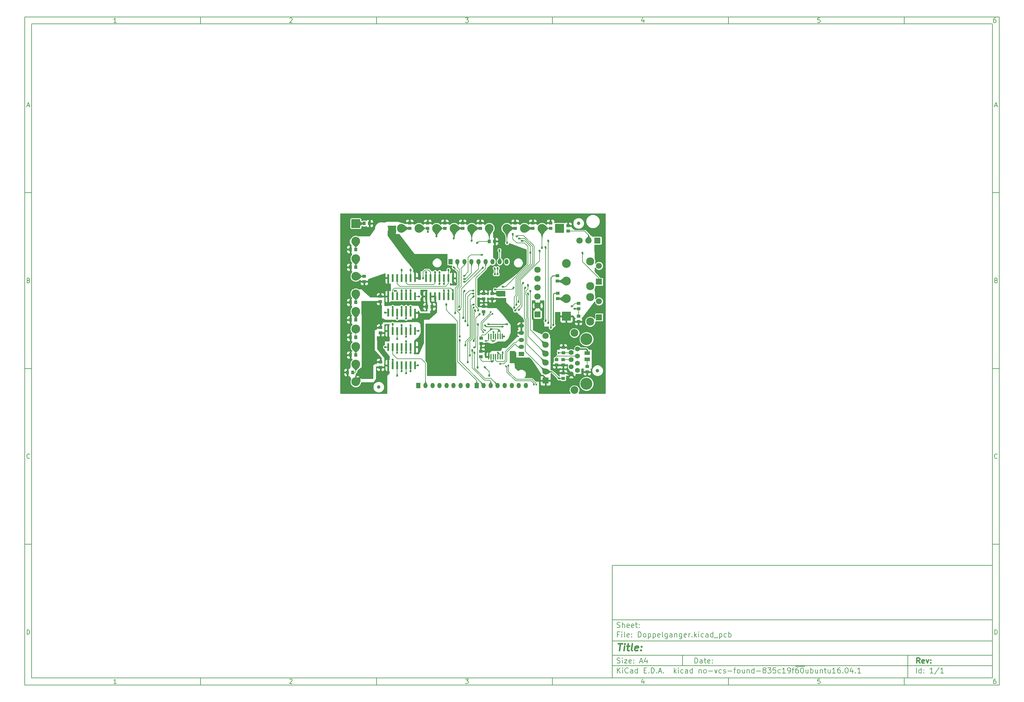
<source format=gbl>
%TF.GenerationSoftware,KiCad,Pcbnew,no-vcs-found-835c19f~60~ubuntu16.04.1*%
%TF.CreationDate,2017-10-10T23:09:56+02:00*%
%TF.ProjectId,Doppelganger,446F7070656C67616E6765722E6B6963,rev?*%
%TF.SameCoordinates,Original*%
%TF.FileFunction,Copper,L2,Bot,Signal*%
%TF.FilePolarity,Positive*%
%FSLAX46Y46*%
G04 Gerber Fmt 4.6, Leading zero omitted, Abs format (unit mm)*
G04 Created by KiCad (PCBNEW no-vcs-found-835c19f~60~ubuntu16.04.1) date Tue Oct 10 23:09:56 2017*
%MOMM*%
%LPD*%
G01*
G04 APERTURE LIST*
%ADD10C,0.100000*%
%ADD11C,0.150000*%
%ADD12C,0.300000*%
%ADD13C,0.400000*%
%TA.AperFunction,SMDPad,CuDef*%
%ADD14R,0.914400X1.066800*%
%TD*%
%TA.AperFunction,SMDPad,CuDef*%
%ADD15R,1.066800X0.914400*%
%TD*%
%TA.AperFunction,ComponentPad*%
%ADD16R,2.500000X2.500000*%
%TD*%
%TA.AperFunction,ComponentPad*%
%ADD17C,2.500000*%
%TD*%
%TA.AperFunction,ComponentPad*%
%ADD18R,1.700000X1.700000*%
%TD*%
%TA.AperFunction,ComponentPad*%
%ADD19C,1.700000*%
%TD*%
%TA.AperFunction,ComponentPad*%
%ADD20C,2.300000*%
%TD*%
%TA.AperFunction,ComponentPad*%
%ADD21R,1.800000X1.800000*%
%TD*%
%TA.AperFunction,ComponentPad*%
%ADD22C,1.800000*%
%TD*%
%TA.AperFunction,SMDPad,CuDef*%
%ADD23R,0.600000X2.200000*%
%TD*%
%TA.AperFunction,SMDPad,CuDef*%
%ADD24R,0.300000X1.500000*%
%TD*%
%TA.AperFunction,ComponentPad*%
%ADD25C,1.400000*%
%TD*%
%TA.AperFunction,WasherPad*%
%ADD26C,3.400000*%
%TD*%
%TA.AperFunction,WasherPad*%
%ADD27C,2.200000*%
%TD*%
%TA.AperFunction,SMDPad,CuDef*%
%ADD28R,1.574800X1.066800*%
%TD*%
%TA.AperFunction,ComponentPad*%
%ADD29O,1.200000X1.524000*%
%TD*%
%TA.AperFunction,ComponentPad*%
%ADD30R,1.200000X1.524000*%
%TD*%
%TA.AperFunction,ComponentPad*%
%ADD31O,1.524000X1.200000*%
%TD*%
%TA.AperFunction,ComponentPad*%
%ADD32R,1.524000X1.200000*%
%TD*%
%TA.AperFunction,BGAPad,CuDef*%
%ADD33C,1.000000*%
%TD*%
%TA.AperFunction,ViaPad*%
%ADD34C,0.600000*%
%TD*%
%TA.AperFunction,ViaPad*%
%ADD35C,0.508000*%
%TD*%
%TA.AperFunction,Conductor*%
%ADD36C,0.381000*%
%TD*%
%TA.AperFunction,Conductor*%
%ADD37C,0.203200*%
%TD*%
%TA.AperFunction,Conductor*%
%ADD38C,0.254000*%
%TD*%
%TA.AperFunction,NonConductor*%
%ADD39C,0.254000*%
%TD*%
%TA.AperFunction,Conductor*%
%ADD40C,0.025400*%
%TD*%
G04 APERTURE END LIST*
D10*
D11*
X177002200Y-166007200D02*
X177002200Y-198007200D01*
X285002200Y-198007200D01*
X285002200Y-166007200D01*
X177002200Y-166007200D01*
D10*
D11*
X10000000Y-10000000D02*
X10000000Y-200007200D01*
X287002200Y-200007200D01*
X287002200Y-10000000D01*
X10000000Y-10000000D01*
D10*
D11*
X12000000Y-12000000D02*
X12000000Y-198007200D01*
X285002200Y-198007200D01*
X285002200Y-12000000D01*
X12000000Y-12000000D01*
D10*
D11*
X60000000Y-12000000D02*
X60000000Y-10000000D01*
D10*
D11*
X110000000Y-12000000D02*
X110000000Y-10000000D01*
D10*
D11*
X160000000Y-12000000D02*
X160000000Y-10000000D01*
D10*
D11*
X210000000Y-12000000D02*
X210000000Y-10000000D01*
D10*
D11*
X260000000Y-12000000D02*
X260000000Y-10000000D01*
D10*
D11*
X36065476Y-11588095D02*
X35322619Y-11588095D01*
X35694047Y-11588095D02*
X35694047Y-10288095D01*
X35570238Y-10473809D01*
X35446428Y-10597619D01*
X35322619Y-10659523D01*
D10*
D11*
X85322619Y-10411904D02*
X85384523Y-10350000D01*
X85508333Y-10288095D01*
X85817857Y-10288095D01*
X85941666Y-10350000D01*
X86003571Y-10411904D01*
X86065476Y-10535714D01*
X86065476Y-10659523D01*
X86003571Y-10845238D01*
X85260714Y-11588095D01*
X86065476Y-11588095D01*
D10*
D11*
X135260714Y-10288095D02*
X136065476Y-10288095D01*
X135632142Y-10783333D01*
X135817857Y-10783333D01*
X135941666Y-10845238D01*
X136003571Y-10907142D01*
X136065476Y-11030952D01*
X136065476Y-11340476D01*
X136003571Y-11464285D01*
X135941666Y-11526190D01*
X135817857Y-11588095D01*
X135446428Y-11588095D01*
X135322619Y-11526190D01*
X135260714Y-11464285D01*
D10*
D11*
X185941666Y-10721428D02*
X185941666Y-11588095D01*
X185632142Y-10226190D02*
X185322619Y-11154761D01*
X186127380Y-11154761D01*
D10*
D11*
X236003571Y-10288095D02*
X235384523Y-10288095D01*
X235322619Y-10907142D01*
X235384523Y-10845238D01*
X235508333Y-10783333D01*
X235817857Y-10783333D01*
X235941666Y-10845238D01*
X236003571Y-10907142D01*
X236065476Y-11030952D01*
X236065476Y-11340476D01*
X236003571Y-11464285D01*
X235941666Y-11526190D01*
X235817857Y-11588095D01*
X235508333Y-11588095D01*
X235384523Y-11526190D01*
X235322619Y-11464285D01*
D10*
D11*
X285941666Y-10288095D02*
X285694047Y-10288095D01*
X285570238Y-10350000D01*
X285508333Y-10411904D01*
X285384523Y-10597619D01*
X285322619Y-10845238D01*
X285322619Y-11340476D01*
X285384523Y-11464285D01*
X285446428Y-11526190D01*
X285570238Y-11588095D01*
X285817857Y-11588095D01*
X285941666Y-11526190D01*
X286003571Y-11464285D01*
X286065476Y-11340476D01*
X286065476Y-11030952D01*
X286003571Y-10907142D01*
X285941666Y-10845238D01*
X285817857Y-10783333D01*
X285570238Y-10783333D01*
X285446428Y-10845238D01*
X285384523Y-10907142D01*
X285322619Y-11030952D01*
D10*
D11*
X60000000Y-198007200D02*
X60000000Y-200007200D01*
D10*
D11*
X110000000Y-198007200D02*
X110000000Y-200007200D01*
D10*
D11*
X160000000Y-198007200D02*
X160000000Y-200007200D01*
D10*
D11*
X210000000Y-198007200D02*
X210000000Y-200007200D01*
D10*
D11*
X260000000Y-198007200D02*
X260000000Y-200007200D01*
D10*
D11*
X36065476Y-199595295D02*
X35322619Y-199595295D01*
X35694047Y-199595295D02*
X35694047Y-198295295D01*
X35570238Y-198481009D01*
X35446428Y-198604819D01*
X35322619Y-198666723D01*
D10*
D11*
X85322619Y-198419104D02*
X85384523Y-198357200D01*
X85508333Y-198295295D01*
X85817857Y-198295295D01*
X85941666Y-198357200D01*
X86003571Y-198419104D01*
X86065476Y-198542914D01*
X86065476Y-198666723D01*
X86003571Y-198852438D01*
X85260714Y-199595295D01*
X86065476Y-199595295D01*
D10*
D11*
X135260714Y-198295295D02*
X136065476Y-198295295D01*
X135632142Y-198790533D01*
X135817857Y-198790533D01*
X135941666Y-198852438D01*
X136003571Y-198914342D01*
X136065476Y-199038152D01*
X136065476Y-199347676D01*
X136003571Y-199471485D01*
X135941666Y-199533390D01*
X135817857Y-199595295D01*
X135446428Y-199595295D01*
X135322619Y-199533390D01*
X135260714Y-199471485D01*
D10*
D11*
X185941666Y-198728628D02*
X185941666Y-199595295D01*
X185632142Y-198233390D02*
X185322619Y-199161961D01*
X186127380Y-199161961D01*
D10*
D11*
X236003571Y-198295295D02*
X235384523Y-198295295D01*
X235322619Y-198914342D01*
X235384523Y-198852438D01*
X235508333Y-198790533D01*
X235817857Y-198790533D01*
X235941666Y-198852438D01*
X236003571Y-198914342D01*
X236065476Y-199038152D01*
X236065476Y-199347676D01*
X236003571Y-199471485D01*
X235941666Y-199533390D01*
X235817857Y-199595295D01*
X235508333Y-199595295D01*
X235384523Y-199533390D01*
X235322619Y-199471485D01*
D10*
D11*
X285941666Y-198295295D02*
X285694047Y-198295295D01*
X285570238Y-198357200D01*
X285508333Y-198419104D01*
X285384523Y-198604819D01*
X285322619Y-198852438D01*
X285322619Y-199347676D01*
X285384523Y-199471485D01*
X285446428Y-199533390D01*
X285570238Y-199595295D01*
X285817857Y-199595295D01*
X285941666Y-199533390D01*
X286003571Y-199471485D01*
X286065476Y-199347676D01*
X286065476Y-199038152D01*
X286003571Y-198914342D01*
X285941666Y-198852438D01*
X285817857Y-198790533D01*
X285570238Y-198790533D01*
X285446428Y-198852438D01*
X285384523Y-198914342D01*
X285322619Y-199038152D01*
D10*
D11*
X10000000Y-60000000D02*
X12000000Y-60000000D01*
D10*
D11*
X10000000Y-110000000D02*
X12000000Y-110000000D01*
D10*
D11*
X10000000Y-160000000D02*
X12000000Y-160000000D01*
D10*
D11*
X10690476Y-35216666D02*
X11309523Y-35216666D01*
X10566666Y-35588095D02*
X11000000Y-34288095D01*
X11433333Y-35588095D01*
D10*
D11*
X11092857Y-84907142D02*
X11278571Y-84969047D01*
X11340476Y-85030952D01*
X11402380Y-85154761D01*
X11402380Y-85340476D01*
X11340476Y-85464285D01*
X11278571Y-85526190D01*
X11154761Y-85588095D01*
X10659523Y-85588095D01*
X10659523Y-84288095D01*
X11092857Y-84288095D01*
X11216666Y-84350000D01*
X11278571Y-84411904D01*
X11340476Y-84535714D01*
X11340476Y-84659523D01*
X11278571Y-84783333D01*
X11216666Y-84845238D01*
X11092857Y-84907142D01*
X10659523Y-84907142D01*
D10*
D11*
X11402380Y-135464285D02*
X11340476Y-135526190D01*
X11154761Y-135588095D01*
X11030952Y-135588095D01*
X10845238Y-135526190D01*
X10721428Y-135402380D01*
X10659523Y-135278571D01*
X10597619Y-135030952D01*
X10597619Y-134845238D01*
X10659523Y-134597619D01*
X10721428Y-134473809D01*
X10845238Y-134350000D01*
X11030952Y-134288095D01*
X11154761Y-134288095D01*
X11340476Y-134350000D01*
X11402380Y-134411904D01*
D10*
D11*
X10659523Y-185588095D02*
X10659523Y-184288095D01*
X10969047Y-184288095D01*
X11154761Y-184350000D01*
X11278571Y-184473809D01*
X11340476Y-184597619D01*
X11402380Y-184845238D01*
X11402380Y-185030952D01*
X11340476Y-185278571D01*
X11278571Y-185402380D01*
X11154761Y-185526190D01*
X10969047Y-185588095D01*
X10659523Y-185588095D01*
D10*
D11*
X287002200Y-60000000D02*
X285002200Y-60000000D01*
D10*
D11*
X287002200Y-110000000D02*
X285002200Y-110000000D01*
D10*
D11*
X287002200Y-160000000D02*
X285002200Y-160000000D01*
D10*
D11*
X285692676Y-35216666D02*
X286311723Y-35216666D01*
X285568866Y-35588095D02*
X286002200Y-34288095D01*
X286435533Y-35588095D01*
D10*
D11*
X286095057Y-84907142D02*
X286280771Y-84969047D01*
X286342676Y-85030952D01*
X286404580Y-85154761D01*
X286404580Y-85340476D01*
X286342676Y-85464285D01*
X286280771Y-85526190D01*
X286156961Y-85588095D01*
X285661723Y-85588095D01*
X285661723Y-84288095D01*
X286095057Y-84288095D01*
X286218866Y-84350000D01*
X286280771Y-84411904D01*
X286342676Y-84535714D01*
X286342676Y-84659523D01*
X286280771Y-84783333D01*
X286218866Y-84845238D01*
X286095057Y-84907142D01*
X285661723Y-84907142D01*
D10*
D11*
X286404580Y-135464285D02*
X286342676Y-135526190D01*
X286156961Y-135588095D01*
X286033152Y-135588095D01*
X285847438Y-135526190D01*
X285723628Y-135402380D01*
X285661723Y-135278571D01*
X285599819Y-135030952D01*
X285599819Y-134845238D01*
X285661723Y-134597619D01*
X285723628Y-134473809D01*
X285847438Y-134350000D01*
X286033152Y-134288095D01*
X286156961Y-134288095D01*
X286342676Y-134350000D01*
X286404580Y-134411904D01*
D10*
D11*
X285661723Y-185588095D02*
X285661723Y-184288095D01*
X285971247Y-184288095D01*
X286156961Y-184350000D01*
X286280771Y-184473809D01*
X286342676Y-184597619D01*
X286404580Y-184845238D01*
X286404580Y-185030952D01*
X286342676Y-185278571D01*
X286280771Y-185402380D01*
X286156961Y-185526190D01*
X285971247Y-185588095D01*
X285661723Y-185588095D01*
D10*
D11*
X200434342Y-193785771D02*
X200434342Y-192285771D01*
X200791485Y-192285771D01*
X201005771Y-192357200D01*
X201148628Y-192500057D01*
X201220057Y-192642914D01*
X201291485Y-192928628D01*
X201291485Y-193142914D01*
X201220057Y-193428628D01*
X201148628Y-193571485D01*
X201005771Y-193714342D01*
X200791485Y-193785771D01*
X200434342Y-193785771D01*
X202577200Y-193785771D02*
X202577200Y-193000057D01*
X202505771Y-192857200D01*
X202362914Y-192785771D01*
X202077200Y-192785771D01*
X201934342Y-192857200D01*
X202577200Y-193714342D02*
X202434342Y-193785771D01*
X202077200Y-193785771D01*
X201934342Y-193714342D01*
X201862914Y-193571485D01*
X201862914Y-193428628D01*
X201934342Y-193285771D01*
X202077200Y-193214342D01*
X202434342Y-193214342D01*
X202577200Y-193142914D01*
X203077200Y-192785771D02*
X203648628Y-192785771D01*
X203291485Y-192285771D02*
X203291485Y-193571485D01*
X203362914Y-193714342D01*
X203505771Y-193785771D01*
X203648628Y-193785771D01*
X204720057Y-193714342D02*
X204577200Y-193785771D01*
X204291485Y-193785771D01*
X204148628Y-193714342D01*
X204077200Y-193571485D01*
X204077200Y-193000057D01*
X204148628Y-192857200D01*
X204291485Y-192785771D01*
X204577200Y-192785771D01*
X204720057Y-192857200D01*
X204791485Y-193000057D01*
X204791485Y-193142914D01*
X204077200Y-193285771D01*
X205434342Y-193642914D02*
X205505771Y-193714342D01*
X205434342Y-193785771D01*
X205362914Y-193714342D01*
X205434342Y-193642914D01*
X205434342Y-193785771D01*
X205434342Y-192857200D02*
X205505771Y-192928628D01*
X205434342Y-193000057D01*
X205362914Y-192928628D01*
X205434342Y-192857200D01*
X205434342Y-193000057D01*
D10*
D11*
X177002200Y-194507200D02*
X285002200Y-194507200D01*
D10*
D11*
X178434342Y-196585771D02*
X178434342Y-195085771D01*
X179291485Y-196585771D02*
X178648628Y-195728628D01*
X179291485Y-195085771D02*
X178434342Y-195942914D01*
X179934342Y-196585771D02*
X179934342Y-195585771D01*
X179934342Y-195085771D02*
X179862914Y-195157200D01*
X179934342Y-195228628D01*
X180005771Y-195157200D01*
X179934342Y-195085771D01*
X179934342Y-195228628D01*
X181505771Y-196442914D02*
X181434342Y-196514342D01*
X181220057Y-196585771D01*
X181077200Y-196585771D01*
X180862914Y-196514342D01*
X180720057Y-196371485D01*
X180648628Y-196228628D01*
X180577200Y-195942914D01*
X180577200Y-195728628D01*
X180648628Y-195442914D01*
X180720057Y-195300057D01*
X180862914Y-195157200D01*
X181077200Y-195085771D01*
X181220057Y-195085771D01*
X181434342Y-195157200D01*
X181505771Y-195228628D01*
X182791485Y-196585771D02*
X182791485Y-195800057D01*
X182720057Y-195657200D01*
X182577200Y-195585771D01*
X182291485Y-195585771D01*
X182148628Y-195657200D01*
X182791485Y-196514342D02*
X182648628Y-196585771D01*
X182291485Y-196585771D01*
X182148628Y-196514342D01*
X182077200Y-196371485D01*
X182077200Y-196228628D01*
X182148628Y-196085771D01*
X182291485Y-196014342D01*
X182648628Y-196014342D01*
X182791485Y-195942914D01*
X184148628Y-196585771D02*
X184148628Y-195085771D01*
X184148628Y-196514342D02*
X184005771Y-196585771D01*
X183720057Y-196585771D01*
X183577200Y-196514342D01*
X183505771Y-196442914D01*
X183434342Y-196300057D01*
X183434342Y-195871485D01*
X183505771Y-195728628D01*
X183577200Y-195657200D01*
X183720057Y-195585771D01*
X184005771Y-195585771D01*
X184148628Y-195657200D01*
X186005771Y-195800057D02*
X186505771Y-195800057D01*
X186720057Y-196585771D02*
X186005771Y-196585771D01*
X186005771Y-195085771D01*
X186720057Y-195085771D01*
X187362914Y-196442914D02*
X187434342Y-196514342D01*
X187362914Y-196585771D01*
X187291485Y-196514342D01*
X187362914Y-196442914D01*
X187362914Y-196585771D01*
X188077200Y-196585771D02*
X188077200Y-195085771D01*
X188434342Y-195085771D01*
X188648628Y-195157200D01*
X188791485Y-195300057D01*
X188862914Y-195442914D01*
X188934342Y-195728628D01*
X188934342Y-195942914D01*
X188862914Y-196228628D01*
X188791485Y-196371485D01*
X188648628Y-196514342D01*
X188434342Y-196585771D01*
X188077200Y-196585771D01*
X189577200Y-196442914D02*
X189648628Y-196514342D01*
X189577200Y-196585771D01*
X189505771Y-196514342D01*
X189577200Y-196442914D01*
X189577200Y-196585771D01*
X190220057Y-196157200D02*
X190934342Y-196157200D01*
X190077200Y-196585771D02*
X190577200Y-195085771D01*
X191077200Y-196585771D01*
X191577200Y-196442914D02*
X191648628Y-196514342D01*
X191577200Y-196585771D01*
X191505771Y-196514342D01*
X191577200Y-196442914D01*
X191577200Y-196585771D01*
X194577200Y-196585771D02*
X194577200Y-195085771D01*
X194720057Y-196014342D02*
X195148628Y-196585771D01*
X195148628Y-195585771D02*
X194577200Y-196157200D01*
X195791485Y-196585771D02*
X195791485Y-195585771D01*
X195791485Y-195085771D02*
X195720057Y-195157200D01*
X195791485Y-195228628D01*
X195862914Y-195157200D01*
X195791485Y-195085771D01*
X195791485Y-195228628D01*
X197148628Y-196514342D02*
X197005771Y-196585771D01*
X196720057Y-196585771D01*
X196577200Y-196514342D01*
X196505771Y-196442914D01*
X196434342Y-196300057D01*
X196434342Y-195871485D01*
X196505771Y-195728628D01*
X196577200Y-195657200D01*
X196720057Y-195585771D01*
X197005771Y-195585771D01*
X197148628Y-195657200D01*
X198434342Y-196585771D02*
X198434342Y-195800057D01*
X198362914Y-195657200D01*
X198220057Y-195585771D01*
X197934342Y-195585771D01*
X197791485Y-195657200D01*
X198434342Y-196514342D02*
X198291485Y-196585771D01*
X197934342Y-196585771D01*
X197791485Y-196514342D01*
X197720057Y-196371485D01*
X197720057Y-196228628D01*
X197791485Y-196085771D01*
X197934342Y-196014342D01*
X198291485Y-196014342D01*
X198434342Y-195942914D01*
X199791485Y-196585771D02*
X199791485Y-195085771D01*
X199791485Y-196514342D02*
X199648628Y-196585771D01*
X199362914Y-196585771D01*
X199220057Y-196514342D01*
X199148628Y-196442914D01*
X199077200Y-196300057D01*
X199077200Y-195871485D01*
X199148628Y-195728628D01*
X199220057Y-195657200D01*
X199362914Y-195585771D01*
X199648628Y-195585771D01*
X199791485Y-195657200D01*
X201648628Y-195585771D02*
X201648628Y-196585771D01*
X201648628Y-195728628D02*
X201720057Y-195657200D01*
X201862914Y-195585771D01*
X202077200Y-195585771D01*
X202220057Y-195657200D01*
X202291485Y-195800057D01*
X202291485Y-196585771D01*
X203220057Y-196585771D02*
X203077200Y-196514342D01*
X203005771Y-196442914D01*
X202934342Y-196300057D01*
X202934342Y-195871485D01*
X203005771Y-195728628D01*
X203077200Y-195657200D01*
X203220057Y-195585771D01*
X203434342Y-195585771D01*
X203577200Y-195657200D01*
X203648628Y-195728628D01*
X203720057Y-195871485D01*
X203720057Y-196300057D01*
X203648628Y-196442914D01*
X203577200Y-196514342D01*
X203434342Y-196585771D01*
X203220057Y-196585771D01*
X204362914Y-196014342D02*
X205505771Y-196014342D01*
X206077200Y-195585771D02*
X206434342Y-196585771D01*
X206791485Y-195585771D01*
X208005771Y-196514342D02*
X207862914Y-196585771D01*
X207577200Y-196585771D01*
X207434342Y-196514342D01*
X207362914Y-196442914D01*
X207291485Y-196300057D01*
X207291485Y-195871485D01*
X207362914Y-195728628D01*
X207434342Y-195657200D01*
X207577200Y-195585771D01*
X207862914Y-195585771D01*
X208005771Y-195657200D01*
X208577200Y-196514342D02*
X208720057Y-196585771D01*
X209005771Y-196585771D01*
X209148628Y-196514342D01*
X209220057Y-196371485D01*
X209220057Y-196300057D01*
X209148628Y-196157200D01*
X209005771Y-196085771D01*
X208791485Y-196085771D01*
X208648628Y-196014342D01*
X208577200Y-195871485D01*
X208577200Y-195800057D01*
X208648628Y-195657200D01*
X208791485Y-195585771D01*
X209005771Y-195585771D01*
X209148628Y-195657200D01*
X209862914Y-196014342D02*
X211005771Y-196014342D01*
X211505771Y-195585771D02*
X212077200Y-195585771D01*
X211720057Y-196585771D02*
X211720057Y-195300057D01*
X211791485Y-195157200D01*
X211934342Y-195085771D01*
X212077200Y-195085771D01*
X212791485Y-196585771D02*
X212648628Y-196514342D01*
X212577200Y-196442914D01*
X212505771Y-196300057D01*
X212505771Y-195871485D01*
X212577200Y-195728628D01*
X212648628Y-195657200D01*
X212791485Y-195585771D01*
X213005771Y-195585771D01*
X213148628Y-195657200D01*
X213220057Y-195728628D01*
X213291485Y-195871485D01*
X213291485Y-196300057D01*
X213220057Y-196442914D01*
X213148628Y-196514342D01*
X213005771Y-196585771D01*
X212791485Y-196585771D01*
X214577200Y-195585771D02*
X214577200Y-196585771D01*
X213934342Y-195585771D02*
X213934342Y-196371485D01*
X214005771Y-196514342D01*
X214148628Y-196585771D01*
X214362914Y-196585771D01*
X214505771Y-196514342D01*
X214577200Y-196442914D01*
X215291485Y-195585771D02*
X215291485Y-196585771D01*
X215291485Y-195728628D02*
X215362914Y-195657200D01*
X215505771Y-195585771D01*
X215720057Y-195585771D01*
X215862914Y-195657200D01*
X215934342Y-195800057D01*
X215934342Y-196585771D01*
X217291485Y-196585771D02*
X217291485Y-195085771D01*
X217291485Y-196514342D02*
X217148628Y-196585771D01*
X216862914Y-196585771D01*
X216720057Y-196514342D01*
X216648628Y-196442914D01*
X216577200Y-196300057D01*
X216577200Y-195871485D01*
X216648628Y-195728628D01*
X216720057Y-195657200D01*
X216862914Y-195585771D01*
X217148628Y-195585771D01*
X217291485Y-195657200D01*
X218005771Y-196014342D02*
X219148628Y-196014342D01*
X220077200Y-195728628D02*
X219934342Y-195657200D01*
X219862914Y-195585771D01*
X219791485Y-195442914D01*
X219791485Y-195371485D01*
X219862914Y-195228628D01*
X219934342Y-195157200D01*
X220077200Y-195085771D01*
X220362914Y-195085771D01*
X220505771Y-195157200D01*
X220577200Y-195228628D01*
X220648628Y-195371485D01*
X220648628Y-195442914D01*
X220577200Y-195585771D01*
X220505771Y-195657200D01*
X220362914Y-195728628D01*
X220077200Y-195728628D01*
X219934342Y-195800057D01*
X219862914Y-195871485D01*
X219791485Y-196014342D01*
X219791485Y-196300057D01*
X219862914Y-196442914D01*
X219934342Y-196514342D01*
X220077200Y-196585771D01*
X220362914Y-196585771D01*
X220505771Y-196514342D01*
X220577200Y-196442914D01*
X220648628Y-196300057D01*
X220648628Y-196014342D01*
X220577200Y-195871485D01*
X220505771Y-195800057D01*
X220362914Y-195728628D01*
X221148628Y-195085771D02*
X222077200Y-195085771D01*
X221577200Y-195657200D01*
X221791485Y-195657200D01*
X221934342Y-195728628D01*
X222005771Y-195800057D01*
X222077200Y-195942914D01*
X222077200Y-196300057D01*
X222005771Y-196442914D01*
X221934342Y-196514342D01*
X221791485Y-196585771D01*
X221362914Y-196585771D01*
X221220057Y-196514342D01*
X221148628Y-196442914D01*
X223434342Y-195085771D02*
X222720057Y-195085771D01*
X222648628Y-195800057D01*
X222720057Y-195728628D01*
X222862914Y-195657200D01*
X223220057Y-195657200D01*
X223362914Y-195728628D01*
X223434342Y-195800057D01*
X223505771Y-195942914D01*
X223505771Y-196300057D01*
X223434342Y-196442914D01*
X223362914Y-196514342D01*
X223220057Y-196585771D01*
X222862914Y-196585771D01*
X222720057Y-196514342D01*
X222648628Y-196442914D01*
X224791485Y-196514342D02*
X224648628Y-196585771D01*
X224362914Y-196585771D01*
X224220057Y-196514342D01*
X224148628Y-196442914D01*
X224077200Y-196300057D01*
X224077200Y-195871485D01*
X224148628Y-195728628D01*
X224220057Y-195657200D01*
X224362914Y-195585771D01*
X224648628Y-195585771D01*
X224791485Y-195657200D01*
X226220057Y-196585771D02*
X225362914Y-196585771D01*
X225791485Y-196585771D02*
X225791485Y-195085771D01*
X225648628Y-195300057D01*
X225505771Y-195442914D01*
X225362914Y-195514342D01*
X226934342Y-196585771D02*
X227220057Y-196585771D01*
X227362914Y-196514342D01*
X227434342Y-196442914D01*
X227577200Y-196228628D01*
X227648628Y-195942914D01*
X227648628Y-195371485D01*
X227577200Y-195228628D01*
X227505771Y-195157200D01*
X227362914Y-195085771D01*
X227077200Y-195085771D01*
X226934342Y-195157200D01*
X226862914Y-195228628D01*
X226791485Y-195371485D01*
X226791485Y-195728628D01*
X226862914Y-195871485D01*
X226934342Y-195942914D01*
X227077200Y-196014342D01*
X227362914Y-196014342D01*
X227505771Y-195942914D01*
X227577200Y-195871485D01*
X227648628Y-195728628D01*
X228077200Y-195585771D02*
X228648628Y-195585771D01*
X228291485Y-196585771D02*
X228291485Y-195300057D01*
X228362914Y-195157200D01*
X228505771Y-195085771D01*
X228648628Y-195085771D01*
X229038985Y-194677200D02*
X230220057Y-194677200D01*
X229791485Y-195085771D02*
X229505771Y-195085771D01*
X229362914Y-195157200D01*
X229291485Y-195228628D01*
X229148628Y-195442914D01*
X229077200Y-195728628D01*
X229077200Y-196300057D01*
X229148628Y-196442914D01*
X229220057Y-196514342D01*
X229362914Y-196585771D01*
X229648628Y-196585771D01*
X229791485Y-196514342D01*
X229862914Y-196442914D01*
X229934342Y-196300057D01*
X229934342Y-195942914D01*
X229862914Y-195800057D01*
X229791485Y-195728628D01*
X229648628Y-195657200D01*
X229362914Y-195657200D01*
X229220057Y-195728628D01*
X229148628Y-195800057D01*
X229077200Y-195942914D01*
X230220057Y-194677200D02*
X231648628Y-194677200D01*
X230862914Y-195085771D02*
X231005771Y-195085771D01*
X231148628Y-195157200D01*
X231220057Y-195228628D01*
X231291485Y-195371485D01*
X231362914Y-195657200D01*
X231362914Y-196014342D01*
X231291485Y-196300057D01*
X231220057Y-196442914D01*
X231148628Y-196514342D01*
X231005771Y-196585771D01*
X230862914Y-196585771D01*
X230720057Y-196514342D01*
X230648628Y-196442914D01*
X230577200Y-196300057D01*
X230505771Y-196014342D01*
X230505771Y-195657200D01*
X230577200Y-195371485D01*
X230648628Y-195228628D01*
X230720057Y-195157200D01*
X230862914Y-195085771D01*
X232648628Y-195585771D02*
X232648628Y-196585771D01*
X232005771Y-195585771D02*
X232005771Y-196371485D01*
X232077199Y-196514342D01*
X232220057Y-196585771D01*
X232434342Y-196585771D01*
X232577199Y-196514342D01*
X232648628Y-196442914D01*
X233362914Y-196585771D02*
X233362914Y-195085771D01*
X233362914Y-195657200D02*
X233505771Y-195585771D01*
X233791485Y-195585771D01*
X233934342Y-195657200D01*
X234005771Y-195728628D01*
X234077200Y-195871485D01*
X234077200Y-196300057D01*
X234005771Y-196442914D01*
X233934342Y-196514342D01*
X233791485Y-196585771D01*
X233505771Y-196585771D01*
X233362914Y-196514342D01*
X235362914Y-195585771D02*
X235362914Y-196585771D01*
X234720057Y-195585771D02*
X234720057Y-196371485D01*
X234791485Y-196514342D01*
X234934342Y-196585771D01*
X235148628Y-196585771D01*
X235291485Y-196514342D01*
X235362914Y-196442914D01*
X236077200Y-195585771D02*
X236077200Y-196585771D01*
X236077200Y-195728628D02*
X236148628Y-195657200D01*
X236291485Y-195585771D01*
X236505771Y-195585771D01*
X236648628Y-195657200D01*
X236720057Y-195800057D01*
X236720057Y-196585771D01*
X237220057Y-195585771D02*
X237791485Y-195585771D01*
X237434342Y-195085771D02*
X237434342Y-196371485D01*
X237505771Y-196514342D01*
X237648628Y-196585771D01*
X237791485Y-196585771D01*
X238934342Y-195585771D02*
X238934342Y-196585771D01*
X238291485Y-195585771D02*
X238291485Y-196371485D01*
X238362914Y-196514342D01*
X238505771Y-196585771D01*
X238720057Y-196585771D01*
X238862914Y-196514342D01*
X238934342Y-196442914D01*
X240434342Y-196585771D02*
X239577200Y-196585771D01*
X240005771Y-196585771D02*
X240005771Y-195085771D01*
X239862914Y-195300057D01*
X239720057Y-195442914D01*
X239577200Y-195514342D01*
X241720057Y-195085771D02*
X241434342Y-195085771D01*
X241291485Y-195157200D01*
X241220057Y-195228628D01*
X241077200Y-195442914D01*
X241005771Y-195728628D01*
X241005771Y-196300057D01*
X241077200Y-196442914D01*
X241148628Y-196514342D01*
X241291485Y-196585771D01*
X241577200Y-196585771D01*
X241720057Y-196514342D01*
X241791485Y-196442914D01*
X241862914Y-196300057D01*
X241862914Y-195942914D01*
X241791485Y-195800057D01*
X241720057Y-195728628D01*
X241577200Y-195657200D01*
X241291485Y-195657200D01*
X241148628Y-195728628D01*
X241077200Y-195800057D01*
X241005771Y-195942914D01*
X242505771Y-196442914D02*
X242577199Y-196514342D01*
X242505771Y-196585771D01*
X242434342Y-196514342D01*
X242505771Y-196442914D01*
X242505771Y-196585771D01*
X243505771Y-195085771D02*
X243648628Y-195085771D01*
X243791485Y-195157200D01*
X243862914Y-195228628D01*
X243934342Y-195371485D01*
X244005771Y-195657200D01*
X244005771Y-196014342D01*
X243934342Y-196300057D01*
X243862914Y-196442914D01*
X243791485Y-196514342D01*
X243648628Y-196585771D01*
X243505771Y-196585771D01*
X243362914Y-196514342D01*
X243291485Y-196442914D01*
X243220057Y-196300057D01*
X243148628Y-196014342D01*
X243148628Y-195657200D01*
X243220057Y-195371485D01*
X243291485Y-195228628D01*
X243362914Y-195157200D01*
X243505771Y-195085771D01*
X245291485Y-195585771D02*
X245291485Y-196585771D01*
X244934342Y-195014342D02*
X244577199Y-196085771D01*
X245505771Y-196085771D01*
X246077199Y-196442914D02*
X246148628Y-196514342D01*
X246077199Y-196585771D01*
X246005771Y-196514342D01*
X246077199Y-196442914D01*
X246077199Y-196585771D01*
X247577200Y-196585771D02*
X246720057Y-196585771D01*
X247148628Y-196585771D02*
X247148628Y-195085771D01*
X247005771Y-195300057D01*
X246862914Y-195442914D01*
X246720057Y-195514342D01*
D10*
D11*
X177002200Y-191507200D02*
X285002200Y-191507200D01*
D10*
D12*
X264411485Y-193785771D02*
X263911485Y-193071485D01*
X263554342Y-193785771D02*
X263554342Y-192285771D01*
X264125771Y-192285771D01*
X264268628Y-192357200D01*
X264340057Y-192428628D01*
X264411485Y-192571485D01*
X264411485Y-192785771D01*
X264340057Y-192928628D01*
X264268628Y-193000057D01*
X264125771Y-193071485D01*
X263554342Y-193071485D01*
X265625771Y-193714342D02*
X265482914Y-193785771D01*
X265197200Y-193785771D01*
X265054342Y-193714342D01*
X264982914Y-193571485D01*
X264982914Y-193000057D01*
X265054342Y-192857200D01*
X265197200Y-192785771D01*
X265482914Y-192785771D01*
X265625771Y-192857200D01*
X265697200Y-193000057D01*
X265697200Y-193142914D01*
X264982914Y-193285771D01*
X266197200Y-192785771D02*
X266554342Y-193785771D01*
X266911485Y-192785771D01*
X267482914Y-193642914D02*
X267554342Y-193714342D01*
X267482914Y-193785771D01*
X267411485Y-193714342D01*
X267482914Y-193642914D01*
X267482914Y-193785771D01*
X267482914Y-192857200D02*
X267554342Y-192928628D01*
X267482914Y-193000057D01*
X267411485Y-192928628D01*
X267482914Y-192857200D01*
X267482914Y-193000057D01*
D10*
D11*
X178362914Y-193714342D02*
X178577200Y-193785771D01*
X178934342Y-193785771D01*
X179077200Y-193714342D01*
X179148628Y-193642914D01*
X179220057Y-193500057D01*
X179220057Y-193357200D01*
X179148628Y-193214342D01*
X179077200Y-193142914D01*
X178934342Y-193071485D01*
X178648628Y-193000057D01*
X178505771Y-192928628D01*
X178434342Y-192857200D01*
X178362914Y-192714342D01*
X178362914Y-192571485D01*
X178434342Y-192428628D01*
X178505771Y-192357200D01*
X178648628Y-192285771D01*
X179005771Y-192285771D01*
X179220057Y-192357200D01*
X179862914Y-193785771D02*
X179862914Y-192785771D01*
X179862914Y-192285771D02*
X179791485Y-192357200D01*
X179862914Y-192428628D01*
X179934342Y-192357200D01*
X179862914Y-192285771D01*
X179862914Y-192428628D01*
X180434342Y-192785771D02*
X181220057Y-192785771D01*
X180434342Y-193785771D01*
X181220057Y-193785771D01*
X182362914Y-193714342D02*
X182220057Y-193785771D01*
X181934342Y-193785771D01*
X181791485Y-193714342D01*
X181720057Y-193571485D01*
X181720057Y-193000057D01*
X181791485Y-192857200D01*
X181934342Y-192785771D01*
X182220057Y-192785771D01*
X182362914Y-192857200D01*
X182434342Y-193000057D01*
X182434342Y-193142914D01*
X181720057Y-193285771D01*
X183077200Y-193642914D02*
X183148628Y-193714342D01*
X183077200Y-193785771D01*
X183005771Y-193714342D01*
X183077200Y-193642914D01*
X183077200Y-193785771D01*
X183077200Y-192857200D02*
X183148628Y-192928628D01*
X183077200Y-193000057D01*
X183005771Y-192928628D01*
X183077200Y-192857200D01*
X183077200Y-193000057D01*
X184862914Y-193357200D02*
X185577200Y-193357200D01*
X184720057Y-193785771D02*
X185220057Y-192285771D01*
X185720057Y-193785771D01*
X186862914Y-192785771D02*
X186862914Y-193785771D01*
X186505771Y-192214342D02*
X186148628Y-193285771D01*
X187077200Y-193285771D01*
D10*
D11*
X263434342Y-196585771D02*
X263434342Y-195085771D01*
X264791485Y-196585771D02*
X264791485Y-195085771D01*
X264791485Y-196514342D02*
X264648628Y-196585771D01*
X264362914Y-196585771D01*
X264220057Y-196514342D01*
X264148628Y-196442914D01*
X264077200Y-196300057D01*
X264077200Y-195871485D01*
X264148628Y-195728628D01*
X264220057Y-195657200D01*
X264362914Y-195585771D01*
X264648628Y-195585771D01*
X264791485Y-195657200D01*
X265505771Y-196442914D02*
X265577200Y-196514342D01*
X265505771Y-196585771D01*
X265434342Y-196514342D01*
X265505771Y-196442914D01*
X265505771Y-196585771D01*
X265505771Y-195657200D02*
X265577200Y-195728628D01*
X265505771Y-195800057D01*
X265434342Y-195728628D01*
X265505771Y-195657200D01*
X265505771Y-195800057D01*
X268148628Y-196585771D02*
X267291485Y-196585771D01*
X267720057Y-196585771D02*
X267720057Y-195085771D01*
X267577200Y-195300057D01*
X267434342Y-195442914D01*
X267291485Y-195514342D01*
X269862914Y-195014342D02*
X268577200Y-196942914D01*
X271148628Y-196585771D02*
X270291485Y-196585771D01*
X270720057Y-196585771D02*
X270720057Y-195085771D01*
X270577200Y-195300057D01*
X270434342Y-195442914D01*
X270291485Y-195514342D01*
D10*
D11*
X177002200Y-187507200D02*
X285002200Y-187507200D01*
D10*
D13*
X178714580Y-188211961D02*
X179857438Y-188211961D01*
X179036009Y-190211961D02*
X179286009Y-188211961D01*
X180274104Y-190211961D02*
X180440771Y-188878628D01*
X180524104Y-188211961D02*
X180416961Y-188307200D01*
X180500295Y-188402438D01*
X180607438Y-188307200D01*
X180524104Y-188211961D01*
X180500295Y-188402438D01*
X181107438Y-188878628D02*
X181869342Y-188878628D01*
X181476485Y-188211961D02*
X181262200Y-189926247D01*
X181333628Y-190116723D01*
X181512200Y-190211961D01*
X181702676Y-190211961D01*
X182655057Y-190211961D02*
X182476485Y-190116723D01*
X182405057Y-189926247D01*
X182619342Y-188211961D01*
X184190771Y-190116723D02*
X183988390Y-190211961D01*
X183607438Y-190211961D01*
X183428866Y-190116723D01*
X183357438Y-189926247D01*
X183452676Y-189164342D01*
X183571723Y-188973866D01*
X183774104Y-188878628D01*
X184155057Y-188878628D01*
X184333628Y-188973866D01*
X184405057Y-189164342D01*
X184381247Y-189354819D01*
X183405057Y-189545295D01*
X185155057Y-190021485D02*
X185238390Y-190116723D01*
X185131247Y-190211961D01*
X185047914Y-190116723D01*
X185155057Y-190021485D01*
X185131247Y-190211961D01*
X185286009Y-188973866D02*
X185369342Y-189069104D01*
X185262200Y-189164342D01*
X185178866Y-189069104D01*
X185286009Y-188973866D01*
X185262200Y-189164342D01*
D10*
D11*
X178934342Y-185600057D02*
X178434342Y-185600057D01*
X178434342Y-186385771D02*
X178434342Y-184885771D01*
X179148628Y-184885771D01*
X179720057Y-186385771D02*
X179720057Y-185385771D01*
X179720057Y-184885771D02*
X179648628Y-184957200D01*
X179720057Y-185028628D01*
X179791485Y-184957200D01*
X179720057Y-184885771D01*
X179720057Y-185028628D01*
X180648628Y-186385771D02*
X180505771Y-186314342D01*
X180434342Y-186171485D01*
X180434342Y-184885771D01*
X181791485Y-186314342D02*
X181648628Y-186385771D01*
X181362914Y-186385771D01*
X181220057Y-186314342D01*
X181148628Y-186171485D01*
X181148628Y-185600057D01*
X181220057Y-185457200D01*
X181362914Y-185385771D01*
X181648628Y-185385771D01*
X181791485Y-185457200D01*
X181862914Y-185600057D01*
X181862914Y-185742914D01*
X181148628Y-185885771D01*
X182505771Y-186242914D02*
X182577200Y-186314342D01*
X182505771Y-186385771D01*
X182434342Y-186314342D01*
X182505771Y-186242914D01*
X182505771Y-186385771D01*
X182505771Y-185457200D02*
X182577200Y-185528628D01*
X182505771Y-185600057D01*
X182434342Y-185528628D01*
X182505771Y-185457200D01*
X182505771Y-185600057D01*
X184362914Y-186385771D02*
X184362914Y-184885771D01*
X184720057Y-184885771D01*
X184934342Y-184957200D01*
X185077200Y-185100057D01*
X185148628Y-185242914D01*
X185220057Y-185528628D01*
X185220057Y-185742914D01*
X185148628Y-186028628D01*
X185077200Y-186171485D01*
X184934342Y-186314342D01*
X184720057Y-186385771D01*
X184362914Y-186385771D01*
X186077200Y-186385771D02*
X185934342Y-186314342D01*
X185862914Y-186242914D01*
X185791485Y-186100057D01*
X185791485Y-185671485D01*
X185862914Y-185528628D01*
X185934342Y-185457200D01*
X186077200Y-185385771D01*
X186291485Y-185385771D01*
X186434342Y-185457200D01*
X186505771Y-185528628D01*
X186577200Y-185671485D01*
X186577200Y-186100057D01*
X186505771Y-186242914D01*
X186434342Y-186314342D01*
X186291485Y-186385771D01*
X186077200Y-186385771D01*
X187220057Y-185385771D02*
X187220057Y-186885771D01*
X187220057Y-185457200D02*
X187362914Y-185385771D01*
X187648628Y-185385771D01*
X187791485Y-185457200D01*
X187862914Y-185528628D01*
X187934342Y-185671485D01*
X187934342Y-186100057D01*
X187862914Y-186242914D01*
X187791485Y-186314342D01*
X187648628Y-186385771D01*
X187362914Y-186385771D01*
X187220057Y-186314342D01*
X188577200Y-185385771D02*
X188577200Y-186885771D01*
X188577200Y-185457200D02*
X188720057Y-185385771D01*
X189005771Y-185385771D01*
X189148628Y-185457200D01*
X189220057Y-185528628D01*
X189291485Y-185671485D01*
X189291485Y-186100057D01*
X189220057Y-186242914D01*
X189148628Y-186314342D01*
X189005771Y-186385771D01*
X188720057Y-186385771D01*
X188577200Y-186314342D01*
X190505771Y-186314342D02*
X190362914Y-186385771D01*
X190077200Y-186385771D01*
X189934342Y-186314342D01*
X189862914Y-186171485D01*
X189862914Y-185600057D01*
X189934342Y-185457200D01*
X190077200Y-185385771D01*
X190362914Y-185385771D01*
X190505771Y-185457200D01*
X190577200Y-185600057D01*
X190577200Y-185742914D01*
X189862914Y-185885771D01*
X191434342Y-186385771D02*
X191291485Y-186314342D01*
X191220057Y-186171485D01*
X191220057Y-184885771D01*
X192648628Y-185385771D02*
X192648628Y-186600057D01*
X192577200Y-186742914D01*
X192505771Y-186814342D01*
X192362914Y-186885771D01*
X192148628Y-186885771D01*
X192005771Y-186814342D01*
X192648628Y-186314342D02*
X192505771Y-186385771D01*
X192220057Y-186385771D01*
X192077200Y-186314342D01*
X192005771Y-186242914D01*
X191934342Y-186100057D01*
X191934342Y-185671485D01*
X192005771Y-185528628D01*
X192077200Y-185457200D01*
X192220057Y-185385771D01*
X192505771Y-185385771D01*
X192648628Y-185457200D01*
X194005771Y-186385771D02*
X194005771Y-185600057D01*
X193934342Y-185457200D01*
X193791485Y-185385771D01*
X193505771Y-185385771D01*
X193362914Y-185457200D01*
X194005771Y-186314342D02*
X193862914Y-186385771D01*
X193505771Y-186385771D01*
X193362914Y-186314342D01*
X193291485Y-186171485D01*
X193291485Y-186028628D01*
X193362914Y-185885771D01*
X193505771Y-185814342D01*
X193862914Y-185814342D01*
X194005771Y-185742914D01*
X194720057Y-185385771D02*
X194720057Y-186385771D01*
X194720057Y-185528628D02*
X194791485Y-185457200D01*
X194934342Y-185385771D01*
X195148628Y-185385771D01*
X195291485Y-185457200D01*
X195362914Y-185600057D01*
X195362914Y-186385771D01*
X196720057Y-185385771D02*
X196720057Y-186600057D01*
X196648628Y-186742914D01*
X196577200Y-186814342D01*
X196434342Y-186885771D01*
X196220057Y-186885771D01*
X196077200Y-186814342D01*
X196720057Y-186314342D02*
X196577200Y-186385771D01*
X196291485Y-186385771D01*
X196148628Y-186314342D01*
X196077200Y-186242914D01*
X196005771Y-186100057D01*
X196005771Y-185671485D01*
X196077200Y-185528628D01*
X196148628Y-185457200D01*
X196291485Y-185385771D01*
X196577200Y-185385771D01*
X196720057Y-185457200D01*
X198005771Y-186314342D02*
X197862914Y-186385771D01*
X197577200Y-186385771D01*
X197434342Y-186314342D01*
X197362914Y-186171485D01*
X197362914Y-185600057D01*
X197434342Y-185457200D01*
X197577200Y-185385771D01*
X197862914Y-185385771D01*
X198005771Y-185457200D01*
X198077200Y-185600057D01*
X198077200Y-185742914D01*
X197362914Y-185885771D01*
X198720057Y-186385771D02*
X198720057Y-185385771D01*
X198720057Y-185671485D02*
X198791485Y-185528628D01*
X198862914Y-185457200D01*
X199005771Y-185385771D01*
X199148628Y-185385771D01*
X199648628Y-186242914D02*
X199720057Y-186314342D01*
X199648628Y-186385771D01*
X199577200Y-186314342D01*
X199648628Y-186242914D01*
X199648628Y-186385771D01*
X200362914Y-186385771D02*
X200362914Y-184885771D01*
X200505771Y-185814342D02*
X200934342Y-186385771D01*
X200934342Y-185385771D02*
X200362914Y-185957200D01*
X201577200Y-186385771D02*
X201577200Y-185385771D01*
X201577200Y-184885771D02*
X201505771Y-184957200D01*
X201577200Y-185028628D01*
X201648628Y-184957200D01*
X201577200Y-184885771D01*
X201577200Y-185028628D01*
X202934342Y-186314342D02*
X202791485Y-186385771D01*
X202505771Y-186385771D01*
X202362914Y-186314342D01*
X202291485Y-186242914D01*
X202220057Y-186100057D01*
X202220057Y-185671485D01*
X202291485Y-185528628D01*
X202362914Y-185457200D01*
X202505771Y-185385771D01*
X202791485Y-185385771D01*
X202934342Y-185457200D01*
X204220057Y-186385771D02*
X204220057Y-185600057D01*
X204148628Y-185457200D01*
X204005771Y-185385771D01*
X203720057Y-185385771D01*
X203577200Y-185457200D01*
X204220057Y-186314342D02*
X204077200Y-186385771D01*
X203720057Y-186385771D01*
X203577200Y-186314342D01*
X203505771Y-186171485D01*
X203505771Y-186028628D01*
X203577200Y-185885771D01*
X203720057Y-185814342D01*
X204077200Y-185814342D01*
X204220057Y-185742914D01*
X205577200Y-186385771D02*
X205577200Y-184885771D01*
X205577200Y-186314342D02*
X205434342Y-186385771D01*
X205148628Y-186385771D01*
X205005771Y-186314342D01*
X204934342Y-186242914D01*
X204862914Y-186100057D01*
X204862914Y-185671485D01*
X204934342Y-185528628D01*
X205005771Y-185457200D01*
X205148628Y-185385771D01*
X205434342Y-185385771D01*
X205577200Y-185457200D01*
X205934342Y-186528628D02*
X207077200Y-186528628D01*
X207434342Y-185385771D02*
X207434342Y-186885771D01*
X207434342Y-185457200D02*
X207577200Y-185385771D01*
X207862914Y-185385771D01*
X208005771Y-185457200D01*
X208077200Y-185528628D01*
X208148628Y-185671485D01*
X208148628Y-186100057D01*
X208077200Y-186242914D01*
X208005771Y-186314342D01*
X207862914Y-186385771D01*
X207577200Y-186385771D01*
X207434342Y-186314342D01*
X209434342Y-186314342D02*
X209291485Y-186385771D01*
X209005771Y-186385771D01*
X208862914Y-186314342D01*
X208791485Y-186242914D01*
X208720057Y-186100057D01*
X208720057Y-185671485D01*
X208791485Y-185528628D01*
X208862914Y-185457200D01*
X209005771Y-185385771D01*
X209291485Y-185385771D01*
X209434342Y-185457200D01*
X210077200Y-186385771D02*
X210077200Y-184885771D01*
X210077200Y-185457200D02*
X210220057Y-185385771D01*
X210505771Y-185385771D01*
X210648628Y-185457200D01*
X210720057Y-185528628D01*
X210791485Y-185671485D01*
X210791485Y-186100057D01*
X210720057Y-186242914D01*
X210648628Y-186314342D01*
X210505771Y-186385771D01*
X210220057Y-186385771D01*
X210077200Y-186314342D01*
D10*
D11*
X177002200Y-181507200D02*
X285002200Y-181507200D01*
D10*
D11*
X178362914Y-183614342D02*
X178577200Y-183685771D01*
X178934342Y-183685771D01*
X179077200Y-183614342D01*
X179148628Y-183542914D01*
X179220057Y-183400057D01*
X179220057Y-183257200D01*
X179148628Y-183114342D01*
X179077200Y-183042914D01*
X178934342Y-182971485D01*
X178648628Y-182900057D01*
X178505771Y-182828628D01*
X178434342Y-182757200D01*
X178362914Y-182614342D01*
X178362914Y-182471485D01*
X178434342Y-182328628D01*
X178505771Y-182257200D01*
X178648628Y-182185771D01*
X179005771Y-182185771D01*
X179220057Y-182257200D01*
X179862914Y-183685771D02*
X179862914Y-182185771D01*
X180505771Y-183685771D02*
X180505771Y-182900057D01*
X180434342Y-182757200D01*
X180291485Y-182685771D01*
X180077200Y-182685771D01*
X179934342Y-182757200D01*
X179862914Y-182828628D01*
X181791485Y-183614342D02*
X181648628Y-183685771D01*
X181362914Y-183685771D01*
X181220057Y-183614342D01*
X181148628Y-183471485D01*
X181148628Y-182900057D01*
X181220057Y-182757200D01*
X181362914Y-182685771D01*
X181648628Y-182685771D01*
X181791485Y-182757200D01*
X181862914Y-182900057D01*
X181862914Y-183042914D01*
X181148628Y-183185771D01*
X183077200Y-183614342D02*
X182934342Y-183685771D01*
X182648628Y-183685771D01*
X182505771Y-183614342D01*
X182434342Y-183471485D01*
X182434342Y-182900057D01*
X182505771Y-182757200D01*
X182648628Y-182685771D01*
X182934342Y-182685771D01*
X183077200Y-182757200D01*
X183148628Y-182900057D01*
X183148628Y-183042914D01*
X182434342Y-183185771D01*
X183577200Y-182685771D02*
X184148628Y-182685771D01*
X183791485Y-182185771D02*
X183791485Y-183471485D01*
X183862914Y-183614342D01*
X184005771Y-183685771D01*
X184148628Y-183685771D01*
X184648628Y-183542914D02*
X184720057Y-183614342D01*
X184648628Y-183685771D01*
X184577200Y-183614342D01*
X184648628Y-183542914D01*
X184648628Y-183685771D01*
X184648628Y-182757200D02*
X184720057Y-182828628D01*
X184648628Y-182900057D01*
X184577200Y-182828628D01*
X184648628Y-182757200D01*
X184648628Y-182900057D01*
D10*
D11*
X197002200Y-191507200D02*
X197002200Y-194507200D01*
D10*
D11*
X261002200Y-191507200D02*
X261002200Y-198007200D01*
D14*
%TO.P,C2,1*%
%TO.N,VDD*%
X124231400Y-92379800D03*
%TO.P,C2,2*%
%TO.N,GND*%
X125755400Y-92379800D03*
%TD*%
D15*
%TO.P,C3,1*%
%TO.N,VDD*%
X111125000Y-109651800D03*
%TO.P,C3,2*%
%TO.N,GND*%
X111125000Y-108127800D03*
%TD*%
%TO.P,C5,1*%
%TO.N,VDD*%
X140411200Y-88671400D03*
%TO.P,C5,2*%
%TO.N,GND*%
X140411200Y-90195400D03*
%TD*%
%TO.P,C6,1*%
%TO.N,VDD*%
X142849600Y-88646000D03*
%TO.P,C6,2*%
%TO.N,GND*%
X142849600Y-90170000D03*
%TD*%
%TO.P,C7,1*%
%TO.N,Net-(C7-Pad1)*%
X140411200Y-93853000D03*
%TO.P,C7,2*%
%TO.N,GND*%
X140411200Y-92329000D03*
%TD*%
%TO.P,C9,1*%
%TO.N,VDD*%
X111125000Y-99872800D03*
%TO.P,C9,2*%
%TO.N,GND*%
X111125000Y-98348800D03*
%TD*%
%TO.P,C1,1*%
%TO.N,VDD*%
X111061500Y-89471500D03*
%TO.P,C1,2*%
%TO.N,GND*%
X111061500Y-90995500D03*
%TD*%
D14*
%TO.P,R9,1*%
%TO.N,/SQUARE*%
X104089200Y-96139000D03*
%TO.P,R9,2*%
%TO.N,VDD*%
X102565200Y-96139000D03*
%TD*%
D15*
%TO.P,R29,1*%
%TO.N,/SCK*%
X163068000Y-105498900D03*
%TO.P,R29,2*%
%TO.N,VDD*%
X163068000Y-103974900D03*
%TD*%
%TO.P,R28,1*%
%TO.N,/SDI*%
X161127440Y-107492800D03*
%TO.P,R28,2*%
%TO.N,VDD*%
X161127440Y-109016800D03*
%TD*%
%TO.P,R27,1*%
%TO.N,/CSS1*%
X163017200Y-112776000D03*
%TO.P,R27,2*%
%TO.N,VDD*%
X163017200Y-111252000D03*
%TD*%
%TO.P,R26,1*%
%TO.N,/LED_LR*%
X161417000Y-85115400D03*
%TO.P,R26,2*%
%TO.N,/LED_L*%
X161417000Y-83591400D03*
%TD*%
%TO.P,R24,1*%
%TO.N,/Uart_Rx*%
X164414200Y-70932040D03*
%TO.P,R24,2*%
%TO.N,VDD*%
X164414200Y-69408040D03*
%TD*%
%TO.P,R23,1*%
%TO.N,/EXT_EN*%
X139636500Y-106616500D03*
%TO.P,R23,2*%
%TO.N,GND*%
X139636500Y-105092500D03*
%TD*%
%TO.P,R22,1*%
%TO.N,/MAIN_EN*%
X139700000Y-101409500D03*
%TO.P,R22,2*%
%TO.N,GND*%
X139700000Y-102933500D03*
%TD*%
%TO.P,R21,1*%
%TO.N,Net-(R21-Pad1)*%
X167386000Y-91440000D03*
%TO.P,R21,2*%
%TO.N,/MCLR*%
X167386000Y-92964000D03*
%TD*%
%TO.P,R20,1*%
%TO.N,VDD*%
X167386000Y-96647000D03*
%TO.P,R20,2*%
%TO.N,/MCLR*%
X167386000Y-95123000D03*
%TD*%
D14*
%TO.P,R19,1*%
%TO.N,/CROSS*%
X106476800Y-68732400D03*
%TO.P,R19,2*%
%TO.N,VDD*%
X108000800Y-68732400D03*
%TD*%
D15*
%TO.P,R18,1*%
%TO.N,VDD*%
X119392700Y-68580000D03*
%TO.P,R18,2*%
%TO.N,/L3*%
X119392700Y-70104000D03*
%TD*%
D14*
%TO.P,R17,1*%
%TO.N,/L1*%
X104089200Y-76123800D03*
%TO.P,R17,2*%
%TO.N,VDD*%
X102565200Y-76123800D03*
%TD*%
D15*
%TO.P,R16,1*%
%TO.N,VDD*%
X124510800Y-68580000D03*
%TO.P,R16,2*%
%TO.N,/RIGHT*%
X124510800Y-70104000D03*
%TD*%
%TO.P,R30,1*%
%TO.N,/SDO*%
X163055300Y-107492800D03*
%TO.P,R30,2*%
%TO.N,VDD*%
X163055300Y-109016800D03*
%TD*%
D14*
%TO.P,R15,1*%
%TO.N,/R2*%
X104089200Y-81178400D03*
%TO.P,R15,2*%
%TO.N,VDD*%
X102565200Y-81178400D03*
%TD*%
D15*
%TO.P,R13,1*%
%TO.N,/L2*%
X106489500Y-83756500D03*
%TO.P,R13,2*%
%TO.N,VDD*%
X106489500Y-85280500D03*
%TD*%
%TO.P,R12,1*%
%TO.N,VDD*%
X134442200Y-68580000D03*
%TO.P,R12,2*%
%TO.N,/DOWN*%
X134442200Y-70104000D03*
%TD*%
D14*
%TO.P,R11,1*%
%TO.N,/CIRCLE*%
X104089200Y-91160600D03*
%TO.P,R11,2*%
%TO.N,VDD*%
X102565200Y-91160600D03*
%TD*%
D15*
%TO.P,R10,1*%
%TO.N,VDD*%
X139446000Y-68580000D03*
%TO.P,R10,2*%
%TO.N,/UP*%
X139446000Y-70104000D03*
%TD*%
D14*
%TO.P,R8,1*%
%TO.N,VDD*%
X143560800Y-73837800D03*
%TO.P,R8,2*%
%TO.N,/SELECT*%
X142036800Y-73837800D03*
%TD*%
%TO.P,R7,1*%
%TO.N,/TRIANGLE*%
X104089200Y-101117400D03*
%TO.P,R7,2*%
%TO.N,VDD*%
X102565200Y-101117400D03*
%TD*%
D15*
%TO.P,R6,1*%
%TO.N,VDD*%
X149377400Y-68580000D03*
%TO.P,R6,2*%
%TO.N,/PS_KEY*%
X149377400Y-70104000D03*
%TD*%
D14*
%TO.P,R5,1*%
%TO.N,/R3*%
X104089200Y-106146600D03*
%TO.P,R5,2*%
%TO.N,VDD*%
X102565200Y-106146600D03*
%TD*%
D15*
%TO.P,R4,1*%
%TO.N,VDD*%
X154381200Y-68580000D03*
%TO.P,R4,2*%
%TO.N,/START*%
X154381200Y-70104000D03*
%TD*%
D14*
%TO.P,R3,1*%
%TO.N,/R1*%
X103276400Y-111099600D03*
%TO.P,R3,2*%
%TO.N,VDD*%
X101752400Y-111099600D03*
%TD*%
D15*
%TO.P,R2,1*%
%TO.N,VDD*%
X159435800Y-68580000D03*
%TO.P,R2,2*%
%TO.N,/Disable*%
X159435800Y-70104000D03*
%TD*%
%TO.P,R1,1*%
%TO.N,VDD*%
X169839640Y-110944660D03*
%TO.P,R1,2*%
%TO.N,Net-(D1-PadA)*%
X169839640Y-109420660D03*
%TD*%
%TO.P,R25,1*%
%TO.N,/LED_RR*%
X161467800Y-90144600D03*
%TO.P,R25,2*%
%TO.N,/LED_R*%
X161467800Y-88620600D03*
%TD*%
%TO.P,R14,1*%
%TO.N,VDD*%
X129387600Y-68580000D03*
%TO.P,R14,2*%
%TO.N,/LEFT*%
X129387600Y-70104000D03*
%TD*%
D16*
%TO.P,P6,1*%
%TO.N,VDD*%
X163936680Y-95134440D03*
D17*
%TO.P,P6,2*%
%TO.N,/LED_RR*%
X163936680Y-90134440D03*
%TO.P,P6,3*%
%TO.N,/LED_LR*%
X163936680Y-85134440D03*
%TO.P,P6,4*%
%TO.N,GND*%
X163936680Y-80134440D03*
%TD*%
D16*
%TO.P,P2,1*%
%TO.N,/CROSS*%
X104084120Y-68751400D03*
D17*
%TO.P,P2,2*%
%TO.N,/L1*%
X104084120Y-73751400D03*
%TO.P,P2,3*%
%TO.N,/R2*%
X104084120Y-78751400D03*
%TO.P,P2,4*%
%TO.N,/L2*%
X104084120Y-83751400D03*
%TO.P,P2,5*%
%TO.N,/CIRCLE*%
X104084120Y-88751400D03*
%TO.P,P2,6*%
%TO.N,/SQUARE*%
X104084120Y-93751400D03*
%TO.P,P2,7*%
%TO.N,/TRIANGLE*%
X104084120Y-98751400D03*
%TO.P,P2,8*%
%TO.N,/R3*%
X104084120Y-103751400D03*
%TO.P,P2,9*%
%TO.N,/R1*%
X104084120Y-108751400D03*
%TO.P,P2,10*%
%TO.N,GND*%
X104084120Y-113751400D03*
%TD*%
D16*
%TO.P,P1,1*%
%TO.N,GND*%
X162001200Y-70104000D03*
D17*
%TO.P,P1,2*%
%TO.N,/Disable*%
X157001200Y-70104000D03*
%TO.P,P1,3*%
%TO.N,/START*%
X152001200Y-70104000D03*
%TO.P,P1,4*%
%TO.N,/PS_KEY*%
X147001200Y-70104000D03*
%TO.P,P1,5*%
%TO.N,/SELECT*%
X142001200Y-70104000D03*
%TO.P,P1,6*%
%TO.N,/UP*%
X137001200Y-70104000D03*
%TO.P,P1,7*%
%TO.N,/DOWN*%
X132001200Y-70104000D03*
%TO.P,P1,8*%
%TO.N,/LEFT*%
X127001200Y-70104000D03*
%TO.P,P1,9*%
%TO.N,/RIGHT*%
X122001200Y-70104000D03*
%TO.P,P1,10*%
%TO.N,/L3*%
X117001200Y-70104000D03*
%TD*%
D18*
%TO.P,SW2,1*%
%TO.N,/MCLR*%
X173203000Y-95415500D03*
D19*
%TO.P,SW2,2*%
%TO.N,GND*%
X173203000Y-90893500D03*
D20*
%TO.P,SW2,3*%
%TO.N,N/C*%
X170713000Y-96659500D03*
%TO.P,SW2,4*%
X170713000Y-89649500D03*
%TD*%
D21*
%TO.P,P5,1*%
%TO.N,GND*%
X172783500Y-73596500D03*
D22*
%TO.P,P5,2*%
%TO.N,/Uart_Rx*%
X170243500Y-73596500D03*
%TO.P,P5,3*%
%TO.N,/Uart_Tx*%
X167703500Y-73596500D03*
%TD*%
D23*
%TO.P,U1,14*%
%TO.N,VDD*%
X124104400Y-89477200D03*
%TO.P,U1,1*%
%TO.N,/Disable*%
X124104400Y-84277200D03*
%TO.P,U1,13*%
%TO.N,GND*%
X125374400Y-89477200D03*
%TO.P,U1,2*%
%TO.N,/PS_KEY*%
X125374400Y-84277200D03*
%TO.P,U1,12*%
%TO.N,GND*%
X126644400Y-89477200D03*
%TO.P,U1,3*%
%TO.N,/D_PS_KEY*%
X126644400Y-84277200D03*
%TO.P,U1,11*%
%TO.N,Net-(U1-Pad11)*%
X127914400Y-89477200D03*
%TO.P,U1,4*%
%TO.N,/Disable*%
X127914400Y-84277200D03*
%TO.P,U1,10*%
%TO.N,/SELECT*%
X129184400Y-89477200D03*
%TO.P,U1,5*%
%TO.N,/START*%
X129184400Y-84277200D03*
%TO.P,U1,9*%
%TO.N,/Disable*%
X130454400Y-89477200D03*
%TO.P,U1,6*%
%TO.N,/D_START*%
X130454400Y-84277200D03*
%TO.P,U1,8*%
%TO.N,/D_SELECT*%
X131724400Y-89477200D03*
%TO.P,U1,7*%
%TO.N,GND*%
X131724400Y-84277200D03*
%TD*%
%TO.P,U4,14*%
%TO.N,VDD*%
X113284000Y-89468000D03*
%TO.P,U4,1*%
X113284000Y-84268000D03*
%TO.P,U4,13*%
%TO.N,/D_SELECT*%
X114554000Y-89468000D03*
%TO.P,U4,2*%
%TO.N,Net-(U4-Pad2)*%
X114554000Y-84268000D03*
%TO.P,U4,12*%
%TO.N,/B_SELECT*%
X115824000Y-89468000D03*
%TO.P,U4,3*%
%TO.N,/D_START*%
X115824000Y-84268000D03*
%TO.P,U4,11*%
%TO.N,/UP*%
X117094000Y-89468000D03*
%TO.P,U4,4*%
%TO.N,/B_START*%
X117094000Y-84268000D03*
%TO.P,U4,10*%
%TO.N,/B_UP*%
X118364000Y-89468000D03*
%TO.P,U4,5*%
%TO.N,/D_PS_KEY*%
X118364000Y-84268000D03*
%TO.P,U4,9*%
%TO.N,/DOWN*%
X119634000Y-89468000D03*
%TO.P,U4,6*%
%TO.N,/B_PS_KEY*%
X119634000Y-84268000D03*
%TO.P,U4,8*%
%TO.N,/B_DOWN*%
X120904000Y-89468000D03*
%TO.P,U4,7*%
%TO.N,GND*%
X120904000Y-84268000D03*
%TD*%
%TO.P,U5,14*%
%TO.N,VDD*%
X113284000Y-99307000D03*
%TO.P,U5,1*%
%TO.N,/LEFT*%
X113284000Y-94107000D03*
%TO.P,U5,13*%
%TO.N,/CROSS*%
X114554000Y-99307000D03*
%TO.P,U5,2*%
%TO.N,/B_LEFT*%
X114554000Y-94107000D03*
%TO.P,U5,12*%
%TO.N,/B_CROSS*%
X115824000Y-99307000D03*
%TO.P,U5,3*%
%TO.N,/RIGHT*%
X115824000Y-94107000D03*
%TO.P,U5,11*%
%TO.N,/L1*%
X117094000Y-99307000D03*
%TO.P,U5,4*%
%TO.N,/B_RIGHT*%
X117094000Y-94107000D03*
%TO.P,U5,10*%
%TO.N,/B_L1*%
X118364000Y-99307000D03*
%TO.P,U5,5*%
%TO.N,/L3*%
X118364000Y-94107000D03*
%TO.P,U5,9*%
%TO.N,/R2*%
X119634000Y-99307000D03*
%TO.P,U5,6*%
%TO.N,/B_L3*%
X119634000Y-94107000D03*
%TO.P,U5,8*%
%TO.N,/B_R2*%
X120904000Y-99307000D03*
%TO.P,U5,7*%
%TO.N,GND*%
X120904000Y-94107000D03*
%TD*%
%TO.P,U6,14*%
%TO.N,VDD*%
X113284000Y-109086000D03*
%TO.P,U6,1*%
%TO.N,/L2*%
X113284000Y-103886000D03*
%TO.P,U6,13*%
%TO.N,/TRIANGLE*%
X114554000Y-109086000D03*
%TO.P,U6,2*%
%TO.N,/B_L2*%
X114554000Y-103886000D03*
%TO.P,U6,12*%
%TO.N,/B_TRIANGLE*%
X115824000Y-109086000D03*
%TO.P,U6,3*%
%TO.N,/CIRCLE*%
X115824000Y-103886000D03*
%TO.P,U6,11*%
%TO.N,/R3*%
X117094000Y-109086000D03*
%TO.P,U6,4*%
%TO.N,/B_CIRCLE*%
X117094000Y-103886000D03*
%TO.P,U6,10*%
%TO.N,/B_R3*%
X118364000Y-109086000D03*
%TO.P,U6,5*%
%TO.N,/SQUARE*%
X118364000Y-103886000D03*
%TO.P,U6,9*%
%TO.N,/R1*%
X119634000Y-109086000D03*
%TO.P,U6,6*%
%TO.N,/B_SQUARE*%
X119634000Y-103886000D03*
%TO.P,U6,8*%
%TO.N,/B_R1*%
X120904000Y-109086000D03*
%TO.P,U6,7*%
%TO.N,GND*%
X120904000Y-103886000D03*
%TD*%
D24*
%TO.P,U9,14*%
%TO.N,VDD*%
X145785000Y-100859000D03*
%TO.P,U9,13*%
%TO.N,/MAIN_EN*%
X145135000Y-100859000D03*
%TO.P,U9,12*%
X144485000Y-100859000D03*
%TO.P,U9,11*%
%TO.N,/USB_INPUT-*%
X143835000Y-100859000D03*
%TO.P,U9,10*%
%TO.N,/USB_DOP-*%
X143185000Y-100859000D03*
%TO.P,U9,9*%
%TO.N,/USB_INPUT-*%
X142535000Y-100859000D03*
%TO.P,U9,8*%
%TO.N,/USB_EXT-*%
X141885000Y-100859000D03*
%TO.P,U9,7*%
%TO.N,GND*%
X141885000Y-106659000D03*
%TO.P,U9,6*%
%TO.N,/EXT_EN*%
X142535000Y-106659000D03*
%TO.P,U9,5*%
X143185000Y-106659000D03*
%TO.P,U9,4*%
%TO.N,/USB_EXT+*%
X143835000Y-106659000D03*
%TO.P,U9,3*%
%TO.N,/USB_INPUT+*%
X144485000Y-106659000D03*
%TO.P,U9,2*%
X145135000Y-106659000D03*
%TO.P,U9,1*%
%TO.N,/USB_DOP+*%
X145785000Y-106659000D03*
%TD*%
D25*
%TO.P,J1,1*%
%TO.N,GND*%
X167118760Y-104445880D03*
%TO.P,J1,3*%
%TO.N,/SDI*%
X167118760Y-106475880D03*
%TO.P,J1,5*%
%TO.N,/USB_INPUT-*%
X167118760Y-108505880D03*
%TO.P,J1,7*%
%TO.N,/CSS1*%
X167118760Y-110535880D03*
%TO.P,J1,2*%
%TO.N,/SCK*%
X165338760Y-105465880D03*
%TO.P,J1,4*%
%TO.N,/SDO*%
X165338760Y-107495880D03*
%TO.P,J1,6*%
%TO.N,/USB_INPUT+*%
X165338760Y-109525880D03*
%TO.P,J1,8*%
%TO.N,VDD*%
X165338760Y-111555880D03*
D26*
%TO.P,J1,*%
%TO.N,*%
X169658760Y-114345880D03*
X169658760Y-101645880D03*
D27*
X166228760Y-116125880D03*
X166228760Y-99865880D03*
%TD*%
D21*
%TO.P,P3,1*%
%TO.N,VDD*%
X158038800Y-113421160D03*
D22*
%TO.P,P3,2*%
%TO.N,/CSS1*%
X158038800Y-110881160D03*
%TO.P,P3,3*%
%TO.N,/SDO*%
X158038800Y-108341160D03*
%TO.P,P3,4*%
%TO.N,/SDI*%
X158038800Y-105801160D03*
%TO.P,P3,5*%
%TO.N,/SCK*%
X158038800Y-103261160D03*
%TO.P,P3,6*%
%TO.N,GND*%
X158038800Y-100721160D03*
%TD*%
D28*
%TO.P,D1,A*%
%TO.N,Net-(D1-PadA)*%
X169839640Y-107363260D03*
%TO.P,D1,K*%
%TO.N,GND*%
X169839640Y-105636060D03*
%TD*%
D21*
%TO.P,P4,1*%
%TO.N,/MCLR*%
X155765500Y-94615000D03*
D22*
%TO.P,P4,2*%
%TO.N,VDD*%
X155765500Y-92075000D03*
%TO.P,P4,3*%
%TO.N,GND*%
X155765500Y-89535000D03*
%TO.P,P4,4*%
%TO.N,/PGD*%
X155765500Y-86995000D03*
%TO.P,P4,5*%
%TO.N,/PGC*%
X155765500Y-84455000D03*
%TO.P,P4,6*%
%TO.N,Net-(P4-Pad6)*%
X155765500Y-81915000D03*
%TD*%
D29*
%TO.P,J2,J4_8*%
%TO.N,GND*%
X152430500Y-114806500D03*
%TO.P,J2,J4_7*%
%TO.N,/B_R1*%
X150430500Y-114806500D03*
%TO.P,J2,J4_6*%
%TO.N,/B_R3*%
X148430500Y-114806500D03*
%TO.P,J2,J4_5*%
%TO.N,/B_TRIANGLE*%
X146430500Y-114806500D03*
%TO.P,J2,J4_4*%
%TO.N,/B_SQUARE*%
X144430500Y-114806500D03*
%TO.P,J2,J4_3*%
%TO.N,/B_CIRCLE*%
X142430500Y-114806500D03*
%TO.P,J2,J4_2*%
%TO.N,/B_CROSS*%
X140430500Y-114806500D03*
D30*
%TO.P,J2,J4_1*%
%TO.N,/B_SELECT*%
X138430500Y-114806500D03*
D29*
%TO.P,J2,J5_8*%
%TO.N,N/C*%
X135890500Y-114806500D03*
%TO.P,J2,J5_7*%
%TO.N,/B_R2*%
X133890500Y-114806500D03*
%TO.P,J2,J5_6*%
%TO.N,Net-(J2-PadJ5_6)*%
X131890500Y-114806500D03*
%TO.P,J2,J5_5*%
%TO.N,N/C*%
X129890500Y-114806500D03*
%TO.P,J2,J5_3*%
X125890500Y-114806500D03*
%TO.P,J2,J5_2*%
%TO.N,/B_L2*%
X123890500Y-114806500D03*
%TO.P,J2,J5_4*%
%TO.N,N/C*%
X127890500Y-114806500D03*
D30*
%TO.P,J2,J5_1*%
%TO.N,Net-(J2-PadJ5_1)*%
X121890500Y-114806500D03*
D29*
%TO.P,J2,J3_9*%
%TO.N,GND*%
X146970500Y-79596500D03*
%TO.P,J2,J3_8*%
%TO.N,/B_START*%
X144970500Y-79596500D03*
%TO.P,J2,J3_7*%
%TO.N,/B_RIGHT*%
X142970500Y-79596500D03*
%TO.P,J2,J3_6*%
%TO.N,/B_LEFT*%
X140970500Y-79596500D03*
%TO.P,J2,J3_3*%
%TO.N,/B_L3*%
X134970500Y-79596500D03*
%TO.P,J2,J3_5*%
%TO.N,/B_DOWN*%
X138970500Y-79596500D03*
%TO.P,J2,J3_4*%
%TO.N,/B_UP*%
X136970500Y-79596500D03*
%TO.P,J2,J3_2*%
%TO.N,/B_L1*%
X132970500Y-79596500D03*
D30*
%TO.P,J2,J3_1*%
%TO.N,/B_PS_KEY*%
X130970500Y-79596500D03*
D31*
%TO.P,J2,J1_5*%
%TO.N,GND*%
X151130500Y-97846500D03*
%TO.P,J2,J1_4*%
X151130500Y-99846500D03*
%TO.P,J2,J1_3*%
%TO.N,/USB_EXT+*%
X151130500Y-101846500D03*
D32*
%TO.P,J2,J1_1*%
%TO.N,Net-(C10-Pad1)*%
X151130500Y-105846500D03*
D31*
%TO.P,J2,J1_2*%
%TO.N,/USB_EXT-*%
X151130500Y-103846500D03*
%TD*%
D18*
%TO.P,SW1,1*%
%TO.N,/UP*%
X173203000Y-85319000D03*
D19*
%TO.P,SW1,2*%
%TO.N,GND*%
X173203000Y-80797000D03*
D20*
%TO.P,SW1,3*%
%TO.N,N/C*%
X170713000Y-86563000D03*
%TO.P,SW1,4*%
X170713000Y-79553000D03*
%TD*%
D33*
%TO.P,FID4,*%
%TO.N,*%
X110583980Y-115265200D03*
%TD*%
%TO.P,FID5,*%
%TO.N,*%
X172791120Y-110573820D03*
%TD*%
%TO.P,FID6,*%
%TO.N,*%
X167396160Y-68709540D03*
%TD*%
D34*
%TO.N,GND*%
X108577380Y-111020860D03*
X107452160Y-111033560D03*
X106304080Y-111020860D03*
X145724880Y-92420440D03*
X145724880Y-91681300D03*
X145729960Y-90942160D03*
X114762280Y-70571360D03*
X114762280Y-69679820D03*
X113733580Y-69679820D03*
X113751360Y-70571360D03*
X113751360Y-71462900D03*
X105283000Y-112130840D03*
X106263440Y-112130840D03*
X107467400Y-112130840D03*
X108577380Y-112143540D03*
X105295700Y-111020860D03*
X149275800Y-99060000D03*
X141655800Y-90170000D03*
X139065000Y-91313000D03*
X139039600Y-92278200D03*
X141833600Y-92024200D03*
X142748000Y-92024200D03*
X143687800Y-92024200D03*
%TO.N,/MCLR*%
X166242992Y-92964000D03*
%TO.N,/SDI*%
X153065190Y-88646000D03*
D35*
%TO.N,/USB_INPUT-*%
X155422600Y-114554000D03*
X140840448Y-99189552D03*
X142935948Y-94421948D03*
X147447000Y-109093000D03*
X143129000Y-102108000D03*
D34*
%TO.N,/CSS1*%
X143637000Y-87503000D03*
X161798000Y-112776000D03*
X152280910Y-87004562D03*
X148964612Y-87020398D03*
%TO.N,/SDO*%
X153022300Y-86245700D03*
D35*
%TO.N,/USB_INPUT+*%
X154711400Y-114554000D03*
X140337552Y-99692448D03*
X142433052Y-93919052D03*
X146786656Y-109357137D03*
X144510874Y-105460810D03*
D34*
%TO.N,/B_R1*%
X121793000Y-109093000D03*
%TO.N,/B_R3*%
X118364000Y-111379000D03*
%TO.N,/B_SQUARE*%
X119634000Y-105537000D03*
X137795010Y-105410000D03*
%TO.N,/B_CIRCLE*%
X137160000Y-104775000D03*
X117094000Y-105537000D03*
%TO.N,/B_CROSS*%
X115824000Y-101600006D03*
X133604000Y-101854000D03*
%TO.N,/B_SELECT*%
X115189000Y-87884000D03*
X129794000Y-91694000D03*
%TO.N,/B_R2*%
X141986000Y-112014000D03*
X140716000Y-109601000D03*
X121945400Y-99263200D03*
%TO.N,/B_START*%
X117093990Y-81915000D03*
X144907002Y-76327000D03*
%TO.N,/B_RIGHT*%
X132334000Y-94234000D03*
X117094000Y-92456000D03*
X131978400Y-81233968D03*
%TO.N,/B_LEFT*%
X114554000Y-92456000D03*
X138861800Y-93472000D03*
%TO.N,/B_L3*%
X133477000Y-92456000D03*
X119634000Y-92456014D03*
%TO.N,/B_DOWN*%
X134874000Y-85299426D03*
X122148600Y-89484200D03*
%TO.N,/B_UP*%
X134874000Y-84496213D03*
X118364000Y-87757000D03*
%TO.N,/B_L1*%
X118364000Y-100965000D03*
X133598880Y-100923805D03*
%TO.N,/B_PS_KEY*%
X119634000Y-81915000D03*
D35*
%TO.N,/USB_EXT-*%
X145034000Y-108635810D03*
X140970000Y-102108000D03*
D34*
%TO.N,/PS_KEY*%
X123190000Y-84328000D03*
X147065996Y-74295000D03*
%TO.N,/L1*%
X135255000Y-96520000D03*
X117094000Y-97663000D03*
X137566400Y-87833200D03*
%TO.N,/L3*%
X133477000Y-93345000D03*
X118364000Y-95758000D03*
X118364000Y-92456000D03*
X144399000Y-81407000D03*
X144399000Y-83185000D03*
X140208004Y-81280000D03*
%TO.N,/UP*%
X149098000Y-92710006D03*
X117094000Y-87757000D03*
X168529000Y-77089000D03*
X153670000Y-77089000D03*
X151257000Y-73659984D03*
X137032984Y-73660000D03*
%TO.N,/LEFT*%
X149829911Y-72436841D03*
X150307620Y-91046300D03*
X112395000Y-94107000D03*
X127000000Y-72390004D03*
%TO.N,/RIGHT*%
X145796000Y-86741000D03*
X115824000Y-95758000D03*
X148717002Y-71755000D03*
X124586996Y-71120000D03*
%TO.N,/DOWN*%
X149702810Y-91859100D03*
X119634000Y-87757000D03*
X150494994Y-73025000D03*
X131953000Y-73025000D03*
%TO.N,/START*%
X129158984Y-85979000D03*
%TO.N,/L2*%
X112395000Y-103886012D03*
X135255000Y-103378000D03*
X137585710Y-89452710D03*
%TO.N,/R2*%
X135902700Y-97701100D03*
X137569705Y-88649305D03*
X119659402Y-97713800D03*
%TO.N,/SELECT*%
X138557000Y-74274368D03*
X129159000Y-87757000D03*
%TO.N,/CROSS*%
X134620000Y-95631000D03*
X135001000Y-87883998D03*
X114554000Y-97282000D03*
%TO.N,/CIRCLE*%
X139266912Y-94541468D03*
X137795000Y-104012984D03*
X115824000Y-105537000D03*
%TO.N,/TRIANGLE*%
X114554000Y-107442000D03*
X136525000Y-106299000D03*
X137610004Y-92625093D03*
%TO.N,/R3*%
X135890000Y-108204000D03*
X117094000Y-110743996D03*
X137609290Y-91821087D03*
%TO.N,/SQUARE*%
X118363992Y-105537000D03*
X118389400Y-102204816D03*
X137601389Y-102120700D03*
X137983284Y-93444384D03*
%TO.N,/R1*%
X138811000Y-97409000D03*
X119634000Y-110744000D03*
X138684000Y-109728000D03*
%TO.N,/SCK*%
X153669986Y-87884000D03*
X161759900Y-105511600D03*
%TO.N,/Uart_Rx*%
X158051500Y-75476100D03*
X158055009Y-96458557D03*
%TO.N,/Uart_Tx*%
X158813500Y-97040700D03*
X158813500Y-73609200D03*
%TO.N,/LED_L*%
X140843000Y-97764600D03*
X159512000Y-98374200D03*
X145796000Y-98069400D03*
%TO.N,/LED_R*%
X160248559Y-97680873D03*
X147091400Y-97383600D03*
X141757400Y-97383600D03*
%TO.N,/EXT_EN*%
X142873679Y-108010221D03*
%TO.N,/MAIN_EN*%
X142519400Y-98750410D03*
X144805400Y-99161600D03*
%TO.N,VDD*%
X145845819Y-88330229D03*
X148470620Y-106564185D03*
X148473335Y-105817938D03*
X148470620Y-108056679D03*
X148470620Y-107310432D03*
X141605000Y-88696800D03*
X138938000Y-87782400D03*
X138938000Y-88671400D03*
X145846800Y-89103200D03*
X146253200Y-100863400D03*
D35*
%TO.N,/USB_DOP+*%
X145827095Y-105378905D03*
%TO.N,/USB_DOP-*%
X143205190Y-99568000D03*
D34*
%TO.N,/B_TRIANGLE*%
X115824000Y-112013994D03*
%TO.N,/Disable*%
X127889000Y-85979000D03*
X156971996Y-75692000D03*
X130454400Y-87757000D03*
X127889014Y-82550000D03*
X124079000Y-82550000D03*
%TO.N,Net-(R21-Pad1)*%
X150368000Y-93345012D03*
X165474796Y-92346956D03*
X151663400Y-85641390D03*
%TO.N,Net-(C7-Pad1)*%
X140411200Y-94716600D03*
%TO.N,/D_SELECT*%
X149352000Y-93472000D03*
X156337000Y-76454000D03*
X134874000Y-83693000D03*
X131699000Y-87757000D03*
X139954000Y-77647800D03*
%TO.N,/D_START*%
X130429000Y-81915000D03*
X143572187Y-81435518D03*
X143595804Y-83179896D03*
%TO.N,/D_PS_KEY*%
X126644400Y-82550000D03*
%TD*%
D36*
%TO.N,GND*%
X132405400Y-85839020D02*
X132179060Y-86065360D01*
X131724400Y-84277200D02*
X131724400Y-85077200D01*
X132405400Y-85758200D02*
X132405400Y-85839020D01*
X131724400Y-85077200D02*
X132405400Y-85758200D01*
X108577380Y-111445124D02*
X108577380Y-112143540D01*
X106304080Y-111020860D02*
X107439460Y-111020860D01*
X108577380Y-111020860D02*
X108577380Y-111445124D01*
X107439460Y-111020860D02*
X107452160Y-111033560D01*
X167118760Y-104445880D02*
X168108709Y-104445880D01*
X168108709Y-104445880D02*
X168109789Y-104444800D01*
X168109789Y-104444800D02*
X169562780Y-104444800D01*
X169562780Y-104444800D02*
X169839640Y-104721660D01*
X169839640Y-104721660D02*
X169839640Y-105636060D01*
X145724880Y-91371504D02*
X145724880Y-91681300D01*
X145729960Y-90942160D02*
X145729960Y-91366424D01*
X145729960Y-91366424D02*
X145724880Y-91371504D01*
X105283000Y-112130840D02*
X105283000Y-112552520D01*
X105283000Y-112552520D02*
X104084120Y-113751400D01*
X114762280Y-70104084D02*
X114762280Y-70746620D01*
X114762280Y-69679820D02*
X114762280Y-70104084D01*
X113733580Y-70304576D02*
X113733580Y-69679820D01*
X113751360Y-70746620D02*
X113751360Y-70322356D01*
X113751360Y-70322356D02*
X113733580Y-70304576D01*
X113751360Y-71462900D02*
X113751360Y-70746620D01*
X113751360Y-72039480D02*
X113751360Y-71462900D01*
X120929400Y-79217520D02*
X113751360Y-72039480D01*
X120929400Y-84284200D02*
X120929400Y-79217520D01*
X125755400Y-92379800D02*
X125755400Y-91465400D01*
X125755400Y-91465400D02*
X125581880Y-91291880D01*
X125581880Y-91291880D02*
X125581880Y-91165680D01*
X125374400Y-89477200D02*
X125374400Y-90958200D01*
X125374400Y-90958200D02*
X125581880Y-91165680D01*
X125581880Y-91165680D02*
X126596140Y-91165680D01*
X107043136Y-112130840D02*
X106263440Y-112130840D01*
X107467400Y-112130840D02*
X107043136Y-112130840D01*
X104084120Y-113751400D02*
X104084120Y-112232440D01*
X104084120Y-112232440D02*
X105295700Y-111020860D01*
X139801600Y-104013000D02*
X140716000Y-104013000D01*
X139636500Y-103847900D02*
X139801600Y-104013000D01*
X139636500Y-102933500D02*
X139636500Y-103847900D01*
X151130500Y-97846500D02*
X150489300Y-97846500D01*
X150489300Y-97846500D02*
X149275800Y-99060000D01*
X142849600Y-90170000D02*
X141655800Y-90170000D01*
X139065000Y-91313000D02*
X139065000Y-90271600D01*
X139065000Y-90271600D02*
X139014200Y-90220800D01*
X140411200Y-92329000D02*
X139090400Y-92329000D01*
X139090400Y-92329000D02*
X139039600Y-92278200D01*
X142748000Y-92024200D02*
X141833600Y-92024200D01*
X142849600Y-90170000D02*
X142849600Y-91186000D01*
X142849600Y-91186000D02*
X143687800Y-92024200D01*
X140157200Y-91287600D02*
X139446000Y-91287600D01*
X140411200Y-91033600D02*
X140157200Y-91287600D01*
X140614400Y-91236800D02*
X141554200Y-91236800D01*
X140411200Y-90195400D02*
X140411200Y-91033600D01*
X140411200Y-91033600D02*
X140614400Y-91236800D01*
D37*
%TO.N,/MCLR*%
X167386000Y-92964000D02*
X166242992Y-92964000D01*
X167386000Y-95123000D02*
X167386000Y-92964000D01*
%TO.N,/SDI*%
X153065190Y-89070264D02*
X153065190Y-88646000D01*
X153065190Y-95654688D02*
X153065190Y-89070264D01*
X153085822Y-95675320D02*
X153065190Y-95654688D01*
X153085822Y-100848182D02*
X153085822Y-95675320D01*
X158038800Y-105801160D02*
X153085822Y-100848182D01*
X161127440Y-107492800D02*
X161127440Y-106779060D01*
X167118760Y-106475880D02*
X161430620Y-106475880D01*
X161430620Y-106475880D02*
X161127440Y-106779060D01*
%TO.N,/USB_INPUT-*%
X155270200Y-114215830D02*
X155270200Y-114401600D01*
X155270200Y-114401600D02*
X155422600Y-114554000D01*
X147447000Y-109093000D02*
X147447000Y-110837630D01*
X147447000Y-110837630D02*
X149690170Y-113080800D01*
X149690170Y-113080800D02*
X154135170Y-113080800D01*
X154135170Y-113080800D02*
X155270200Y-114215830D01*
X142935948Y-94421948D02*
X142742896Y-94615000D01*
X142742896Y-94615000D02*
X142527370Y-94615000D01*
X142527370Y-94615000D02*
X140157200Y-96985170D01*
X140157200Y-96985170D02*
X140157200Y-98721831D01*
X140157200Y-98721831D02*
X140624921Y-99189552D01*
X140624921Y-99189552D02*
X140840448Y-99189552D01*
X142535000Y-100859000D02*
X142535000Y-101873210D01*
X142535000Y-101873210D02*
X142769790Y-102108000D01*
X142769790Y-102108000D02*
X143129000Y-102108000D01*
X143835000Y-100859000D02*
X143835000Y-101812200D01*
X143835000Y-101812200D02*
X143539200Y-102108000D01*
X143539200Y-102108000D02*
X143129000Y-102108000D01*
%TO.N,/CSS1*%
X144061264Y-87503000D02*
X143637000Y-87503000D01*
X148964612Y-87020398D02*
X148482010Y-87503000D01*
X148482010Y-87503000D02*
X144061264Y-87503000D01*
X151980911Y-87304561D02*
X152280910Y-87004562D01*
X152247589Y-95986589D02*
X151980911Y-95719911D01*
X151980911Y-95719911D02*
X151980911Y-87304561D01*
X152247589Y-105089949D02*
X152247589Y-95986589D01*
X158038800Y-110881160D02*
X152247589Y-105089949D01*
X158038800Y-110881160D02*
X159903160Y-110881160D01*
X159903160Y-110881160D02*
X161798000Y-112776000D01*
X161798000Y-112776000D02*
X163017200Y-112776000D01*
X161823400Y-112801400D02*
X161798000Y-112776000D01*
%TO.N,/SDO*%
X158038800Y-108341160D02*
X152654000Y-102956360D01*
X152654000Y-102956360D02*
X152654000Y-89129916D01*
X152654000Y-89129916D02*
X152460389Y-88936305D01*
X152460389Y-88936305D02*
X152460389Y-87950611D01*
X152460389Y-87950611D02*
X153022300Y-87388700D01*
X153022300Y-87388700D02*
X153022300Y-86669964D01*
X153022300Y-86669964D02*
X153022300Y-86245700D01*
X163055300Y-107492800D02*
X165335680Y-107492800D01*
X165335680Y-107492800D02*
X165338760Y-107495880D01*
%TO.N,/USB_INPUT+*%
X146786656Y-109357137D02*
X147040600Y-109611081D01*
X147040600Y-109611081D02*
X147040600Y-111005970D01*
X147040600Y-111005970D02*
X149521830Y-113487200D01*
X149521830Y-113487200D02*
X153966830Y-113487200D01*
X153966830Y-113487200D02*
X154863800Y-114384170D01*
X154863800Y-114384170D02*
X154863800Y-114401600D01*
X154863800Y-114401600D02*
X154711400Y-114554000D01*
X142433052Y-93919052D02*
X142427948Y-93919052D01*
X142240000Y-94327630D02*
X139750800Y-96816830D01*
X142427948Y-93919052D02*
X142240000Y-94107000D01*
X142240000Y-94107000D02*
X142240000Y-94327630D01*
X139750800Y-96816830D02*
X139750800Y-98890169D01*
X139750800Y-98890169D02*
X140337552Y-99476921D01*
X140337552Y-99476921D02*
X140337552Y-99692448D01*
X144536810Y-105460810D02*
X144510874Y-105460810D01*
X145135000Y-106659000D02*
X145135000Y-106059000D01*
X144485000Y-106659000D02*
X144485000Y-105486684D01*
X144485000Y-105486684D02*
X144510874Y-105460810D01*
X145135000Y-106059000D02*
X144536810Y-105460810D01*
%TO.N,/B_R1*%
X121786000Y-109086000D02*
X121793000Y-109093000D01*
X120904000Y-109086000D02*
X121786000Y-109086000D01*
%TO.N,/B_R3*%
X118364000Y-109086000D02*
X118364000Y-111379000D01*
X118389400Y-109042200D02*
X118364000Y-109067600D01*
%TO.N,/B_SQUARE*%
X119634000Y-105537000D02*
X119634000Y-103886000D01*
X119659400Y-103842200D02*
X119634000Y-103867600D01*
X137795010Y-109859644D02*
X137795010Y-105834264D01*
X140711366Y-112776000D02*
X137795010Y-109859644D01*
X142562000Y-112776000D02*
X140711366Y-112776000D01*
X144430500Y-114644500D02*
X142562000Y-112776000D01*
X144430500Y-114806500D02*
X144430500Y-114644500D01*
X137795010Y-105834264D02*
X137795010Y-105410000D01*
%TO.N,/B_CIRCLE*%
X117094000Y-105537000D02*
X117094000Y-103886000D01*
X137160000Y-104775000D02*
X137160000Y-109799386D01*
X137160000Y-109799386D02*
X137574310Y-110213696D01*
X140657314Y-113296700D02*
X137574310Y-110213696D01*
X141224000Y-113296700D02*
X140657314Y-113296700D01*
X117119400Y-105511600D02*
X117094000Y-105537000D01*
X142100300Y-113296700D02*
X141224000Y-113296700D01*
X141224000Y-113296700D02*
X140957300Y-113296700D01*
X142430500Y-114806500D02*
X142430500Y-113626900D01*
X142430500Y-113626900D02*
X142100300Y-113296700D01*
X137574310Y-110213696D02*
X137693400Y-110332786D01*
%TO.N,/B_CROSS*%
X115824000Y-99307000D02*
X115824000Y-101600006D01*
X115849400Y-99263200D02*
X115824000Y-99288600D01*
X133604000Y-101854000D02*
X133604000Y-107818000D01*
X133604000Y-107818000D02*
X140430500Y-114644500D01*
X140430500Y-114644500D02*
X140430500Y-114806500D01*
%TO.N,/B_SELECT*%
X115189000Y-87884000D02*
X115697000Y-87884000D01*
X115697000Y-87884000D02*
X115824000Y-88011000D01*
X115824000Y-88011000D02*
X115824000Y-89468000D01*
X115189000Y-88033000D02*
X115189000Y-87884000D01*
X131826000Y-95377000D02*
X132969000Y-96520000D01*
X132969000Y-96520000D02*
X132969000Y-107950000D01*
X132969000Y-107950000D02*
X138430500Y-113411500D01*
X138430500Y-113411500D02*
X138430500Y-114806500D01*
X130683000Y-94234000D02*
X129794000Y-93345000D01*
X131114800Y-94665800D02*
X130683000Y-94234000D01*
X130683000Y-94234000D02*
X131826000Y-95377000D01*
X129794000Y-93345000D02*
X129794000Y-91694000D01*
X132969000Y-96520000D02*
X132368354Y-95919354D01*
%TO.N,/B_R2*%
X141986000Y-111589736D02*
X141986000Y-112014000D01*
X140716000Y-109601000D02*
X141986000Y-110871000D01*
X141986000Y-110871000D02*
X141986000Y-111589736D01*
X121945400Y-99263200D02*
X120929400Y-99263200D01*
%TO.N,/B_L2*%
X114554000Y-105918000D02*
X114554000Y-103886000D01*
X114554000Y-105918000D02*
X114681000Y-106045000D01*
X115849400Y-107213400D02*
X114681000Y-106045000D01*
X114681000Y-106045000D02*
X114579400Y-105943400D01*
X123890500Y-108405606D02*
X123180894Y-107696000D01*
X115849400Y-107213400D02*
X122698294Y-107213400D01*
X122698294Y-107213400D02*
X123180894Y-107696000D01*
X123890500Y-114806500D02*
X123890500Y-108405606D01*
%TO.N,/B_START*%
X117093990Y-81915000D02*
X117093990Y-84267990D01*
X117093990Y-84267990D02*
X117094000Y-84268000D01*
X144970500Y-76390498D02*
X144907002Y-76327000D01*
X144970500Y-79596500D02*
X144970500Y-76390498D01*
%TO.N,/B_RIGHT*%
X132334000Y-87175747D02*
X132334000Y-93809736D01*
X133184900Y-86324847D02*
X132334000Y-87175747D01*
X133184900Y-82440468D02*
X133184900Y-86324847D01*
X132334000Y-93809736D02*
X132334000Y-94234000D01*
X131978400Y-81233968D02*
X133184900Y-82440468D01*
X117094000Y-94107000D02*
X117094000Y-92456000D01*
X117146165Y-94036435D02*
X117119400Y-94063200D01*
%TO.N,/B_LEFT*%
X114554000Y-94107000D02*
X114554000Y-92456000D01*
X114579400Y-94063200D02*
X114554000Y-94037800D01*
X138214100Y-84296008D02*
X138214100Y-92334083D01*
X140970500Y-81539608D02*
X138214100Y-84296008D01*
X138214100Y-92334083D02*
X138861800Y-92981783D01*
X140970500Y-79596500D02*
X140970500Y-81539608D01*
X138861800Y-93047736D02*
X138861800Y-93472000D01*
X138861800Y-92981783D02*
X138861800Y-93047736D01*
%TO.N,/B_L3*%
X133477000Y-87182250D02*
X133477000Y-92031736D01*
X134046976Y-81485224D02*
X134046976Y-86612274D01*
X133477000Y-92031736D02*
X133477000Y-92456000D01*
X134046976Y-86612274D02*
X133477000Y-87182250D01*
X134970500Y-80561700D02*
X134046976Y-81485224D01*
X134970500Y-79596500D02*
X134970500Y-80561700D01*
X119634000Y-94107000D02*
X119634000Y-92456014D01*
X119659400Y-94063200D02*
X119634000Y-94037800D01*
%TO.N,/B_DOWN*%
X135298264Y-85299426D02*
X134874000Y-85299426D01*
X138970500Y-79596500D02*
X138970500Y-81627190D01*
X138970500Y-81627190D02*
X135298264Y-85299426D01*
X138970500Y-79596500D02*
X138970500Y-80782462D01*
X122148600Y-89484200D02*
X120929400Y-89484200D01*
%TO.N,/B_UP*%
X136970500Y-82823977D02*
X135298264Y-84496213D01*
X135298264Y-84496213D02*
X134874000Y-84496213D01*
X136970500Y-79596500D02*
X136970500Y-82823977D01*
X118364000Y-89468000D02*
X118364000Y-87757000D01*
X118389400Y-89484200D02*
X118364000Y-89458800D01*
%TO.N,/B_L1*%
X132970500Y-79596500D02*
X132970500Y-81154500D01*
X132970500Y-81154500D02*
X133591311Y-81775311D01*
X133591311Y-81775311D02*
X133591311Y-86493187D01*
X133591311Y-86493187D02*
X132842000Y-87242498D01*
X133598880Y-94355880D02*
X133598880Y-100499541D01*
X132842000Y-87242498D02*
X132842000Y-93599000D01*
X132842000Y-93599000D02*
X133598880Y-94355880D01*
X133598880Y-100499541D02*
X133598880Y-100923805D01*
X118364000Y-100540736D02*
X118364000Y-100965000D01*
X118364000Y-99288600D02*
X118364000Y-100540736D01*
X118389400Y-99263200D02*
X118364000Y-99288600D01*
%TO.N,/B_PS_KEY*%
X119634000Y-81915000D02*
X119634000Y-84268000D01*
%TO.N,/USB_EXT+*%
X150368500Y-101846500D02*
X149571700Y-102643300D01*
X143835000Y-107612200D02*
X143835000Y-106659000D01*
X146608800Y-105198830D02*
X146608800Y-107611830D01*
X146143630Y-108077000D02*
X144299800Y-108077000D01*
X151130500Y-101846500D02*
X150368500Y-101846500D01*
X149571700Y-102643300D02*
X149164330Y-102643300D01*
X149164330Y-102643300D02*
X146608800Y-105198830D01*
X146608800Y-107611830D02*
X146143630Y-108077000D01*
X144299800Y-108077000D02*
X143835000Y-107612200D01*
%TO.N,/USB_EXT-*%
X145393210Y-108635810D02*
X145034000Y-108635810D01*
X147015200Y-107780170D02*
X146159560Y-108635810D01*
X150165300Y-103846500D02*
X149368500Y-103049700D01*
X149332670Y-103049700D02*
X147015200Y-105367170D01*
X147015200Y-105367170D02*
X147015200Y-107780170D01*
X146159560Y-108635810D02*
X145393210Y-108635810D01*
X151130500Y-103846500D02*
X150165300Y-103846500D01*
X149368500Y-103049700D02*
X149332670Y-103049700D01*
X141605000Y-102108000D02*
X141885000Y-101828000D01*
X141885000Y-101828000D02*
X141885000Y-100859000D01*
X140970000Y-102108000D02*
X141605000Y-102108000D01*
%TO.N,/PS_KEY*%
X125374400Y-84277200D02*
X125374400Y-82575400D01*
X123788695Y-81945199D02*
X123190000Y-82543894D01*
X125374400Y-82575400D02*
X124744199Y-81945199D01*
X124744199Y-81945199D02*
X123788695Y-81945199D01*
X123190000Y-82543894D02*
X123190000Y-83903736D01*
X123190000Y-83903736D02*
X123190000Y-84328000D01*
X147001200Y-74230204D02*
X147065996Y-74295000D01*
X147001200Y-70104000D02*
X147001200Y-74230204D01*
X147001200Y-70104000D02*
X149377400Y-70104000D01*
%TO.N,/L1*%
X135255000Y-96095736D02*
X135255000Y-96520000D01*
X136448800Y-87833200D02*
X135255000Y-89027000D01*
X135255000Y-89027000D02*
X135255000Y-96095736D01*
X137566400Y-87833200D02*
X136448800Y-87833200D01*
X117094000Y-99307000D02*
X117094000Y-97663000D01*
X104089200Y-76123800D02*
X104089200Y-75387200D01*
X104089200Y-75387200D02*
X104084120Y-75382120D01*
X104084120Y-75382120D02*
X104084120Y-73751400D01*
%TO.N,/L3*%
X134086589Y-87401415D02*
X134086589Y-92735411D01*
X140208004Y-81280000D02*
X134086589Y-87401415D01*
X134086589Y-92735411D02*
X133776999Y-93045001D01*
X133776999Y-93045001D02*
X133477000Y-93345000D01*
X118364000Y-95758000D02*
X118364000Y-94107000D01*
X118364000Y-92456000D02*
X118364000Y-94107000D01*
X144399000Y-83185000D02*
X144399000Y-81407000D01*
X117001200Y-70104000D02*
X119392700Y-70104000D01*
%TO.N,/UP*%
X149656477Y-89112662D02*
X149098000Y-89671139D01*
X149656477Y-84344273D02*
X149656477Y-89112662D01*
X153670000Y-80330750D02*
X149656477Y-84344273D01*
X153670000Y-76631800D02*
X153670000Y-80330750D01*
X149098000Y-92285742D02*
X149098000Y-92710006D01*
X149098000Y-89671139D02*
X149098000Y-92285742D01*
X117094000Y-89468000D02*
X117094000Y-87757000D01*
X168529000Y-77513264D02*
X168529000Y-77089000D01*
X168529000Y-79591800D02*
X168529000Y-77513264D01*
X173203000Y-85319000D02*
X173203000Y-84265800D01*
X173203000Y-84265800D02*
X168529000Y-79591800D01*
X153670000Y-76664736D02*
X153670000Y-77089000D01*
X153670000Y-75190500D02*
X153670000Y-76664736D01*
X152139484Y-73659984D02*
X153670000Y-75190500D01*
X151257000Y-73659984D02*
X152139484Y-73659984D01*
X137001200Y-70104000D02*
X137001200Y-73628216D01*
X137001200Y-73628216D02*
X137032984Y-73660000D01*
X137001200Y-70104000D02*
X139446000Y-70104000D01*
%TO.N,/LEFT*%
X154787611Y-75158610D02*
X151765842Y-72136842D01*
X151765842Y-72136842D02*
X150129910Y-72136842D01*
X154787611Y-80362642D02*
X154787611Y-75158610D01*
X150469299Y-90460357D02*
X150469299Y-84680954D01*
X150469299Y-84680954D02*
X154787611Y-80362642D01*
X150307620Y-91046300D02*
X150307620Y-90622036D01*
X150129910Y-72136842D02*
X149829911Y-72436841D01*
X150307620Y-90622036D02*
X150469299Y-90460357D01*
X112395000Y-94107000D02*
X113284000Y-94107000D01*
X129387600Y-70104000D02*
X128651000Y-70104000D01*
X128651000Y-70104000D02*
X127001200Y-70104000D01*
X127000000Y-72390004D02*
X127000000Y-70105200D01*
X127000000Y-70105200D02*
X127001200Y-70104000D01*
%TO.N,/RIGHT*%
X145796000Y-86741000D02*
X146685000Y-86741000D01*
X146685000Y-86741000D02*
X153035000Y-80391000D01*
X153035000Y-80391000D02*
X153035000Y-75311000D01*
X153035000Y-75311000D02*
X152019000Y-74295000D01*
X152019000Y-74295000D02*
X149860000Y-74295000D01*
X148717002Y-73152002D02*
X148717002Y-71755000D01*
X149860000Y-74295000D02*
X148717002Y-73152002D01*
X115824000Y-95758000D02*
X115824000Y-94107000D01*
X124510800Y-70104000D02*
X124510800Y-71043804D01*
X124510800Y-71043804D02*
X124586996Y-71120000D01*
X122001200Y-70104000D02*
X123768966Y-70104000D01*
X123768966Y-70104000D02*
X124510800Y-70104000D01*
%TO.N,/DOWN*%
X149702810Y-91434836D02*
X149702810Y-91859100D01*
X149702810Y-89641080D02*
X149702810Y-91434836D01*
X150062888Y-89281002D02*
X149702810Y-89641080D01*
X154381200Y-80194301D02*
X150062888Y-84512613D01*
X154381200Y-75326950D02*
X154381200Y-80194301D01*
X152079250Y-73025000D02*
X154381200Y-75326950D01*
X150062888Y-84512613D02*
X150062888Y-89281002D01*
X150494994Y-73025000D02*
X152079250Y-73025000D01*
X119634000Y-89468000D02*
X119634000Y-87757000D01*
X119659400Y-89484200D02*
X119634000Y-89458800D01*
X132001200Y-70104000D02*
X132001200Y-72976800D01*
X132001200Y-72976800D02*
X131953000Y-73025000D01*
X132001200Y-70104000D02*
X134442200Y-70104000D01*
%TO.N,/START*%
X129184400Y-85953584D02*
X129158984Y-85979000D01*
X129184400Y-84277200D02*
X129184400Y-85953584D01*
X152001200Y-70104000D02*
X154381200Y-70104000D01*
%TO.N,/L2*%
X112395000Y-103886012D02*
X113283988Y-103886012D01*
X113283988Y-103886012D02*
X113284000Y-103886000D01*
X135255000Y-102953736D02*
X135255000Y-103378000D01*
X135255000Y-102368200D02*
X135255000Y-102953736D01*
X136558313Y-101064887D02*
X135255000Y-102368200D01*
X136558313Y-90480107D02*
X136558313Y-101064887D01*
X137585710Y-89452710D02*
X136558313Y-90480107D01*
X113302400Y-103835200D02*
X113309400Y-103842200D01*
X104084120Y-83751400D02*
X105851886Y-83751400D01*
X105856986Y-83756500D02*
X106489500Y-83756500D01*
X105851886Y-83751400D02*
X105856986Y-83756500D01*
%TO.N,/R2*%
X135902700Y-97701100D02*
X135902700Y-89522300D01*
X135902700Y-89522300D02*
X136775695Y-88649305D01*
X136775695Y-88649305D02*
X137569705Y-88649305D01*
X104089200Y-81178400D02*
X104089200Y-80441800D01*
X104089200Y-80441800D02*
X104084120Y-80436720D01*
X104084120Y-80436720D02*
X104084120Y-78751400D01*
X119659400Y-99263200D02*
X119659400Y-97713802D01*
X119659400Y-97713802D02*
X119659402Y-97713800D01*
%TO.N,/SELECT*%
X138856999Y-73974369D02*
X138557000Y-74274368D01*
X142036800Y-73837800D02*
X138993568Y-73837800D01*
X138993568Y-73837800D02*
X138856999Y-73974369D01*
X129184400Y-87782400D02*
X129159000Y-87757000D01*
X129184400Y-89477200D02*
X129184400Y-87782400D01*
X129159000Y-89451800D02*
X129159000Y-87757000D01*
X142036800Y-73837800D02*
X142036800Y-70139600D01*
X142036800Y-70139600D02*
X142001200Y-70104000D01*
%TO.N,/CROSS*%
X134620000Y-95206736D02*
X134620000Y-95631000D01*
X135001000Y-87883998D02*
X134620000Y-88264998D01*
X134620000Y-88264998D02*
X134620000Y-95206736D01*
X114554000Y-97282000D02*
X114554000Y-99307000D01*
X114554006Y-97282000D02*
X114554000Y-97282000D01*
X104084120Y-68751400D02*
X106457800Y-68751400D01*
X106457800Y-68751400D02*
X106476800Y-68732400D01*
%TO.N,/CIRCLE*%
X138966913Y-94841467D02*
X139266912Y-94541468D01*
X138206199Y-95602181D02*
X138966913Y-94841467D01*
X138206199Y-103601785D02*
X138206199Y-95602181D01*
X137795000Y-104012984D02*
X138206199Y-103601785D01*
X115824000Y-105537000D02*
X115824000Y-103886000D01*
X115849400Y-105511600D02*
X115824000Y-105537000D01*
X104089200Y-91160600D02*
X104089200Y-90424000D01*
X104089200Y-90424000D02*
X104084120Y-90418920D01*
X104084120Y-90418920D02*
X104084120Y-88751400D01*
%TO.N,/TRIANGLE*%
X114554000Y-109086000D02*
X114554000Y-107442000D01*
X136525000Y-105874736D02*
X136525000Y-106299000D01*
X136525000Y-102247701D02*
X136525000Y-105874736D01*
X137371135Y-101401566D02*
X136525000Y-102247701D01*
X137371135Y-92863962D02*
X137371135Y-101401566D01*
X137610004Y-92625093D02*
X137371135Y-92863962D01*
X104089200Y-101117400D02*
X104089200Y-100380800D01*
X104089200Y-100380800D02*
X104084120Y-100375720D01*
X104084120Y-100375720D02*
X104084120Y-98751400D01*
%TO.N,/R3*%
X117094000Y-109086000D02*
X117094000Y-110743996D01*
X135890000Y-102307950D02*
X135890000Y-107779736D01*
X136964724Y-101233226D02*
X135890000Y-102307950D01*
X136964724Y-92041389D02*
X136964724Y-101233226D01*
X135890000Y-107779736D02*
X135890000Y-108204000D01*
X137185026Y-91821087D02*
X136964724Y-92041389D01*
X137609290Y-91821087D02*
X137185026Y-91821087D01*
X117101536Y-109042200D02*
X117094000Y-109049736D01*
X117119400Y-109042200D02*
X117101536Y-109042200D01*
X104089200Y-106146600D02*
X104089200Y-105410000D01*
X104089200Y-105410000D02*
X104084120Y-105404920D01*
X104084120Y-105404920D02*
X104084120Y-103751400D01*
%TO.N,/SQUARE*%
X118363992Y-105537000D02*
X118363992Y-103886008D01*
X118363992Y-103886008D02*
X118364000Y-103886000D01*
X118389400Y-103842200D02*
X118389400Y-102204816D01*
X137777546Y-94074386D02*
X137777546Y-101944543D01*
X137777546Y-101944543D02*
X137601389Y-102120700D01*
X137983284Y-93868648D02*
X137777546Y-94074386D01*
X137983284Y-93444384D02*
X137983284Y-93868648D01*
X104089200Y-96139000D02*
X104089200Y-93756480D01*
X104089200Y-93756480D02*
X104084120Y-93751400D01*
%TO.N,/R1*%
X138811000Y-100695758D02*
X138811000Y-97833264D01*
X138684000Y-100822758D02*
X138811000Y-100695758D01*
X138684000Y-109728000D02*
X138684000Y-100822758D01*
X138811000Y-97833264D02*
X138811000Y-97409000D01*
X119634000Y-109086000D02*
X119634000Y-110744000D01*
X119659400Y-109042200D02*
X119634000Y-109067600D01*
X103276400Y-111099600D02*
X103936800Y-111099600D01*
X104084120Y-110952280D02*
X104084120Y-110519166D01*
X103936800Y-111099600D02*
X104084120Y-110952280D01*
X104084120Y-110519166D02*
X104084120Y-108751400D01*
%TO.N,/SCK*%
X153669986Y-88308264D02*
X153669986Y-87884000D01*
X153670014Y-88308292D02*
X153669986Y-88308264D01*
X153670014Y-98892374D02*
X153670014Y-88308292D01*
X158038800Y-103261160D02*
X153670014Y-98892374D01*
X163068000Y-105498900D02*
X161772600Y-105498900D01*
X161772600Y-105498900D02*
X161759900Y-105511600D01*
X163068000Y-105498900D02*
X165305740Y-105498900D01*
X165305740Y-105498900D02*
X165338760Y-105465880D01*
%TO.N,/Uart_Rx*%
X158055009Y-75479609D02*
X158051500Y-75476100D01*
X158055009Y-96458557D02*
X158055009Y-75479609D01*
X170243500Y-73596500D02*
X170243500Y-72021700D01*
X170243500Y-72021700D02*
X169153840Y-70932040D01*
X169153840Y-70932040D02*
X164414200Y-70932040D01*
%TO.N,/Uart_Tx*%
X158813500Y-97040700D02*
X158813500Y-73609200D01*
X158813500Y-97040700D02*
X158813500Y-96616436D01*
D38*
%TO.N,/LED_L*%
X140843000Y-97764600D02*
X141147800Y-98069400D01*
X145371736Y-98069400D02*
X145796000Y-98069400D01*
X141147800Y-98069400D02*
X145371736Y-98069400D01*
X159512000Y-98374200D02*
X159512000Y-84162900D01*
X159512000Y-84162900D02*
X160083500Y-83591400D01*
X160083500Y-83591400D02*
X161417000Y-83591400D01*
%TO.N,/LED_R*%
X160248559Y-97680873D02*
X160248559Y-88811141D01*
X160248559Y-88811141D02*
X160439100Y-88620600D01*
X160439100Y-88620600D02*
X161467800Y-88620600D01*
X146939000Y-97383600D02*
X147091400Y-97383600D01*
X146939000Y-97383600D02*
X141757400Y-97383600D01*
D37*
%TO.N,/EXT_EN*%
X142535000Y-106659000D02*
X142535000Y-107671542D01*
X142535000Y-107671542D02*
X142873679Y-108010221D01*
X143185000Y-106659000D02*
X143185000Y-107698900D01*
X143185000Y-107698900D02*
X142873679Y-108010221D01*
X139636500Y-106616500D02*
X139636500Y-107594400D01*
X142873679Y-108010221D02*
X140052321Y-108010221D01*
X140052321Y-108010221D02*
X139636500Y-107594400D01*
%TO.N,/MAIN_EN*%
X140843000Y-100426810D02*
X141605000Y-99664810D01*
X139700000Y-101409500D02*
X139700000Y-100749100D01*
X139700000Y-100749100D02*
X140022290Y-100426810D01*
X140022290Y-100426810D02*
X140843000Y-100426810D01*
X141447810Y-99822000D02*
X141605000Y-99664810D01*
X141605000Y-99664810D02*
X142519400Y-98750410D01*
X144394210Y-98750410D02*
X144805400Y-99161600D01*
X142519400Y-98750410D02*
X144394210Y-98750410D01*
X139636500Y-101409500D02*
X139712700Y-101409500D01*
X144485000Y-100859000D02*
X144485000Y-99482000D01*
X144485000Y-99482000D02*
X144805400Y-99161600D01*
X145135000Y-100859000D02*
X145135000Y-99491200D01*
X145135000Y-99491200D02*
X144805400Y-99161600D01*
D36*
%TO.N,VDD*%
X142849600Y-88646000D02*
X145530048Y-88646000D01*
X145530048Y-88646000D02*
X145545820Y-88630228D01*
X145846800Y-88331210D02*
X145845819Y-88330229D01*
X145545820Y-88630228D02*
X145845819Y-88330229D01*
X145846800Y-89103200D02*
X145846800Y-88331210D01*
X157012640Y-111935260D02*
X156608780Y-111935260D01*
X157281880Y-111935260D02*
X157012640Y-111935260D01*
X158038800Y-112692180D02*
X157281880Y-111935260D01*
X158038800Y-113421160D02*
X158038800Y-112692180D01*
X158038800Y-113421160D02*
X158038800Y-112974120D01*
X148470620Y-107284520D02*
X148470620Y-106519980D01*
X148473335Y-105817938D02*
X148473335Y-106517265D01*
X148473335Y-106517265D02*
X148470620Y-106519980D01*
X162199320Y-110192820D02*
X164269420Y-110192820D01*
X162933380Y-110192820D02*
X162199320Y-110192820D01*
X162968940Y-110228380D02*
X162933380Y-110192820D01*
X162968940Y-110390940D02*
X162968940Y-110228380D01*
X163017200Y-111277400D02*
X163017200Y-110439200D01*
X163017200Y-110439200D02*
X162968940Y-110390940D01*
X123946480Y-87838280D02*
X123410980Y-87838280D01*
X124104400Y-89477200D02*
X124104400Y-87996200D01*
X124104400Y-87996200D02*
X123946480Y-87838280D01*
X140411200Y-88671400D02*
X141579600Y-88671400D01*
X141579600Y-88671400D02*
X141605000Y-88696800D01*
X140411200Y-88671400D02*
X138938000Y-88671400D01*
X145785000Y-100859000D02*
X146248800Y-100859000D01*
X146248800Y-100859000D02*
X146253200Y-100863400D01*
X163017200Y-111277400D02*
X165060280Y-111277400D01*
X165060280Y-111277400D02*
X165338760Y-111555880D01*
D37*
%TO.N,/USB_DOP+*%
X145785000Y-106659000D02*
X145785000Y-105421000D01*
X145785000Y-105421000D02*
X145827095Y-105378905D01*
%TO.N,/USB_DOP-*%
X143185000Y-99588190D02*
X143205190Y-99568000D01*
X143185000Y-100859000D02*
X143185000Y-99588190D01*
D38*
%TO.N,/LED_RR*%
X163936680Y-90134440D02*
X161477960Y-90134440D01*
X161477960Y-90134440D02*
X161467800Y-90144600D01*
%TO.N,/LED_LR*%
X163936680Y-85134440D02*
X161436040Y-85134440D01*
X161436040Y-85134440D02*
X161417000Y-85115400D01*
D37*
%TO.N,/B_TRIANGLE*%
X115824000Y-109086000D02*
X115824000Y-110389200D01*
X115824000Y-110389200D02*
X115824000Y-112013994D01*
%TO.N,Net-(D1-PadA)*%
X169839640Y-109420660D02*
X169839640Y-108760260D01*
X169839640Y-108760260D02*
X169839640Y-107363260D01*
%TO.N,/Disable*%
X127914400Y-84277200D02*
X127914400Y-85953600D01*
X127914400Y-85953600D02*
X127889000Y-85979000D01*
X157001200Y-75662796D02*
X156971996Y-75692000D01*
X157001200Y-70104000D02*
X157001200Y-75662796D01*
X130454400Y-89477200D02*
X130454400Y-87757000D01*
X130454400Y-87757000D02*
X130454400Y-87642700D01*
X127914400Y-84277200D02*
X127914400Y-82575386D01*
X127914400Y-82575386D02*
X127889014Y-82550000D01*
X124104400Y-84277200D02*
X124104400Y-82575400D01*
X124104400Y-82575400D02*
X124079000Y-82550000D01*
X159435800Y-70104000D02*
X158699200Y-70104000D01*
X158699200Y-70104000D02*
X157001200Y-70104000D01*
%TO.N,Net-(R21-Pad1)*%
X150667999Y-93045013D02*
X150368000Y-93345012D01*
X151363401Y-92349611D02*
X150667999Y-93045013D01*
X151363401Y-85941389D02*
X151363401Y-92349611D01*
X151663400Y-85641390D02*
X151363401Y-85941389D01*
X165774795Y-92046957D02*
X165474796Y-92346956D01*
X167386000Y-91440000D02*
X166381752Y-91440000D01*
X166381752Y-91440000D02*
X165774795Y-92046957D01*
D36*
%TO.N,Net-(C7-Pad1)*%
X140411200Y-93853000D02*
X140411200Y-94716600D01*
D37*
%TO.N,/D_SELECT*%
X149651999Y-93172001D02*
X149352000Y-93472000D01*
X156337000Y-79388003D02*
X150921999Y-84803004D01*
X156337000Y-76454000D02*
X156337000Y-79388003D01*
X150921999Y-91902001D02*
X149651999Y-93172001D01*
X150921999Y-84803004D02*
X150921999Y-91902001D01*
X131699000Y-87757000D02*
X131064000Y-87122000D01*
X131064000Y-87122000D02*
X115062000Y-87122000D01*
X115062000Y-87122000D02*
X114554000Y-87630000D01*
X114554000Y-87630000D02*
X114554000Y-89468000D01*
X135173999Y-83393001D02*
X134874000Y-83693000D01*
X136037599Y-82529401D02*
X135173999Y-83393001D01*
X139954000Y-77647800D02*
X136804400Y-77647800D01*
X136804400Y-77647800D02*
X136037599Y-78414601D01*
X136037599Y-78414601D02*
X136037599Y-82529401D01*
X131724400Y-89477200D02*
X131724400Y-87782400D01*
X131724400Y-87782400D02*
X131699000Y-87757000D01*
%TO.N,/D_START*%
X115824000Y-84268000D02*
X115824000Y-85852000D01*
X115824000Y-85852000D02*
X116586000Y-86614000D01*
X130454400Y-85826600D02*
X130454400Y-84277200D01*
X116586000Y-86614000D02*
X129667000Y-86614000D01*
X129667000Y-86614000D02*
X130454400Y-85826600D01*
X130454400Y-84277200D02*
X130454400Y-81940400D01*
X130454400Y-81940400D02*
X130429000Y-81915000D01*
X143595803Y-81459134D02*
X143572187Y-81435518D01*
X143595804Y-83179896D02*
X143595803Y-81459134D01*
%TO.N,/D_PS_KEY*%
X126644400Y-84277200D02*
X126644400Y-85648800D01*
X126644400Y-85648800D02*
X126187200Y-86106000D01*
X126187200Y-86106000D02*
X118872000Y-86106000D01*
X118872000Y-86106000D02*
X118364000Y-85598000D01*
X118364000Y-85598000D02*
X118364000Y-84268000D01*
X126644400Y-84277200D02*
X126644400Y-82550000D01*
%TD*%
D38*
%TO.N,VDD*%
G36*
X174915000Y-117003000D02*
X167469036Y-117003000D01*
X167497115Y-116974970D01*
X167725500Y-116424958D01*
X167726019Y-115829415D01*
X167498595Y-115279005D01*
X167077850Y-114857525D01*
X166845800Y-114761169D01*
X167561396Y-114761169D01*
X167879973Y-115532183D01*
X168469354Y-116122594D01*
X169239811Y-116442516D01*
X170074049Y-116443244D01*
X170845063Y-116124667D01*
X171435474Y-115535286D01*
X171755396Y-114764829D01*
X171756124Y-113930591D01*
X171437547Y-113159577D01*
X170848166Y-112569166D01*
X170077709Y-112249244D01*
X169243471Y-112248516D01*
X168472457Y-112567093D01*
X167882046Y-113156474D01*
X167562124Y-113926931D01*
X167561396Y-114761169D01*
X166845800Y-114761169D01*
X166527838Y-114629140D01*
X165932295Y-114628621D01*
X165381885Y-114856045D01*
X164960405Y-115276790D01*
X164732020Y-115826802D01*
X164731501Y-116422345D01*
X164958925Y-116972755D01*
X164989117Y-117003000D01*
X156210000Y-117003000D01*
X156210000Y-113706910D01*
X156503800Y-113706910D01*
X156503800Y-114447469D01*
X156600473Y-114680858D01*
X156779101Y-114859487D01*
X157012490Y-114956160D01*
X157753050Y-114956160D01*
X157911800Y-114797410D01*
X157911800Y-113548160D01*
X158165800Y-113548160D01*
X158165800Y-114797410D01*
X158324550Y-114956160D01*
X159065110Y-114956160D01*
X159298499Y-114859487D01*
X159477127Y-114680858D01*
X159573800Y-114447469D01*
X159573800Y-113706910D01*
X159415050Y-113548160D01*
X158165800Y-113548160D01*
X157911800Y-113548160D01*
X156662550Y-113548160D01*
X156503800Y-113706910D01*
X156210000Y-113706910D01*
X156210000Y-113665000D01*
X156200333Y-113616399D01*
X156172803Y-113575197D01*
X156131601Y-113547667D01*
X156083000Y-113538000D01*
X155297497Y-113538000D01*
X154487733Y-112728237D01*
X154325976Y-112620154D01*
X154135170Y-112582200D01*
X152120444Y-112582200D01*
X152324129Y-112378870D01*
X152537257Y-111865600D01*
X152537742Y-111309839D01*
X152325510Y-110796197D01*
X151932870Y-110402871D01*
X151419600Y-110189743D01*
X150863839Y-110189258D01*
X150350197Y-110401490D01*
X150207238Y-110544199D01*
X149349035Y-109721662D01*
X149339296Y-108482402D01*
X149329247Y-108433879D01*
X149301394Y-108392895D01*
X149259977Y-108365689D01*
X149212062Y-108356400D01*
X147982849Y-108358702D01*
X147981707Y-106762772D01*
X148134589Y-106762772D01*
X148138191Y-106812194D01*
X148147702Y-106831131D01*
X148147568Y-106831177D01*
X148148593Y-106834151D01*
X148148741Y-106834757D01*
X148149609Y-106839702D01*
X148150671Y-106848225D01*
X148151663Y-106859820D01*
X148152443Y-106874075D01*
X148152942Y-106890877D01*
X148153063Y-106904294D01*
X148152931Y-106927884D01*
X148152381Y-106957623D01*
X148151483Y-106983722D01*
X148150277Y-107005875D01*
X148148834Y-107023799D01*
X148147303Y-107037031D01*
X148146085Y-107044365D01*
X148145604Y-107045630D01*
X148145773Y-107045694D01*
X148145510Y-107046773D01*
X148137967Y-107063245D01*
X148134696Y-107112690D01*
X148150596Y-107159623D01*
X148360596Y-107523865D01*
X148407187Y-107570456D01*
X148454120Y-107586356D01*
X148503565Y-107583085D01*
X148547994Y-107561141D01*
X148580644Y-107523865D01*
X148790644Y-107159623D01*
X148805361Y-107120038D01*
X148804992Y-107070487D01*
X148796775Y-107051059D01*
X148795466Y-107045694D01*
X148795635Y-107045630D01*
X148795154Y-107044365D01*
X148793936Y-107037031D01*
X148792405Y-107023799D01*
X148790962Y-107005875D01*
X148789756Y-106983722D01*
X148788858Y-106957623D01*
X148788308Y-106927885D01*
X148788176Y-106904290D01*
X148788297Y-106890877D01*
X148788796Y-106874075D01*
X148789576Y-106859820D01*
X148790568Y-106848225D01*
X148791630Y-106839702D01*
X148792498Y-106834757D01*
X148792646Y-106834151D01*
X148793671Y-106831177D01*
X148793445Y-106831099D01*
X148803273Y-106811372D01*
X148806544Y-106761927D01*
X148790644Y-106714994D01*
X148703697Y-106564185D01*
X148790644Y-106413376D01*
X148804839Y-106376376D01*
X148805499Y-106326828D01*
X148797626Y-106307081D01*
X148796728Y-106302882D01*
X148796976Y-106302796D01*
X148796276Y-106300772D01*
X148796059Y-106299756D01*
X148794754Y-106290442D01*
X148793318Y-106275007D01*
X148792076Y-106254457D01*
X148791162Y-106229322D01*
X148790795Y-106208942D01*
X148790832Y-106208761D01*
X148791020Y-106179807D01*
X148791561Y-106154648D01*
X148792429Y-106132873D01*
X148793587Y-106114459D01*
X148794939Y-106099865D01*
X148796298Y-106089596D01*
X148797245Y-106084574D01*
X148797843Y-106082387D01*
X148805988Y-106065125D01*
X148809259Y-106015680D01*
X148793359Y-105968747D01*
X148583359Y-105604505D01*
X148536768Y-105557914D01*
X148489835Y-105542014D01*
X148440390Y-105545285D01*
X148395961Y-105567229D01*
X148363311Y-105604505D01*
X148153311Y-105968747D01*
X148138084Y-106011176D01*
X148139580Y-106060706D01*
X148148036Y-106079494D01*
X148149426Y-106084582D01*
X148150370Y-106089587D01*
X148151730Y-106099861D01*
X148153082Y-106114459D01*
X148154240Y-106132873D01*
X148155108Y-106154648D01*
X148155218Y-106159784D01*
X148155158Y-106163086D01*
X148154159Y-106196645D01*
X148152866Y-106226119D01*
X148151310Y-106251297D01*
X148149552Y-106271948D01*
X148147727Y-106287540D01*
X148146166Y-106297130D01*
X148145815Y-106298622D01*
X148144973Y-106300943D01*
X148145153Y-106301008D01*
X148137967Y-106316998D01*
X148134696Y-106366443D01*
X148150596Y-106413376D01*
X148237543Y-106564185D01*
X148150596Y-106714994D01*
X148134589Y-106762772D01*
X147981707Y-106762772D01*
X147980521Y-105106975D01*
X148022617Y-105064879D01*
X149142567Y-105066993D01*
X149529982Y-105501759D01*
X149534881Y-106804937D01*
X149544731Y-106853502D01*
X149572416Y-106894600D01*
X149613721Y-106921975D01*
X149662043Y-106931460D01*
X153379214Y-106926700D01*
X153926918Y-107474404D01*
X155461048Y-109774594D01*
X156727859Y-111754780D01*
X156762194Y-111790510D01*
X156792529Y-111806085D01*
X157019148Y-111886160D01*
X157012490Y-111886160D01*
X156779101Y-111982833D01*
X156600473Y-112161462D01*
X156503800Y-112394851D01*
X156503800Y-113135410D01*
X156662550Y-113294160D01*
X157911800Y-113294160D01*
X157911800Y-113274160D01*
X158165800Y-113274160D01*
X158165800Y-113294160D01*
X159415050Y-113294160D01*
X159573800Y-113135410D01*
X159573800Y-112394851D01*
X159542606Y-112319543D01*
X159543009Y-111430493D01*
X159592150Y-111416263D01*
X159691452Y-111396305D01*
X159710898Y-111394024D01*
X161100992Y-112784119D01*
X161100879Y-112914034D01*
X161206768Y-113170303D01*
X161402666Y-113366543D01*
X161658750Y-113472879D01*
X161936034Y-113473121D01*
X162116750Y-113398450D01*
X162197579Y-113519421D01*
X162328899Y-113607165D01*
X162483800Y-113637977D01*
X163550600Y-113637977D01*
X163705501Y-113607165D01*
X163836821Y-113519421D01*
X163924565Y-113388101D01*
X163955377Y-113233200D01*
X163955377Y-112318800D01*
X163936073Y-112221753D01*
X164088927Y-112068898D01*
X164090875Y-112064195D01*
X164167718Y-112249711D01*
X164403485Y-112311549D01*
X164660024Y-112055010D01*
X164691563Y-112081207D01*
X164751461Y-112138022D01*
X164805916Y-112168532D01*
X164855361Y-112171803D01*
X164902294Y-112155903D01*
X164940192Y-112134053D01*
X164583091Y-112491155D01*
X164644929Y-112726922D01*
X165145882Y-112903299D01*
X165676200Y-112874544D01*
X166032591Y-112726922D01*
X166094429Y-112491155D01*
X165445817Y-111842542D01*
X165673664Y-111711179D01*
X166274035Y-112311549D01*
X166509802Y-112249711D01*
X166686179Y-111748758D01*
X166679902Y-111633000D01*
X167255618Y-111633000D01*
X167336010Y-111633070D01*
X167336179Y-111633000D01*
X168148000Y-111633000D01*
X168196601Y-111623333D01*
X168237803Y-111595803D01*
X168265333Y-111554601D01*
X168275000Y-111506000D01*
X168275000Y-111230410D01*
X168671240Y-111230410D01*
X168671240Y-111528169D01*
X168767913Y-111761558D01*
X168946541Y-111940187D01*
X169179930Y-112036860D01*
X169553890Y-112036860D01*
X169712640Y-111878110D01*
X169712640Y-111071660D01*
X169966640Y-111071660D01*
X169966640Y-111878110D01*
X170125390Y-112036860D01*
X170499350Y-112036860D01*
X170732739Y-111940187D01*
X170911367Y-111761558D01*
X171008040Y-111528169D01*
X171008040Y-111230410D01*
X170849290Y-111071660D01*
X169966640Y-111071660D01*
X169712640Y-111071660D01*
X168829990Y-111071660D01*
X168671240Y-111230410D01*
X168275000Y-111230410D01*
X168275000Y-110896031D01*
X171163838Y-110896031D01*
X171411012Y-111494238D01*
X171868295Y-111952319D01*
X172466070Y-112200537D01*
X173113331Y-112201102D01*
X173711538Y-111953928D01*
X174169619Y-111496645D01*
X174417837Y-110898870D01*
X174418402Y-110251609D01*
X174171228Y-109653402D01*
X173713945Y-109195321D01*
X173116170Y-108947103D01*
X172468909Y-108946538D01*
X171870702Y-109193712D01*
X171412621Y-109650995D01*
X171164403Y-110248770D01*
X171163838Y-110896031D01*
X168275000Y-110896031D01*
X168275000Y-110108892D01*
X168787218Y-110108457D01*
X168767913Y-110127762D01*
X168671240Y-110361151D01*
X168671240Y-110658910D01*
X168829990Y-110817660D01*
X169712640Y-110817660D01*
X169712640Y-110797660D01*
X169966640Y-110797660D01*
X169966640Y-110817660D01*
X170849290Y-110817660D01*
X171008040Y-110658910D01*
X171008040Y-110361151D01*
X170911367Y-110127762D01*
X170890275Y-110106670D01*
X171137688Y-110106460D01*
X171186403Y-110096700D01*
X171227553Y-110069092D01*
X171255005Y-110027838D01*
X171264580Y-109979219D01*
X171254420Y-104622359D01*
X171244753Y-104573999D01*
X171217223Y-104532797D01*
X171176021Y-104505267D01*
X171127420Y-104495600D01*
X170381595Y-104495600D01*
X170255065Y-104306235D01*
X169978205Y-104029375D01*
X169933632Y-103999592D01*
X169787607Y-103902021D01*
X169562780Y-103857300D01*
X168125015Y-103857300D01*
X168115642Y-103853037D01*
X168094602Y-103841230D01*
X168066535Y-103822728D01*
X168032478Y-103797187D01*
X167993267Y-103764480D01*
X167949629Y-103724664D01*
X167901146Y-103676885D01*
X167740972Y-103516431D01*
X167337924Y-103349070D01*
X166901510Y-103348690D01*
X166498171Y-103515346D01*
X166189311Y-103823668D01*
X166021950Y-104226716D01*
X166021716Y-104495600D01*
X165862641Y-104495600D01*
X165557924Y-104369070D01*
X165121510Y-104368690D01*
X164814364Y-104495600D01*
X164236400Y-104495600D01*
X164236400Y-104260650D01*
X164077650Y-104101900D01*
X163195000Y-104101900D01*
X163195000Y-104121900D01*
X162941000Y-104121900D01*
X162941000Y-104101900D01*
X162058350Y-104101900D01*
X161899600Y-104260650D01*
X161899600Y-104495600D01*
X161239200Y-104495600D01*
X161190599Y-104505267D01*
X161149397Y-104532797D01*
X161121867Y-104573999D01*
X161112200Y-104622600D01*
X161121867Y-104671201D01*
X161137600Y-104694747D01*
X161137600Y-105192745D01*
X161063021Y-105372350D01*
X161062779Y-105649634D01*
X161137600Y-105830713D01*
X161137600Y-106083531D01*
X161078056Y-106123317D01*
X160774877Y-106426497D01*
X160666794Y-106588254D01*
X160658326Y-106630823D01*
X160594040Y-106630823D01*
X160439139Y-106661635D01*
X160307819Y-106749379D01*
X160220075Y-106880699D01*
X160189263Y-107035600D01*
X160189263Y-107950000D01*
X160208567Y-108047047D01*
X160055713Y-108199902D01*
X159959040Y-108433291D01*
X159959040Y-108731050D01*
X160117790Y-108889800D01*
X161000440Y-108889800D01*
X161000440Y-108869800D01*
X161254440Y-108869800D01*
X161254440Y-108889800D01*
X162928300Y-108889800D01*
X162928300Y-108869800D01*
X163182300Y-108869800D01*
X163182300Y-108889800D01*
X164064950Y-108889800D01*
X164156761Y-108797989D01*
X164269307Y-109110617D01*
X164273349Y-109120515D01*
X164297441Y-109173079D01*
X164241950Y-109306716D01*
X164241570Y-109743130D01*
X164408226Y-110146469D01*
X164645814Y-110384471D01*
X164644929Y-110384838D01*
X164583091Y-110620605D01*
X164940192Y-110977707D01*
X164902294Y-110955857D01*
X164848392Y-110939239D01*
X164799203Y-110945232D01*
X164756051Y-110969592D01*
X164701445Y-111016554D01*
X164650321Y-111047046D01*
X164403485Y-110800211D01*
X164185600Y-110857359D01*
X164185600Y-110668491D01*
X164088927Y-110435102D01*
X163910299Y-110256473D01*
X163676910Y-110159800D01*
X163302950Y-110159800D01*
X163144200Y-110318550D01*
X163144200Y-111125000D01*
X163164200Y-111125000D01*
X163164200Y-111379000D01*
X163144200Y-111379000D01*
X163144200Y-111399000D01*
X162890200Y-111399000D01*
X162890200Y-111379000D01*
X162007550Y-111379000D01*
X161848800Y-111537750D01*
X161848800Y-111835509D01*
X161945473Y-112068898D01*
X161968794Y-112092219D01*
X161937250Y-112079121D01*
X161806133Y-112079007D01*
X160395617Y-110668491D01*
X161848800Y-110668491D01*
X161848800Y-110966250D01*
X162007550Y-111125000D01*
X162890200Y-111125000D01*
X162890200Y-110318550D01*
X162731450Y-110159800D01*
X162357490Y-110159800D01*
X162124101Y-110256473D01*
X161945473Y-110435102D01*
X161848800Y-110668491D01*
X160395617Y-110668491D01*
X160255723Y-110528597D01*
X160093966Y-110420514D01*
X160085455Y-110418821D01*
X159986391Y-110399116D01*
X159918254Y-110382847D01*
X159794997Y-110378157D01*
X159691452Y-110366014D01*
X159592150Y-110346056D01*
X159543507Y-110331970D01*
X159543973Y-109302550D01*
X159959040Y-109302550D01*
X159959040Y-109600309D01*
X160055713Y-109833698D01*
X160234341Y-110012327D01*
X160467730Y-110109000D01*
X160841690Y-110109000D01*
X161000440Y-109950250D01*
X161000440Y-109143800D01*
X161254440Y-109143800D01*
X161254440Y-109950250D01*
X161413190Y-110109000D01*
X161787150Y-110109000D01*
X162020539Y-110012327D01*
X162091370Y-109941496D01*
X162162201Y-110012327D01*
X162395590Y-110109000D01*
X162769550Y-110109000D01*
X162928300Y-109950250D01*
X162928300Y-109143800D01*
X163182300Y-109143800D01*
X163182300Y-109950250D01*
X163341050Y-110109000D01*
X163715010Y-110109000D01*
X163948399Y-110012327D01*
X164127027Y-109833698D01*
X164223700Y-109600309D01*
X164223700Y-109302550D01*
X164064950Y-109143800D01*
X163182300Y-109143800D01*
X162928300Y-109143800D01*
X161254440Y-109143800D01*
X161000440Y-109143800D01*
X160117790Y-109143800D01*
X159959040Y-109302550D01*
X159543973Y-109302550D01*
X159546650Y-103391391D01*
X161899600Y-103391391D01*
X161899600Y-103689150D01*
X162058350Y-103847900D01*
X162941000Y-103847900D01*
X162941000Y-103041450D01*
X163195000Y-103041450D01*
X163195000Y-103847900D01*
X164077650Y-103847900D01*
X164236400Y-103689150D01*
X164236400Y-103391391D01*
X164139727Y-103158002D01*
X163961099Y-102979373D01*
X163727710Y-102882700D01*
X163353750Y-102882700D01*
X163195000Y-103041450D01*
X162941000Y-103041450D01*
X162782250Y-102882700D01*
X162408290Y-102882700D01*
X162174901Y-102979373D01*
X161996273Y-103158002D01*
X161899600Y-103391391D01*
X159546650Y-103391391D01*
X159547253Y-102061169D01*
X167561396Y-102061169D01*
X167879973Y-102832183D01*
X168469354Y-103422594D01*
X169239811Y-103742516D01*
X170074049Y-103743244D01*
X170845063Y-103424667D01*
X171435474Y-102835286D01*
X171755396Y-102064829D01*
X171756124Y-101230591D01*
X171437547Y-100459577D01*
X170848166Y-99869166D01*
X170077709Y-99549244D01*
X169243471Y-99548516D01*
X168472457Y-99867093D01*
X167882046Y-100456474D01*
X167562124Y-101226931D01*
X167561396Y-102061169D01*
X159547253Y-102061169D01*
X159547560Y-101384158D01*
X159537915Y-101335552D01*
X159510403Y-101294338D01*
X159473843Y-101268818D01*
X159257320Y-101168740D01*
X159335575Y-100980281D01*
X159336025Y-100464303D01*
X159211259Y-100162345D01*
X164731501Y-100162345D01*
X164958925Y-100712755D01*
X165379670Y-101134235D01*
X165929682Y-101362620D01*
X166525225Y-101363139D01*
X167075635Y-101135715D01*
X167497115Y-100714970D01*
X167725500Y-100164958D01*
X167726019Y-99569415D01*
X167498595Y-99019005D01*
X167077850Y-98597525D01*
X166527838Y-98369140D01*
X165932295Y-98368621D01*
X165381885Y-98596045D01*
X164960405Y-99016790D01*
X164732020Y-99566802D01*
X164731501Y-100162345D01*
X159211259Y-100162345D01*
X159138984Y-99987428D01*
X158774451Y-99622258D01*
X158297921Y-99424385D01*
X157781943Y-99423935D01*
X157305068Y-99620976D01*
X156939898Y-99985509D01*
X156900840Y-100079571D01*
X154541371Y-98989020D01*
X154546300Y-96332276D01*
X154527301Y-96265221D01*
X154168614Y-95685465D01*
X154168614Y-93715000D01*
X154460723Y-93715000D01*
X154460723Y-95515000D01*
X154491535Y-95669901D01*
X154579279Y-95801221D01*
X154710599Y-95888965D01*
X154865500Y-95919777D01*
X156665500Y-95919777D01*
X156820401Y-95888965D01*
X156951721Y-95801221D01*
X157039465Y-95669901D01*
X157070277Y-95515000D01*
X157070277Y-93715000D01*
X157039465Y-93560099D01*
X156951721Y-93428779D01*
X156820401Y-93341035D01*
X156665500Y-93310223D01*
X156613815Y-93310223D01*
X156666054Y-93155159D01*
X155765500Y-92254605D01*
X154864946Y-93155159D01*
X154917185Y-93310223D01*
X154865500Y-93310223D01*
X154710599Y-93341035D01*
X154579279Y-93428779D01*
X154491535Y-93560099D01*
X154460723Y-93715000D01*
X154168614Y-93715000D01*
X154168614Y-91834336D01*
X154219042Y-91834336D01*
X154244661Y-92444460D01*
X154428857Y-92889148D01*
X154685341Y-92975554D01*
X155585895Y-92075000D01*
X155945105Y-92075000D01*
X156845659Y-92975554D01*
X157102143Y-92889148D01*
X157311958Y-92315664D01*
X157286339Y-91705540D01*
X157102143Y-91260852D01*
X156845659Y-91174446D01*
X155945105Y-92075000D01*
X155585895Y-92075000D01*
X154685341Y-91174446D01*
X154428857Y-91260852D01*
X154219042Y-91834336D01*
X154168614Y-91834336D01*
X154168614Y-90678000D01*
X155097068Y-90678000D01*
X154951352Y-90738357D01*
X154864946Y-90994841D01*
X155765500Y-91895395D01*
X156666054Y-90994841D01*
X156579648Y-90738357D01*
X156414676Y-90678000D01*
X157505832Y-90678000D01*
X157523947Y-96003846D01*
X157464466Y-96063223D01*
X157358130Y-96319307D01*
X157357888Y-96596591D01*
X157463777Y-96852860D01*
X157527050Y-96916244D01*
X157530801Y-98019032D01*
X157540633Y-98067600D01*
X157568303Y-98108707D01*
X157609599Y-98136097D01*
X157658858Y-98145596D01*
X158856368Y-98135617D01*
X158815121Y-98234950D01*
X158814879Y-98512234D01*
X158920768Y-98768503D01*
X159116666Y-98964743D01*
X159372750Y-99071079D01*
X159650034Y-99071321D01*
X159906303Y-98965432D01*
X160102543Y-98769534D01*
X160208879Y-98513450D01*
X160208997Y-98377839D01*
X160386593Y-98377994D01*
X160642862Y-98272105D01*
X160839102Y-98076207D01*
X160945438Y-97820123D01*
X160945680Y-97542839D01*
X160839791Y-97286570D01*
X160832800Y-97279567D01*
X160832800Y-95420190D01*
X162051680Y-95420190D01*
X162051680Y-96510749D01*
X162148353Y-96744138D01*
X162326981Y-96922767D01*
X162560370Y-97019440D01*
X163650930Y-97019440D01*
X163809680Y-96860690D01*
X163809680Y-95261440D01*
X164063680Y-95261440D01*
X164063680Y-96860690D01*
X164222430Y-97019440D01*
X165312990Y-97019440D01*
X165522277Y-96932750D01*
X166217600Y-96932750D01*
X166217600Y-97230509D01*
X166314273Y-97463898D01*
X166492901Y-97642527D01*
X166726290Y-97739200D01*
X167100250Y-97739200D01*
X167259000Y-97580450D01*
X167259000Y-96774000D01*
X167513000Y-96774000D01*
X167513000Y-97580450D01*
X167671750Y-97739200D01*
X168045710Y-97739200D01*
X168279099Y-97642527D01*
X168457727Y-97463898D01*
X168554400Y-97230509D01*
X168554400Y-96965867D01*
X169165732Y-96965867D01*
X169400752Y-97534661D01*
X169835550Y-97970218D01*
X170403933Y-98206231D01*
X171019367Y-98206768D01*
X171588161Y-97971748D01*
X172023718Y-97536950D01*
X172259731Y-96968567D01*
X172260007Y-96651779D01*
X172353000Y-96670277D01*
X174053000Y-96670277D01*
X174207901Y-96639465D01*
X174339221Y-96551721D01*
X174426965Y-96420401D01*
X174457777Y-96265500D01*
X174457777Y-94565500D01*
X174426965Y-94410599D01*
X174339221Y-94279279D01*
X174207901Y-94191535D01*
X174053000Y-94160723D01*
X172353000Y-94160723D01*
X172198099Y-94191535D01*
X172066779Y-94279279D01*
X171979035Y-94410599D01*
X171948223Y-94565500D01*
X171948223Y-95707180D01*
X171590450Y-95348782D01*
X171022067Y-95112769D01*
X170406633Y-95112232D01*
X169837839Y-95347252D01*
X169402282Y-95782050D01*
X169166269Y-96350433D01*
X169165732Y-96965867D01*
X168554400Y-96965867D01*
X168554400Y-96932750D01*
X168395650Y-96774000D01*
X167513000Y-96774000D01*
X167259000Y-96774000D01*
X166376350Y-96774000D01*
X166217600Y-96932750D01*
X165522277Y-96932750D01*
X165546379Y-96922767D01*
X165725007Y-96744138D01*
X165821680Y-96510749D01*
X165821680Y-95420190D01*
X165662930Y-95261440D01*
X164063680Y-95261440D01*
X163809680Y-95261440D01*
X162210430Y-95261440D01*
X162051680Y-95420190D01*
X160832800Y-95420190D01*
X160832800Y-94005400D01*
X162051680Y-94005400D01*
X162051680Y-94848690D01*
X162210430Y-95007440D01*
X163809680Y-95007440D01*
X163809680Y-94987440D01*
X164063680Y-94987440D01*
X164063680Y-95007440D01*
X165662930Y-95007440D01*
X165765234Y-94905136D01*
X166381811Y-95762563D01*
X166314273Y-95830102D01*
X166217600Y-96063491D01*
X166217600Y-96361250D01*
X166376350Y-96520000D01*
X167259000Y-96520000D01*
X167259000Y-96500000D01*
X167513000Y-96500000D01*
X167513000Y-96520000D01*
X168395650Y-96520000D01*
X168554400Y-96361250D01*
X168554400Y-96063491D01*
X168457727Y-95830102D01*
X168382516Y-95754890D01*
X171955876Y-91034525D01*
X171955784Y-91140455D01*
X172145229Y-91598946D01*
X172495709Y-91950039D01*
X172953868Y-92140283D01*
X173449955Y-92140716D01*
X173908446Y-91951271D01*
X174259539Y-91600791D01*
X174449783Y-91142632D01*
X174450216Y-90646545D01*
X174260771Y-90188054D01*
X173910291Y-89836961D01*
X173452132Y-89646717D01*
X172956045Y-89646284D01*
X172497554Y-89835729D01*
X172178477Y-90154249D01*
X172259731Y-89958567D01*
X172260268Y-89343133D01*
X172123501Y-89012129D01*
X172110918Y-87230449D01*
X172259731Y-86872067D01*
X172260007Y-86555279D01*
X172353000Y-86573777D01*
X174053000Y-86573777D01*
X174207901Y-86542965D01*
X174339221Y-86455221D01*
X174426965Y-86323901D01*
X174457777Y-86169000D01*
X174457777Y-84469000D01*
X174426965Y-84314099D01*
X174339221Y-84182779D01*
X174207901Y-84095035D01*
X174053000Y-84064223D01*
X173656449Y-84064223D01*
X173622061Y-84012758D01*
X173555563Y-83913236D01*
X172077050Y-82434723D01*
X172069166Y-81318360D01*
X172145229Y-81502446D01*
X172495709Y-81853539D01*
X172953868Y-82043783D01*
X173449955Y-82044216D01*
X173908446Y-81854771D01*
X174259539Y-81504291D01*
X174449783Y-81046132D01*
X174450216Y-80550045D01*
X174260771Y-80091554D01*
X173910291Y-79740461D01*
X173452132Y-79550217D01*
X172956045Y-79549784D01*
X172497554Y-79739229D01*
X172178477Y-80057749D01*
X172259731Y-79862067D01*
X172260268Y-79246633D01*
X172050958Y-78740062D01*
X172023848Y-74901277D01*
X173683500Y-74901277D01*
X173838401Y-74870465D01*
X173969721Y-74782721D01*
X174057465Y-74651401D01*
X174088277Y-74496500D01*
X174088277Y-72696500D01*
X174057465Y-72541599D01*
X173969721Y-72410279D01*
X173838401Y-72322535D01*
X173683500Y-72291723D01*
X171883500Y-72291723D01*
X171728599Y-72322535D01*
X171597279Y-72410279D01*
X171575173Y-72443364D01*
X170729582Y-71946131D01*
X170711880Y-71869775D01*
X170704146Y-71830894D01*
X170596063Y-71669137D01*
X169506403Y-70579477D01*
X169344646Y-70471394D01*
X169321651Y-70466820D01*
X169153840Y-70433440D01*
X166298394Y-70433440D01*
X165595783Y-69872660D01*
X165582600Y-69865843D01*
X165582600Y-69693790D01*
X165423850Y-69535040D01*
X164541200Y-69535040D01*
X164541200Y-69555040D01*
X164287200Y-69555040D01*
X164287200Y-69535040D01*
X164267200Y-69535040D01*
X164267200Y-69281040D01*
X164287200Y-69281040D01*
X164287200Y-68474590D01*
X164541200Y-68474590D01*
X164541200Y-69281040D01*
X165423850Y-69281040D01*
X165582600Y-69122290D01*
X165582600Y-69031751D01*
X165768878Y-69031751D01*
X166016052Y-69629958D01*
X166473335Y-70088039D01*
X167071110Y-70336257D01*
X167718371Y-70336822D01*
X168316578Y-70089648D01*
X168774659Y-69632365D01*
X169022877Y-69034590D01*
X169023305Y-68543685D01*
X169478054Y-68543685D01*
X169781438Y-69277932D01*
X170342713Y-69840187D01*
X171076429Y-70144853D01*
X171870885Y-70145546D01*
X172605132Y-69842162D01*
X173167387Y-69280887D01*
X173472053Y-68547171D01*
X173472746Y-67752715D01*
X173169362Y-67018468D01*
X172608087Y-66456213D01*
X171874371Y-66151547D01*
X171079915Y-66150854D01*
X170345668Y-66454238D01*
X169783413Y-67015513D01*
X169478747Y-67749229D01*
X169478054Y-68543685D01*
X169023305Y-68543685D01*
X169023442Y-68387329D01*
X168776268Y-67789122D01*
X168318985Y-67331041D01*
X167721210Y-67082823D01*
X167073949Y-67082258D01*
X166475742Y-67329432D01*
X166017661Y-67786715D01*
X165769443Y-68384490D01*
X165768878Y-69031751D01*
X165582600Y-69031751D01*
X165582600Y-68824531D01*
X165485927Y-68591142D01*
X165307299Y-68412513D01*
X165073910Y-68315840D01*
X164699950Y-68315840D01*
X164541200Y-68474590D01*
X164287200Y-68474590D01*
X164128450Y-68315840D01*
X163754490Y-68315840D01*
X163521101Y-68412513D01*
X163434562Y-68499052D01*
X163406101Y-68480035D01*
X163251200Y-68449223D01*
X160751200Y-68449223D01*
X160604200Y-68478463D01*
X160604200Y-68452998D01*
X160445452Y-68452998D01*
X160604200Y-68294250D01*
X160604200Y-67996491D01*
X160507527Y-67763102D01*
X160328899Y-67584473D01*
X160095510Y-67487800D01*
X159721550Y-67487800D01*
X159562800Y-67646550D01*
X159562800Y-68453000D01*
X159582800Y-68453000D01*
X159582800Y-68707000D01*
X159562800Y-68707000D01*
X159562800Y-68727000D01*
X159308800Y-68727000D01*
X159308800Y-68707000D01*
X158426150Y-68707000D01*
X158267400Y-68865750D01*
X158267400Y-68926693D01*
X158152928Y-68926494D01*
X157935369Y-68708555D01*
X157330246Y-68457286D01*
X156675029Y-68456714D01*
X156069468Y-68706927D01*
X155853516Y-68922502D01*
X155549600Y-68921975D01*
X155549600Y-68865750D01*
X155390850Y-68707000D01*
X154508200Y-68707000D01*
X154508200Y-68727000D01*
X154254200Y-68727000D01*
X154254200Y-68707000D01*
X153371550Y-68707000D01*
X153212800Y-68865750D01*
X153212800Y-68917918D01*
X153144248Y-68917799D01*
X152935369Y-68708555D01*
X152330246Y-68457286D01*
X151675029Y-68456714D01*
X151069468Y-68706927D01*
X150862196Y-68913838D01*
X150545800Y-68913288D01*
X150545800Y-68865750D01*
X150387050Y-68707000D01*
X149504400Y-68707000D01*
X149504400Y-68727000D01*
X149250400Y-68727000D01*
X149250400Y-68707000D01*
X148367750Y-68707000D01*
X148209000Y-68865750D01*
X148209000Y-68909232D01*
X148135569Y-68909104D01*
X147935369Y-68708555D01*
X147330246Y-68457286D01*
X146675029Y-68456714D01*
X146069468Y-68706927D01*
X145605755Y-69169831D01*
X145354486Y-69774954D01*
X145353914Y-70430171D01*
X145604127Y-71035732D01*
X145843429Y-71275453D01*
X145974202Y-71413618D01*
X146085882Y-71551670D01*
X146183543Y-71694611D01*
X146267706Y-71842836D01*
X146338797Y-71996880D01*
X146397107Y-72157397D01*
X146442741Y-72325043D01*
X146475644Y-72500458D01*
X146495620Y-72684214D01*
X146502600Y-72883407D01*
X146502600Y-73872566D01*
X146475453Y-73899666D01*
X146369117Y-74155750D01*
X146368875Y-74433034D01*
X146474764Y-74689303D01*
X146670662Y-74885543D01*
X146926746Y-74991879D01*
X147204030Y-74992121D01*
X147460299Y-74886232D01*
X147656539Y-74690334D01*
X147755882Y-74451091D01*
X152536400Y-76237750D01*
X152536400Y-78697931D01*
X152496005Y-80224868D01*
X149777197Y-82943676D01*
X148008102Y-84275467D01*
X144069256Y-86949444D01*
X144032334Y-86912457D01*
X143776250Y-86806121D01*
X143498966Y-86805879D01*
X143242697Y-86911768D01*
X143046457Y-87107666D01*
X142940121Y-87363750D01*
X142939879Y-87641034D01*
X142976600Y-87729905D01*
X142976600Y-88519000D01*
X143859250Y-88519000D01*
X144018000Y-88360250D01*
X144018000Y-88099729D01*
X144031303Y-88094232D01*
X144124097Y-88001600D01*
X146402031Y-88001600D01*
X146407599Y-89313854D01*
X145958762Y-89313272D01*
X146166824Y-88952391D01*
X146182052Y-88909958D01*
X146180554Y-88860427D01*
X146172097Y-88841640D01*
X146170708Y-88836555D01*
X146169764Y-88831550D01*
X146168404Y-88821276D01*
X146167052Y-88806678D01*
X146165894Y-88788264D01*
X146165026Y-88766489D01*
X146164485Y-88741330D01*
X146164302Y-88713179D01*
X146164308Y-88692043D01*
X146164693Y-88666810D01*
X146165432Y-88644853D01*
X146166483Y-88626304D01*
X146167750Y-88611642D01*
X146169057Y-88601294D01*
X146169975Y-88596264D01*
X146170466Y-88594429D01*
X146178472Y-88577416D01*
X146181743Y-88527971D01*
X146165843Y-88481038D01*
X146062525Y-88301834D01*
X146074538Y-88257108D01*
X146074538Y-88191218D01*
X146052594Y-88146789D01*
X146015318Y-88114139D01*
X145968385Y-88098239D01*
X145939216Y-88100169D01*
X145909252Y-88070205D01*
X145862319Y-88054305D01*
X145812874Y-88057576D01*
X145768445Y-88079520D01*
X145735795Y-88116796D01*
X145712664Y-88156916D01*
X145512890Y-88210576D01*
X145472127Y-88229807D01*
X145438160Y-88265886D01*
X145430854Y-88285147D01*
X145428239Y-88289729D01*
X145425355Y-88293953D01*
X145419058Y-88302172D01*
X145409689Y-88313455D01*
X145397501Y-88327279D01*
X145382711Y-88343296D01*
X145365314Y-88361457D01*
X145344956Y-88382083D01*
X145318011Y-88422695D01*
X145308344Y-88471296D01*
X145318011Y-88519897D01*
X145345541Y-88561099D01*
X145529044Y-88744602D01*
X145528573Y-88766489D01*
X145527705Y-88788264D01*
X145526547Y-88806678D01*
X145525195Y-88821276D01*
X145523835Y-88831550D01*
X145522891Y-88836555D01*
X145522292Y-88838747D01*
X145514147Y-88856013D01*
X145510876Y-88905458D01*
X145526776Y-88952391D01*
X145734671Y-89312981D01*
X144597892Y-89311507D01*
X144018000Y-89114207D01*
X144018000Y-88931750D01*
X143859250Y-88773000D01*
X142976600Y-88773000D01*
X142976600Y-88793000D01*
X142722600Y-88793000D01*
X142722600Y-88773000D01*
X142702600Y-88773000D01*
X142702600Y-88519000D01*
X142722600Y-88519000D01*
X142722600Y-87712550D01*
X142563850Y-87553800D01*
X142189890Y-87553800D01*
X141956501Y-87650473D01*
X141777873Y-87829102D01*
X141681200Y-88062491D01*
X141681200Y-88360250D01*
X141839948Y-88518998D01*
X141700873Y-88518998D01*
X141539367Y-88425883D01*
X141579600Y-88385650D01*
X141579600Y-88087891D01*
X141482927Y-87854502D01*
X141304299Y-87675873D01*
X141070910Y-87579200D01*
X140696950Y-87579200D01*
X140538200Y-87737950D01*
X140538200Y-88544400D01*
X140558200Y-88544400D01*
X140558200Y-88798400D01*
X140538200Y-88798400D01*
X140538200Y-88818400D01*
X140284200Y-88818400D01*
X140284200Y-88798400D01*
X140264200Y-88798400D01*
X140264200Y-88544400D01*
X140284200Y-88544400D01*
X140284200Y-87737950D01*
X140125450Y-87579200D01*
X139751490Y-87579200D01*
X139518101Y-87675873D01*
X139339473Y-87854502D01*
X139242800Y-88087891D01*
X139242800Y-88351668D01*
X139234521Y-88351147D01*
X139219927Y-88349795D01*
X139209658Y-88348436D01*
X139204636Y-88347489D01*
X139202450Y-88346892D01*
X139185187Y-88338747D01*
X139135742Y-88335476D01*
X139088809Y-88351376D01*
X138724567Y-88561376D01*
X138712700Y-88573243D01*
X138712700Y-84502534D01*
X141323063Y-81892172D01*
X141431146Y-81730414D01*
X141432383Y-81724194D01*
X141462348Y-81573552D01*
X142875066Y-81573552D01*
X142980955Y-81829821D01*
X143077975Y-81927010D01*
X143084444Y-81933845D01*
X143084835Y-81934325D01*
X143085513Y-81935300D01*
X143086633Y-81937189D01*
X143088273Y-81940465D01*
X143090382Y-81945518D01*
X143092843Y-81952700D01*
X143095477Y-81962292D01*
X143097203Y-81970404D01*
X143097204Y-82692780D01*
X143005261Y-82784562D01*
X142898925Y-83040646D01*
X142898683Y-83317930D01*
X143004572Y-83574199D01*
X143200470Y-83770439D01*
X143456554Y-83876775D01*
X143733838Y-83877017D01*
X143990107Y-83771128D01*
X143994691Y-83766552D01*
X144003666Y-83775543D01*
X144259750Y-83881879D01*
X144537034Y-83882121D01*
X144793303Y-83776232D01*
X144989543Y-83580334D01*
X145095879Y-83324250D01*
X145096121Y-83046966D01*
X144990232Y-82790697D01*
X144897600Y-82697903D01*
X144897600Y-81894117D01*
X144989543Y-81802334D01*
X145095879Y-81546250D01*
X145096121Y-81268966D01*
X144990232Y-81012697D01*
X144794334Y-80816457D01*
X144538250Y-80710121D01*
X144260966Y-80709879D01*
X144004697Y-80815768D01*
X143971473Y-80848934D01*
X143967521Y-80844975D01*
X143711437Y-80738639D01*
X143434153Y-80738397D01*
X143177884Y-80844286D01*
X142981644Y-81040184D01*
X142875308Y-81296268D01*
X142875066Y-81573552D01*
X141462348Y-81573552D01*
X141469100Y-81539608D01*
X141469100Y-81432095D01*
X142453598Y-80611864D01*
X142588965Y-80702314D01*
X142970500Y-80778206D01*
X143352035Y-80702314D01*
X143675485Y-80486191D01*
X143891608Y-80162741D01*
X143967500Y-79781206D01*
X143967500Y-79411794D01*
X143973500Y-79411794D01*
X143973500Y-79781206D01*
X144049392Y-80162741D01*
X144265515Y-80486191D01*
X144588965Y-80702314D01*
X144970500Y-80778206D01*
X145352035Y-80702314D01*
X145675485Y-80486191D01*
X145891608Y-80162741D01*
X145967500Y-79781206D01*
X145967500Y-79411794D01*
X145973500Y-79411794D01*
X145973500Y-79781206D01*
X146049392Y-80162741D01*
X146265515Y-80486191D01*
X146588965Y-80702314D01*
X146970500Y-80778206D01*
X147352035Y-80702314D01*
X147675485Y-80486191D01*
X147851236Y-80223161D01*
X148873258Y-80223161D01*
X149085490Y-80736803D01*
X149478130Y-81130129D01*
X149991400Y-81343257D01*
X150547161Y-81343742D01*
X151060803Y-81131510D01*
X151454129Y-80738870D01*
X151667257Y-80225600D01*
X151667742Y-79669839D01*
X151455510Y-79156197D01*
X151062870Y-78762871D01*
X150549600Y-78549743D01*
X149993839Y-78549258D01*
X149480197Y-78761490D01*
X149086871Y-79154130D01*
X148873743Y-79667400D01*
X148873258Y-80223161D01*
X147851236Y-80223161D01*
X147891608Y-80162741D01*
X147967500Y-79781206D01*
X147967500Y-79411794D01*
X147891608Y-79030259D01*
X147675485Y-78706809D01*
X147352035Y-78490686D01*
X146970500Y-78414794D01*
X146588965Y-78490686D01*
X146265515Y-78706809D01*
X146049392Y-79030259D01*
X145973500Y-79411794D01*
X145967500Y-79411794D01*
X145891608Y-79030259D01*
X145675485Y-78706809D01*
X145492355Y-78584445D01*
X145488035Y-78568552D01*
X145477866Y-78514257D01*
X145471532Y-78455896D01*
X145469100Y-78386339D01*
X145469100Y-76750729D01*
X145497545Y-76722334D01*
X145603881Y-76466250D01*
X145604123Y-76188966D01*
X145498234Y-75932697D01*
X145302336Y-75736457D01*
X145046252Y-75630121D01*
X144768968Y-75629879D01*
X144512699Y-75735768D01*
X144316459Y-75931666D01*
X144210123Y-76187750D01*
X144209881Y-76465034D01*
X144315770Y-76721303D01*
X144412852Y-76818554D01*
X144420463Y-76826588D01*
X144423743Y-76830576D01*
X144428690Y-76837458D01*
X144435031Y-76847498D01*
X144442485Y-76860879D01*
X144450735Y-76877626D01*
X144459557Y-76897836D01*
X144468696Y-76921448D01*
X144471900Y-76930782D01*
X144471900Y-78386333D01*
X144469467Y-78455895D01*
X144463133Y-78514257D01*
X144452964Y-78568552D01*
X144448644Y-78584446D01*
X144265515Y-78706809D01*
X144049392Y-79030259D01*
X143973500Y-79411794D01*
X143967500Y-79411794D01*
X143891608Y-79030259D01*
X143675485Y-78706809D01*
X143352035Y-78490686D01*
X143219410Y-78464305D01*
X143217900Y-76339885D01*
X143219844Y-75006200D01*
X143275050Y-75006200D01*
X143433800Y-74847450D01*
X143433800Y-73964800D01*
X143687800Y-73964800D01*
X143687800Y-74847450D01*
X143846550Y-75006200D01*
X144144309Y-75006200D01*
X144377698Y-74909527D01*
X144556327Y-74730899D01*
X144653000Y-74497510D01*
X144653000Y-74123550D01*
X144494250Y-73964800D01*
X143687800Y-73964800D01*
X143433800Y-73964800D01*
X143413800Y-73964800D01*
X143413800Y-73710800D01*
X143433800Y-73710800D01*
X143433800Y-72828150D01*
X143687800Y-72828150D01*
X143687800Y-73710800D01*
X144494250Y-73710800D01*
X144653000Y-73552050D01*
X144653000Y-73178090D01*
X144556327Y-72944701D01*
X144377698Y-72766073D01*
X144144309Y-72669400D01*
X143846550Y-72669400D01*
X143687800Y-72828150D01*
X143433800Y-72828150D01*
X143275050Y-72669400D01*
X143222419Y-72669400D01*
X143218023Y-71216480D01*
X143396645Y-71038169D01*
X143647914Y-70433046D01*
X143648486Y-69777829D01*
X143398273Y-69172268D01*
X142935369Y-68708555D01*
X142330246Y-68457286D01*
X141675029Y-68456714D01*
X141069468Y-68706927D01*
X140853118Y-68922900D01*
X140614400Y-68922900D01*
X140614400Y-68865750D01*
X140455650Y-68707000D01*
X139573000Y-68707000D01*
X139573000Y-68727000D01*
X139319000Y-68727000D01*
X139319000Y-68707000D01*
X138436350Y-68707000D01*
X138277600Y-68865750D01*
X138277600Y-68922900D01*
X138149340Y-68922900D01*
X137935369Y-68708555D01*
X137330246Y-68457286D01*
X136675029Y-68456714D01*
X136069468Y-68706927D01*
X135853118Y-68922900D01*
X135610600Y-68922900D01*
X135610600Y-68865750D01*
X135451850Y-68707000D01*
X134569200Y-68707000D01*
X134569200Y-68727000D01*
X134315200Y-68727000D01*
X134315200Y-68707000D01*
X133432550Y-68707000D01*
X133273800Y-68865750D01*
X133273800Y-68922900D01*
X133149340Y-68922900D01*
X132935369Y-68708555D01*
X132330246Y-68457286D01*
X131675029Y-68456714D01*
X131069468Y-68706927D01*
X130853118Y-68922900D01*
X130556000Y-68922900D01*
X130556000Y-68865750D01*
X130397250Y-68707000D01*
X129514600Y-68707000D01*
X129514600Y-68727000D01*
X129260600Y-68727000D01*
X129260600Y-68707000D01*
X128377950Y-68707000D01*
X128219200Y-68865750D01*
X128219200Y-68922900D01*
X128149340Y-68922900D01*
X127935369Y-68708555D01*
X127330246Y-68457286D01*
X126675029Y-68456714D01*
X126069468Y-68706927D01*
X125855550Y-68920472D01*
X125679200Y-68919892D01*
X125679200Y-68865750D01*
X125520450Y-68707000D01*
X124637800Y-68707000D01*
X124637800Y-68727000D01*
X124383800Y-68727000D01*
X124383800Y-68707000D01*
X123501150Y-68707000D01*
X123342400Y-68865750D01*
X123342400Y-68912205D01*
X123137992Y-68911532D01*
X122935369Y-68708555D01*
X122330246Y-68457286D01*
X121675029Y-68456714D01*
X121069468Y-68706927D01*
X120871972Y-68904078D01*
X120561100Y-68903056D01*
X120561100Y-68865750D01*
X120402350Y-68707000D01*
X119519700Y-68707000D01*
X119519700Y-68727000D01*
X119265700Y-68727000D01*
X119265700Y-68707000D01*
X118383050Y-68707000D01*
X118339627Y-68750423D01*
X117484728Y-68521433D01*
X117330246Y-68457286D01*
X117244969Y-68457212D01*
X116060059Y-68139825D01*
X116027200Y-68135500D01*
X112991900Y-68135500D01*
X112955396Y-68140859D01*
X112105725Y-68395843D01*
X111777971Y-68259747D01*
X110983515Y-68259054D01*
X110249268Y-68562438D01*
X109687013Y-69123713D01*
X109382347Y-69857429D01*
X109382014Y-70239176D01*
X107985701Y-72237190D01*
X104683177Y-72216804D01*
X104413166Y-72104686D01*
X103757949Y-72104114D01*
X103152388Y-72354327D01*
X102688675Y-72817231D01*
X102588809Y-73057734D01*
X102293150Y-73248482D01*
X102257552Y-73282954D01*
X102235060Y-73351294D01*
X102209660Y-74176794D01*
X102217828Y-74225669D01*
X102231753Y-74252367D01*
X102768598Y-75037752D01*
X102692200Y-75114150D01*
X102692200Y-75996800D01*
X102712200Y-75996800D01*
X102712200Y-76250800D01*
X102692200Y-76250800D01*
X102692200Y-77133450D01*
X102850950Y-77292200D01*
X102895400Y-77292200D01*
X102895400Y-77610867D01*
X102688675Y-77817231D01*
X102437406Y-78422354D01*
X102436834Y-79077571D01*
X102687047Y-79683132D01*
X102895400Y-79891849D01*
X102895400Y-80010000D01*
X102850950Y-80010000D01*
X102692200Y-80168750D01*
X102692200Y-81051400D01*
X102712200Y-81051400D01*
X102712200Y-81305400D01*
X102692200Y-81305400D01*
X102692200Y-82188050D01*
X102850950Y-82346800D01*
X102895400Y-82346800D01*
X102895400Y-82610867D01*
X102688675Y-82817231D01*
X102437406Y-83422354D01*
X102436834Y-84077571D01*
X102687047Y-84683132D01*
X103149951Y-85146845D01*
X103755074Y-85398114D01*
X104410291Y-85398686D01*
X105015852Y-85148473D01*
X105260750Y-84904003D01*
X105321100Y-84902908D01*
X105321100Y-84994750D01*
X105479850Y-85153500D01*
X106362500Y-85153500D01*
X106362500Y-85133500D01*
X106616500Y-85133500D01*
X106616500Y-85153500D01*
X107499150Y-85153500D01*
X107657900Y-84994750D01*
X107657900Y-84696991D01*
X107646618Y-84669753D01*
X107978141Y-84553750D01*
X112349000Y-84553750D01*
X112349000Y-85494310D01*
X112445673Y-85727699D01*
X112624302Y-85906327D01*
X112857691Y-86003000D01*
X112998250Y-86003000D01*
X113157000Y-85844250D01*
X113157000Y-84395000D01*
X112507750Y-84395000D01*
X112349000Y-84553750D01*
X107978141Y-84553750D01*
X112357402Y-83021406D01*
X112349000Y-83041690D01*
X112349000Y-83982250D01*
X112507750Y-84141000D01*
X113157000Y-84141000D01*
X113157000Y-84121000D01*
X113411000Y-84121000D01*
X113411000Y-84141000D01*
X113431000Y-84141000D01*
X113431000Y-84395000D01*
X113411000Y-84395000D01*
X113411000Y-85844250D01*
X113569750Y-86003000D01*
X113710309Y-86003000D01*
X113919000Y-85916557D01*
X113919000Y-87819443D01*
X113710309Y-87733000D01*
X113569750Y-87733000D01*
X113411000Y-87891750D01*
X113411000Y-89341000D01*
X113431000Y-89341000D01*
X113431000Y-89595000D01*
X113411000Y-89595000D01*
X113411000Y-91044250D01*
X113569750Y-91203000D01*
X113710309Y-91203000D01*
X113943698Y-91106327D01*
X114106574Y-90943452D01*
X114254000Y-90972777D01*
X114854000Y-90972777D01*
X115008901Y-90941965D01*
X115023815Y-90932000D01*
X115354185Y-90932000D01*
X115369099Y-90941965D01*
X115524000Y-90972777D01*
X116124000Y-90972777D01*
X116278901Y-90941965D01*
X116293815Y-90932000D01*
X116624185Y-90932000D01*
X116639099Y-90941965D01*
X116794000Y-90972777D01*
X117394000Y-90972777D01*
X117548901Y-90941965D01*
X117563815Y-90932000D01*
X117894185Y-90932000D01*
X117909099Y-90941965D01*
X118064000Y-90972777D01*
X118664000Y-90972777D01*
X118818901Y-90941965D01*
X118833815Y-90932000D01*
X119164185Y-90932000D01*
X119179099Y-90941965D01*
X119334000Y-90972777D01*
X119934000Y-90972777D01*
X120088901Y-90941965D01*
X120103815Y-90932000D01*
X120434185Y-90932000D01*
X120449099Y-90941965D01*
X120604000Y-90972777D01*
X121204000Y-90972777D01*
X121358901Y-90941965D01*
X121373815Y-90932000D01*
X122428000Y-90932000D01*
X122476601Y-90922333D01*
X122517803Y-90894803D01*
X122545333Y-90853601D01*
X122555000Y-90805000D01*
X122555000Y-90063356D01*
X122739143Y-89879534D01*
X122845479Y-89623450D01*
X122845721Y-89346166D01*
X122739832Y-89089897D01*
X122555000Y-88904742D01*
X122555000Y-88250890D01*
X123169400Y-88250890D01*
X123169400Y-89191450D01*
X123328150Y-89350200D01*
X123977400Y-89350200D01*
X123977400Y-87900950D01*
X123818650Y-87742200D01*
X123678091Y-87742200D01*
X123444702Y-87838873D01*
X123266073Y-88017501D01*
X123169400Y-88250890D01*
X122555000Y-88250890D01*
X122555000Y-87620600D01*
X124333000Y-87620600D01*
X124333000Y-87799350D01*
X124231400Y-87900950D01*
X124231400Y-89350200D01*
X124251400Y-89350200D01*
X124251400Y-89604200D01*
X124231400Y-89604200D01*
X124231400Y-91053450D01*
X124333000Y-91155050D01*
X124333000Y-93570541D01*
X122671693Y-93563760D01*
X122221861Y-92665550D01*
X123139200Y-92665550D01*
X123139200Y-93039510D01*
X123235873Y-93272899D01*
X123414502Y-93451527D01*
X123647891Y-93548200D01*
X123945650Y-93548200D01*
X124104400Y-93389450D01*
X124104400Y-92506800D01*
X123297950Y-92506800D01*
X123139200Y-92665550D01*
X122221861Y-92665550D01*
X121921795Y-92066390D01*
X121891388Y-92027263D01*
X121848323Y-92002751D01*
X121807906Y-91996260D01*
X120164216Y-92000588D01*
X120029334Y-91865471D01*
X119773250Y-91759135D01*
X119495966Y-91758893D01*
X119239697Y-91864782D01*
X119100848Y-92003389D01*
X118897560Y-92003924D01*
X118759334Y-91865457D01*
X118503250Y-91759121D01*
X118225966Y-91758879D01*
X117969697Y-91864768D01*
X117827475Y-92006742D01*
X117630889Y-92007259D01*
X117489334Y-91865457D01*
X117233250Y-91759121D01*
X116955966Y-91758879D01*
X116699697Y-91864768D01*
X116554116Y-92010095D01*
X115097549Y-92013930D01*
X114949334Y-91865457D01*
X114693250Y-91759121D01*
X114415966Y-91758879D01*
X114159697Y-91864768D01*
X114006501Y-92017697D01*
X112302084Y-92040273D01*
X112304719Y-91720090D01*
X123139200Y-91720090D01*
X123139200Y-92094050D01*
X123297950Y-92252800D01*
X124104400Y-92252800D01*
X124104400Y-91370150D01*
X123945650Y-91211400D01*
X123819450Y-91211400D01*
X123977400Y-91053450D01*
X123977400Y-89604200D01*
X123328150Y-89604200D01*
X123169400Y-89762950D01*
X123169400Y-90703510D01*
X123266073Y-90936899D01*
X123444702Y-91115527D01*
X123676160Y-91211400D01*
X123647891Y-91211400D01*
X123414502Y-91308073D01*
X123235873Y-91486701D01*
X123139200Y-91720090D01*
X112304719Y-91720090D01*
X112320903Y-89753750D01*
X112349000Y-89753750D01*
X112349000Y-90694310D01*
X112445673Y-90927699D01*
X112624302Y-91106327D01*
X112857691Y-91203000D01*
X112998250Y-91203000D01*
X113157000Y-91044250D01*
X113157000Y-89595000D01*
X112507750Y-89595000D01*
X112349000Y-89753750D01*
X112320903Y-89753750D01*
X112321336Y-89701145D01*
X112312069Y-89652467D01*
X112284879Y-89611040D01*
X112243905Y-89583171D01*
X112194500Y-89573100D01*
X108206339Y-89568080D01*
X107434963Y-88887991D01*
X109893100Y-88887991D01*
X109893100Y-89185750D01*
X110051850Y-89344500D01*
X110934500Y-89344500D01*
X110934500Y-88538050D01*
X111188500Y-88538050D01*
X111188500Y-89344500D01*
X112071150Y-89344500D01*
X112229900Y-89185750D01*
X112229900Y-88887991D01*
X112133227Y-88654602D01*
X111954599Y-88475973D01*
X111721210Y-88379300D01*
X111347250Y-88379300D01*
X111188500Y-88538050D01*
X110934500Y-88538050D01*
X110775750Y-88379300D01*
X110401790Y-88379300D01*
X110168401Y-88475973D01*
X109989773Y-88654602D01*
X109893100Y-88887991D01*
X107434963Y-88887991D01*
X106701911Y-88241690D01*
X112349000Y-88241690D01*
X112349000Y-89182250D01*
X112507750Y-89341000D01*
X113157000Y-89341000D01*
X113157000Y-87891750D01*
X112998250Y-87733000D01*
X112857691Y-87733000D01*
X112624302Y-87829673D01*
X112445673Y-88008301D01*
X112349000Y-88241690D01*
X106701911Y-88241690D01*
X105666709Y-87328998D01*
X105623860Y-87304108D01*
X105582592Y-87297260D01*
X104878643Y-87297969D01*
X104413166Y-87104686D01*
X103757949Y-87104114D01*
X103284900Y-87299574D01*
X103060372Y-87299800D01*
X103011781Y-87309516D01*
X102970607Y-87337088D01*
X102943118Y-87378317D01*
X102933500Y-87426958D01*
X102933681Y-87572653D01*
X102688675Y-87817231D01*
X102437406Y-88422354D01*
X102436834Y-89077571D01*
X102687047Y-89683132D01*
X102936609Y-89933130D01*
X102936683Y-89992200D01*
X102850950Y-89992200D01*
X102692200Y-90150950D01*
X102692200Y-91033600D01*
X102712200Y-91033600D01*
X102712200Y-91287600D01*
X102692200Y-91287600D01*
X102692200Y-92170250D01*
X102850950Y-92329000D01*
X102939582Y-92329000D01*
X102939877Y-92566468D01*
X102688675Y-92817231D01*
X102437406Y-93422354D01*
X102436834Y-94077571D01*
X102687047Y-94683132D01*
X102929971Y-94926481D01*
X102942821Y-94939716D01*
X102942859Y-94970600D01*
X102850950Y-94970600D01*
X102692200Y-95129350D01*
X102692200Y-96012000D01*
X102712200Y-96012000D01*
X102712200Y-96266000D01*
X102692200Y-96266000D01*
X102692200Y-97148650D01*
X102850950Y-97307400D01*
X102945759Y-97307400D01*
X102946072Y-97560283D01*
X102688675Y-97817231D01*
X102437406Y-98422354D01*
X102436834Y-99077571D01*
X102687047Y-99683132D01*
X102949032Y-99945575D01*
X102949036Y-99949000D01*
X102850950Y-99949000D01*
X102692200Y-100107750D01*
X102692200Y-100990400D01*
X102712200Y-100990400D01*
X102712200Y-101244400D01*
X102692200Y-101244400D01*
X102692200Y-102127050D01*
X102850950Y-102285800D01*
X102951935Y-102285800D01*
X102952268Y-102554098D01*
X102688675Y-102817231D01*
X102437406Y-103422354D01*
X102436834Y-104077571D01*
X102687047Y-104683132D01*
X102955243Y-104951797D01*
X102955276Y-104978200D01*
X102850950Y-104978200D01*
X102692200Y-105136950D01*
X102692200Y-106019600D01*
X102712200Y-106019600D01*
X102712200Y-106273600D01*
X102692200Y-106273600D01*
X102692200Y-107156250D01*
X102850950Y-107315000D01*
X102958175Y-107315000D01*
X102958464Y-107547913D01*
X102688675Y-107817231D01*
X102437406Y-108422354D01*
X102436834Y-109077571D01*
X102511963Y-109259396D01*
X102294426Y-109931200D01*
X102038150Y-109931200D01*
X101879400Y-110089950D01*
X101879400Y-110972600D01*
X101899400Y-110972600D01*
X101899400Y-111226600D01*
X101879400Y-111226600D01*
X101879400Y-112109250D01*
X102038150Y-112268000D01*
X102333884Y-112268000D01*
X102613232Y-112998919D01*
X102437406Y-113422354D01*
X102436834Y-114077571D01*
X102687047Y-114683132D01*
X103149951Y-115146845D01*
X103755074Y-115398114D01*
X104410291Y-115398686D01*
X105015852Y-115148473D01*
X105479565Y-114685569D01*
X105730834Y-114080446D01*
X105730914Y-113989148D01*
X109124014Y-113974879D01*
X109172574Y-113965007D01*
X109226506Y-113922141D01*
X109869126Y-113030601D01*
X109889702Y-112985522D01*
X109893100Y-112956520D01*
X109897367Y-109937550D01*
X109956600Y-109937550D01*
X109956600Y-110235309D01*
X110053273Y-110468698D01*
X110231901Y-110647327D01*
X110465290Y-110744000D01*
X110839250Y-110744000D01*
X110998000Y-110585250D01*
X110998000Y-109778800D01*
X111252000Y-109778800D01*
X111252000Y-110585250D01*
X111410750Y-110744000D01*
X111784710Y-110744000D01*
X112018099Y-110647327D01*
X112196727Y-110468698D01*
X112293400Y-110235309D01*
X112293400Y-109937550D01*
X112134650Y-109778800D01*
X111252000Y-109778800D01*
X110998000Y-109778800D01*
X110115350Y-109778800D01*
X109956600Y-109937550D01*
X109897367Y-109937550D01*
X109898001Y-109489240D01*
X110079790Y-109489240D01*
X110115350Y-109524800D01*
X110998000Y-109524800D01*
X110998000Y-109504800D01*
X111252000Y-109504800D01*
X111252000Y-109524800D01*
X112134650Y-109524800D01*
X112287700Y-109371750D01*
X112349000Y-109371750D01*
X112349000Y-110312310D01*
X112445673Y-110545699D01*
X112624302Y-110724327D01*
X112857691Y-110821000D01*
X112998250Y-110821000D01*
X113157000Y-110662250D01*
X113157000Y-109213000D01*
X112507750Y-109213000D01*
X112349000Y-109371750D01*
X112287700Y-109371750D01*
X112293400Y-109366050D01*
X112293400Y-109068291D01*
X112254202Y-108973659D01*
X112317814Y-108466176D01*
X112318799Y-108449928D01*
X112316699Y-107859690D01*
X112349000Y-107859690D01*
X112349000Y-108800250D01*
X112507750Y-108959000D01*
X113157000Y-108959000D01*
X113157000Y-107509750D01*
X112998250Y-107351000D01*
X112857691Y-107351000D01*
X112624302Y-107447673D01*
X112445673Y-107626301D01*
X112349000Y-107859690D01*
X112316699Y-107859690D01*
X112313719Y-107022448D01*
X112303879Y-106973882D01*
X112285130Y-106942623D01*
X110233460Y-104427511D01*
X110233460Y-103045260D01*
X110233456Y-103044196D01*
X110215082Y-100851507D01*
X110231901Y-100868327D01*
X110465290Y-100965000D01*
X110839250Y-100965000D01*
X110998000Y-100806250D01*
X110998000Y-99999800D01*
X111252000Y-99999800D01*
X111252000Y-100806250D01*
X111410750Y-100965000D01*
X111784710Y-100965000D01*
X112018099Y-100868327D01*
X112196727Y-100689698D01*
X112293400Y-100456309D01*
X112293400Y-100158550D01*
X112134650Y-99999800D01*
X111252000Y-99999800D01*
X110998000Y-99999800D01*
X110978000Y-99999800D01*
X110978000Y-99745800D01*
X110998000Y-99745800D01*
X110998000Y-99725800D01*
X111252000Y-99725800D01*
X111252000Y-99745800D01*
X112134650Y-99745800D01*
X112287700Y-99592750D01*
X112349000Y-99592750D01*
X112349000Y-100533310D01*
X112445673Y-100766699D01*
X112624302Y-100945327D01*
X112857691Y-101042000D01*
X112998250Y-101042000D01*
X113157000Y-100883250D01*
X113157000Y-99434000D01*
X112507750Y-99434000D01*
X112349000Y-99592750D01*
X112287700Y-99592750D01*
X112293400Y-99587050D01*
X112293400Y-99467642D01*
X112314673Y-99435134D01*
X112323879Y-99387188D01*
X112319029Y-98080690D01*
X112349000Y-98080690D01*
X112349000Y-99021250D01*
X112507750Y-99180000D01*
X113157000Y-99180000D01*
X113157000Y-97730750D01*
X112998250Y-97572000D01*
X112857691Y-97572000D01*
X112624302Y-97668673D01*
X112445673Y-97847301D01*
X112349000Y-98080690D01*
X112319029Y-98080690D01*
X112316734Y-97462771D01*
X113564964Y-97466988D01*
X113564114Y-97577636D01*
X113411000Y-97730750D01*
X113411000Y-99180000D01*
X113431000Y-99180000D01*
X113431000Y-99434000D01*
X113411000Y-99434000D01*
X113411000Y-100883250D01*
X113537752Y-101010002D01*
X113528812Y-102174040D01*
X112331500Y-102174040D01*
X112282899Y-102183707D01*
X112241697Y-102211237D01*
X112214167Y-102252439D01*
X112204500Y-102301304D01*
X112206389Y-103209789D01*
X112000697Y-103294780D01*
X111804457Y-103490678D01*
X111698121Y-103746762D01*
X111697879Y-104024046D01*
X111803768Y-104280315D01*
X111999666Y-104476555D01*
X112209203Y-104563563D01*
X112209580Y-104744784D01*
X112219349Y-104793365D01*
X112235664Y-104821623D01*
X113558590Y-106553137D01*
X113563646Y-107357104D01*
X113411000Y-107509750D01*
X113411000Y-108959000D01*
X113431000Y-108959000D01*
X113431000Y-109213000D01*
X113411000Y-109213000D01*
X113411000Y-110662250D01*
X113569750Y-110821000D01*
X113585432Y-110821000D01*
X113588442Y-111299608D01*
X112894603Y-111919278D01*
X112864794Y-111958862D01*
X112852200Y-112014000D01*
X112852200Y-117003000D01*
X99786000Y-117003000D01*
X99786000Y-115587411D01*
X108956698Y-115587411D01*
X109203872Y-116185618D01*
X109661155Y-116643699D01*
X110258930Y-116891917D01*
X110906191Y-116892482D01*
X111504398Y-116645308D01*
X111962479Y-116188025D01*
X112210697Y-115590250D01*
X112211262Y-114942989D01*
X111964088Y-114344782D01*
X111506805Y-113886701D01*
X110909030Y-113638483D01*
X110261769Y-113637918D01*
X109663562Y-113885092D01*
X109205481Y-114342375D01*
X108957263Y-114940150D01*
X108956698Y-115587411D01*
X99786000Y-115587411D01*
X99786000Y-111385350D01*
X100660200Y-111385350D01*
X100660200Y-111759310D01*
X100756873Y-111992699D01*
X100935502Y-112171327D01*
X101168891Y-112268000D01*
X101466650Y-112268000D01*
X101625400Y-112109250D01*
X101625400Y-111226600D01*
X100818950Y-111226600D01*
X100660200Y-111385350D01*
X99786000Y-111385350D01*
X99786000Y-110439890D01*
X100660200Y-110439890D01*
X100660200Y-110813850D01*
X100818950Y-110972600D01*
X101625400Y-110972600D01*
X101625400Y-110089950D01*
X101466650Y-109931200D01*
X101168891Y-109931200D01*
X100935502Y-110027873D01*
X100756873Y-110206501D01*
X100660200Y-110439890D01*
X99786000Y-110439890D01*
X99786000Y-106432350D01*
X101473000Y-106432350D01*
X101473000Y-106806310D01*
X101569673Y-107039699D01*
X101748302Y-107218327D01*
X101981691Y-107315000D01*
X102279450Y-107315000D01*
X102438200Y-107156250D01*
X102438200Y-106273600D01*
X101631750Y-106273600D01*
X101473000Y-106432350D01*
X99786000Y-106432350D01*
X99786000Y-105486890D01*
X101473000Y-105486890D01*
X101473000Y-105860850D01*
X101631750Y-106019600D01*
X102438200Y-106019600D01*
X102438200Y-105136950D01*
X102279450Y-104978200D01*
X101981691Y-104978200D01*
X101748302Y-105074873D01*
X101569673Y-105253501D01*
X101473000Y-105486890D01*
X99786000Y-105486890D01*
X99786000Y-101403150D01*
X101473000Y-101403150D01*
X101473000Y-101777110D01*
X101569673Y-102010499D01*
X101748302Y-102189127D01*
X101981691Y-102285800D01*
X102279450Y-102285800D01*
X102438200Y-102127050D01*
X102438200Y-101244400D01*
X101631750Y-101244400D01*
X101473000Y-101403150D01*
X99786000Y-101403150D01*
X99786000Y-100457690D01*
X101473000Y-100457690D01*
X101473000Y-100831650D01*
X101631750Y-100990400D01*
X102438200Y-100990400D01*
X102438200Y-100107750D01*
X102279450Y-99949000D01*
X101981691Y-99949000D01*
X101748302Y-100045673D01*
X101569673Y-100224301D01*
X101473000Y-100457690D01*
X99786000Y-100457690D01*
X99786000Y-96424750D01*
X101473000Y-96424750D01*
X101473000Y-96798710D01*
X101569673Y-97032099D01*
X101748302Y-97210727D01*
X101981691Y-97307400D01*
X102279450Y-97307400D01*
X102438200Y-97148650D01*
X102438200Y-96266000D01*
X101631750Y-96266000D01*
X101473000Y-96424750D01*
X99786000Y-96424750D01*
X99786000Y-95479290D01*
X101473000Y-95479290D01*
X101473000Y-95853250D01*
X101631750Y-96012000D01*
X102438200Y-96012000D01*
X102438200Y-95129350D01*
X102279450Y-94970600D01*
X101981691Y-94970600D01*
X101748302Y-95067273D01*
X101569673Y-95245901D01*
X101473000Y-95479290D01*
X99786000Y-95479290D01*
X99786000Y-91446350D01*
X101473000Y-91446350D01*
X101473000Y-91820310D01*
X101569673Y-92053699D01*
X101748302Y-92232327D01*
X101981691Y-92329000D01*
X102279450Y-92329000D01*
X102438200Y-92170250D01*
X102438200Y-91287600D01*
X101631750Y-91287600D01*
X101473000Y-91446350D01*
X99786000Y-91446350D01*
X99786000Y-90500890D01*
X101473000Y-90500890D01*
X101473000Y-90874850D01*
X101631750Y-91033600D01*
X102438200Y-91033600D01*
X102438200Y-90150950D01*
X102279450Y-89992200D01*
X101981691Y-89992200D01*
X101748302Y-90088873D01*
X101569673Y-90267501D01*
X101473000Y-90500890D01*
X99786000Y-90500890D01*
X99786000Y-85566250D01*
X105321100Y-85566250D01*
X105321100Y-85864009D01*
X105417773Y-86097398D01*
X105596401Y-86276027D01*
X105829790Y-86372700D01*
X106203750Y-86372700D01*
X106362500Y-86213950D01*
X106362500Y-85407500D01*
X106616500Y-85407500D01*
X106616500Y-86213950D01*
X106775250Y-86372700D01*
X107149210Y-86372700D01*
X107382599Y-86276027D01*
X107561227Y-86097398D01*
X107657900Y-85864009D01*
X107657900Y-85566250D01*
X107499150Y-85407500D01*
X106616500Y-85407500D01*
X106362500Y-85407500D01*
X105479850Y-85407500D01*
X105321100Y-85566250D01*
X99786000Y-85566250D01*
X99786000Y-81464150D01*
X101473000Y-81464150D01*
X101473000Y-81838110D01*
X101569673Y-82071499D01*
X101748302Y-82250127D01*
X101981691Y-82346800D01*
X102279450Y-82346800D01*
X102438200Y-82188050D01*
X102438200Y-81305400D01*
X101631750Y-81305400D01*
X101473000Y-81464150D01*
X99786000Y-81464150D01*
X99786000Y-80518690D01*
X101473000Y-80518690D01*
X101473000Y-80892650D01*
X101631750Y-81051400D01*
X102438200Y-81051400D01*
X102438200Y-80168750D01*
X102279450Y-80010000D01*
X101981691Y-80010000D01*
X101748302Y-80106673D01*
X101569673Y-80285301D01*
X101473000Y-80518690D01*
X99786000Y-80518690D01*
X99786000Y-76409550D01*
X101473000Y-76409550D01*
X101473000Y-76783510D01*
X101569673Y-77016899D01*
X101748302Y-77195527D01*
X101981691Y-77292200D01*
X102279450Y-77292200D01*
X102438200Y-77133450D01*
X102438200Y-76250800D01*
X101631750Y-76250800D01*
X101473000Y-76409550D01*
X99786000Y-76409550D01*
X99786000Y-75464090D01*
X101473000Y-75464090D01*
X101473000Y-75838050D01*
X101631750Y-75996800D01*
X102438200Y-75996800D01*
X102438200Y-75114150D01*
X102279450Y-74955400D01*
X101981691Y-74955400D01*
X101748302Y-75052073D01*
X101569673Y-75230701D01*
X101473000Y-75464090D01*
X99786000Y-75464090D01*
X99786000Y-67501400D01*
X102429343Y-67501400D01*
X102429343Y-70001400D01*
X102460155Y-70156301D01*
X102547899Y-70287621D01*
X102679219Y-70375365D01*
X102834120Y-70406177D01*
X105334120Y-70406177D01*
X105489021Y-70375365D01*
X105620341Y-70287621D01*
X105708085Y-70156301D01*
X105738897Y-70001400D01*
X105738897Y-69555708D01*
X105864699Y-69639765D01*
X106019600Y-69670577D01*
X106934000Y-69670577D01*
X107031047Y-69651273D01*
X107183902Y-69804127D01*
X107417291Y-69900800D01*
X107715050Y-69900800D01*
X107873800Y-69742050D01*
X107873800Y-68859400D01*
X108127800Y-68859400D01*
X108127800Y-69742050D01*
X108286550Y-69900800D01*
X108584309Y-69900800D01*
X108817698Y-69804127D01*
X108996327Y-69625499D01*
X109093000Y-69392110D01*
X109093000Y-69018150D01*
X108934250Y-68859400D01*
X108127800Y-68859400D01*
X107873800Y-68859400D01*
X107853800Y-68859400D01*
X107853800Y-68605400D01*
X107873800Y-68605400D01*
X107873800Y-67722750D01*
X108127800Y-67722750D01*
X108127800Y-68605400D01*
X108934250Y-68605400D01*
X109093000Y-68446650D01*
X109093000Y-68072690D01*
X109061438Y-67996491D01*
X118224300Y-67996491D01*
X118224300Y-68294250D01*
X118383050Y-68453000D01*
X119265700Y-68453000D01*
X119265700Y-67646550D01*
X119519700Y-67646550D01*
X119519700Y-68453000D01*
X120402350Y-68453000D01*
X120561100Y-68294250D01*
X120561100Y-67996491D01*
X123342400Y-67996491D01*
X123342400Y-68294250D01*
X123501150Y-68453000D01*
X124383800Y-68453000D01*
X124383800Y-67646550D01*
X124637800Y-67646550D01*
X124637800Y-68453000D01*
X125520450Y-68453000D01*
X125679200Y-68294250D01*
X125679200Y-67996491D01*
X128219200Y-67996491D01*
X128219200Y-68294250D01*
X128377950Y-68453000D01*
X129260600Y-68453000D01*
X129260600Y-67646550D01*
X129514600Y-67646550D01*
X129514600Y-68453000D01*
X130397250Y-68453000D01*
X130556000Y-68294250D01*
X130556000Y-67996491D01*
X133273800Y-67996491D01*
X133273800Y-68294250D01*
X133432550Y-68453000D01*
X134315200Y-68453000D01*
X134315200Y-67646550D01*
X134569200Y-67646550D01*
X134569200Y-68453000D01*
X135451850Y-68453000D01*
X135610600Y-68294250D01*
X135610600Y-67996491D01*
X138277600Y-67996491D01*
X138277600Y-68294250D01*
X138436350Y-68453000D01*
X139319000Y-68453000D01*
X139319000Y-67646550D01*
X139573000Y-67646550D01*
X139573000Y-68453000D01*
X140455650Y-68453000D01*
X140614400Y-68294250D01*
X140614400Y-67996491D01*
X148209000Y-67996491D01*
X148209000Y-68294250D01*
X148367750Y-68453000D01*
X149250400Y-68453000D01*
X149250400Y-67646550D01*
X149504400Y-67646550D01*
X149504400Y-68453000D01*
X150387050Y-68453000D01*
X150545800Y-68294250D01*
X150545800Y-67996491D01*
X153212800Y-67996491D01*
X153212800Y-68294250D01*
X153371550Y-68453000D01*
X154254200Y-68453000D01*
X154254200Y-67646550D01*
X154508200Y-67646550D01*
X154508200Y-68453000D01*
X155390850Y-68453000D01*
X155549600Y-68294250D01*
X155549600Y-67996491D01*
X158267400Y-67996491D01*
X158267400Y-68294250D01*
X158426150Y-68453000D01*
X159308800Y-68453000D01*
X159308800Y-67646550D01*
X159150050Y-67487800D01*
X158776090Y-67487800D01*
X158542701Y-67584473D01*
X158364073Y-67763102D01*
X158267400Y-67996491D01*
X155549600Y-67996491D01*
X155452927Y-67763102D01*
X155274299Y-67584473D01*
X155040910Y-67487800D01*
X154666950Y-67487800D01*
X154508200Y-67646550D01*
X154254200Y-67646550D01*
X154095450Y-67487800D01*
X153721490Y-67487800D01*
X153488101Y-67584473D01*
X153309473Y-67763102D01*
X153212800Y-67996491D01*
X150545800Y-67996491D01*
X150449127Y-67763102D01*
X150270499Y-67584473D01*
X150037110Y-67487800D01*
X149663150Y-67487800D01*
X149504400Y-67646550D01*
X149250400Y-67646550D01*
X149091650Y-67487800D01*
X148717690Y-67487800D01*
X148484301Y-67584473D01*
X148305673Y-67763102D01*
X148209000Y-67996491D01*
X140614400Y-67996491D01*
X140517727Y-67763102D01*
X140339099Y-67584473D01*
X140105710Y-67487800D01*
X139731750Y-67487800D01*
X139573000Y-67646550D01*
X139319000Y-67646550D01*
X139160250Y-67487800D01*
X138786290Y-67487800D01*
X138552901Y-67584473D01*
X138374273Y-67763102D01*
X138277600Y-67996491D01*
X135610600Y-67996491D01*
X135513927Y-67763102D01*
X135335299Y-67584473D01*
X135101910Y-67487800D01*
X134727950Y-67487800D01*
X134569200Y-67646550D01*
X134315200Y-67646550D01*
X134156450Y-67487800D01*
X133782490Y-67487800D01*
X133549101Y-67584473D01*
X133370473Y-67763102D01*
X133273800Y-67996491D01*
X130556000Y-67996491D01*
X130459327Y-67763102D01*
X130280699Y-67584473D01*
X130047310Y-67487800D01*
X129673350Y-67487800D01*
X129514600Y-67646550D01*
X129260600Y-67646550D01*
X129101850Y-67487800D01*
X128727890Y-67487800D01*
X128494501Y-67584473D01*
X128315873Y-67763102D01*
X128219200Y-67996491D01*
X125679200Y-67996491D01*
X125582527Y-67763102D01*
X125403899Y-67584473D01*
X125170510Y-67487800D01*
X124796550Y-67487800D01*
X124637800Y-67646550D01*
X124383800Y-67646550D01*
X124225050Y-67487800D01*
X123851090Y-67487800D01*
X123617701Y-67584473D01*
X123439073Y-67763102D01*
X123342400Y-67996491D01*
X120561100Y-67996491D01*
X120464427Y-67763102D01*
X120285799Y-67584473D01*
X120052410Y-67487800D01*
X119678450Y-67487800D01*
X119519700Y-67646550D01*
X119265700Y-67646550D01*
X119106950Y-67487800D01*
X118732990Y-67487800D01*
X118499601Y-67584473D01*
X118320973Y-67763102D01*
X118224300Y-67996491D01*
X109061438Y-67996491D01*
X108996327Y-67839301D01*
X108817698Y-67660673D01*
X108584309Y-67564000D01*
X108286550Y-67564000D01*
X108127800Y-67722750D01*
X107873800Y-67722750D01*
X107715050Y-67564000D01*
X107417291Y-67564000D01*
X107183902Y-67660673D01*
X107031047Y-67813527D01*
X106934000Y-67794223D01*
X106019600Y-67794223D01*
X105864699Y-67825035D01*
X105738897Y-67909092D01*
X105738897Y-67501400D01*
X105708085Y-67346499D01*
X105620341Y-67215179D01*
X105489021Y-67127435D01*
X105334120Y-67096623D01*
X102834120Y-67096623D01*
X102679219Y-67127435D01*
X102547899Y-67215179D01*
X102460155Y-67346499D01*
X102429343Y-67501400D01*
X99786000Y-67501400D01*
X99786000Y-66004000D01*
X174915000Y-66004000D01*
X174915000Y-117003000D01*
X174915000Y-117003000D01*
G37*
X174915000Y-117003000D02*
X167469036Y-117003000D01*
X167497115Y-116974970D01*
X167725500Y-116424958D01*
X167726019Y-115829415D01*
X167498595Y-115279005D01*
X167077850Y-114857525D01*
X166845800Y-114761169D01*
X167561396Y-114761169D01*
X167879973Y-115532183D01*
X168469354Y-116122594D01*
X169239811Y-116442516D01*
X170074049Y-116443244D01*
X170845063Y-116124667D01*
X171435474Y-115535286D01*
X171755396Y-114764829D01*
X171756124Y-113930591D01*
X171437547Y-113159577D01*
X170848166Y-112569166D01*
X170077709Y-112249244D01*
X169243471Y-112248516D01*
X168472457Y-112567093D01*
X167882046Y-113156474D01*
X167562124Y-113926931D01*
X167561396Y-114761169D01*
X166845800Y-114761169D01*
X166527838Y-114629140D01*
X165932295Y-114628621D01*
X165381885Y-114856045D01*
X164960405Y-115276790D01*
X164732020Y-115826802D01*
X164731501Y-116422345D01*
X164958925Y-116972755D01*
X164989117Y-117003000D01*
X156210000Y-117003000D01*
X156210000Y-113706910D01*
X156503800Y-113706910D01*
X156503800Y-114447469D01*
X156600473Y-114680858D01*
X156779101Y-114859487D01*
X157012490Y-114956160D01*
X157753050Y-114956160D01*
X157911800Y-114797410D01*
X157911800Y-113548160D01*
X158165800Y-113548160D01*
X158165800Y-114797410D01*
X158324550Y-114956160D01*
X159065110Y-114956160D01*
X159298499Y-114859487D01*
X159477127Y-114680858D01*
X159573800Y-114447469D01*
X159573800Y-113706910D01*
X159415050Y-113548160D01*
X158165800Y-113548160D01*
X157911800Y-113548160D01*
X156662550Y-113548160D01*
X156503800Y-113706910D01*
X156210000Y-113706910D01*
X156210000Y-113665000D01*
X156200333Y-113616399D01*
X156172803Y-113575197D01*
X156131601Y-113547667D01*
X156083000Y-113538000D01*
X155297497Y-113538000D01*
X154487733Y-112728237D01*
X154325976Y-112620154D01*
X154135170Y-112582200D01*
X152120444Y-112582200D01*
X152324129Y-112378870D01*
X152537257Y-111865600D01*
X152537742Y-111309839D01*
X152325510Y-110796197D01*
X151932870Y-110402871D01*
X151419600Y-110189743D01*
X150863839Y-110189258D01*
X150350197Y-110401490D01*
X150207238Y-110544199D01*
X149349035Y-109721662D01*
X149339296Y-108482402D01*
X149329247Y-108433879D01*
X149301394Y-108392895D01*
X149259977Y-108365689D01*
X149212062Y-108356400D01*
X147982849Y-108358702D01*
X147981707Y-106762772D01*
X148134589Y-106762772D01*
X148138191Y-106812194D01*
X148147702Y-106831131D01*
X148147568Y-106831177D01*
X148148593Y-106834151D01*
X148148741Y-106834757D01*
X148149609Y-106839702D01*
X148150671Y-106848225D01*
X148151663Y-106859820D01*
X148152443Y-106874075D01*
X148152942Y-106890877D01*
X148153063Y-106904294D01*
X148152931Y-106927884D01*
X148152381Y-106957623D01*
X148151483Y-106983722D01*
X148150277Y-107005875D01*
X148148834Y-107023799D01*
X148147303Y-107037031D01*
X148146085Y-107044365D01*
X148145604Y-107045630D01*
X148145773Y-107045694D01*
X148145510Y-107046773D01*
X148137967Y-107063245D01*
X148134696Y-107112690D01*
X148150596Y-107159623D01*
X148360596Y-107523865D01*
X148407187Y-107570456D01*
X148454120Y-107586356D01*
X148503565Y-107583085D01*
X148547994Y-107561141D01*
X148580644Y-107523865D01*
X148790644Y-107159623D01*
X148805361Y-107120038D01*
X148804992Y-107070487D01*
X148796775Y-107051059D01*
X148795466Y-107045694D01*
X148795635Y-107045630D01*
X148795154Y-107044365D01*
X148793936Y-107037031D01*
X148792405Y-107023799D01*
X148790962Y-107005875D01*
X148789756Y-106983722D01*
X148788858Y-106957623D01*
X148788308Y-106927885D01*
X148788176Y-106904290D01*
X148788297Y-106890877D01*
X148788796Y-106874075D01*
X148789576Y-106859820D01*
X148790568Y-106848225D01*
X148791630Y-106839702D01*
X148792498Y-106834757D01*
X148792646Y-106834151D01*
X148793671Y-106831177D01*
X148793445Y-106831099D01*
X148803273Y-106811372D01*
X148806544Y-106761927D01*
X148790644Y-106714994D01*
X148703697Y-106564185D01*
X148790644Y-106413376D01*
X148804839Y-106376376D01*
X148805499Y-106326828D01*
X148797626Y-106307081D01*
X148796728Y-106302882D01*
X148796976Y-106302796D01*
X148796276Y-106300772D01*
X148796059Y-106299756D01*
X148794754Y-106290442D01*
X148793318Y-106275007D01*
X148792076Y-106254457D01*
X148791162Y-106229322D01*
X148790795Y-106208942D01*
X148790832Y-106208761D01*
X148791020Y-106179807D01*
X148791561Y-106154648D01*
X148792429Y-106132873D01*
X148793587Y-106114459D01*
X148794939Y-106099865D01*
X148796298Y-106089596D01*
X148797245Y-106084574D01*
X148797843Y-106082387D01*
X148805988Y-106065125D01*
X148809259Y-106015680D01*
X148793359Y-105968747D01*
X148583359Y-105604505D01*
X148536768Y-105557914D01*
X148489835Y-105542014D01*
X148440390Y-105545285D01*
X148395961Y-105567229D01*
X148363311Y-105604505D01*
X148153311Y-105968747D01*
X148138084Y-106011176D01*
X148139580Y-106060706D01*
X148148036Y-106079494D01*
X148149426Y-106084582D01*
X148150370Y-106089587D01*
X148151730Y-106099861D01*
X148153082Y-106114459D01*
X148154240Y-106132873D01*
X148155108Y-106154648D01*
X148155218Y-106159784D01*
X148155158Y-106163086D01*
X148154159Y-106196645D01*
X148152866Y-106226119D01*
X148151310Y-106251297D01*
X148149552Y-106271948D01*
X148147727Y-106287540D01*
X148146166Y-106297130D01*
X148145815Y-106298622D01*
X148144973Y-106300943D01*
X148145153Y-106301008D01*
X148137967Y-106316998D01*
X148134696Y-106366443D01*
X148150596Y-106413376D01*
X148237543Y-106564185D01*
X148150596Y-106714994D01*
X148134589Y-106762772D01*
X147981707Y-106762772D01*
X147980521Y-105106975D01*
X148022617Y-105064879D01*
X149142567Y-105066993D01*
X149529982Y-105501759D01*
X149534881Y-106804937D01*
X149544731Y-106853502D01*
X149572416Y-106894600D01*
X149613721Y-106921975D01*
X149662043Y-106931460D01*
X153379214Y-106926700D01*
X153926918Y-107474404D01*
X155461048Y-109774594D01*
X156727859Y-111754780D01*
X156762194Y-111790510D01*
X156792529Y-111806085D01*
X157019148Y-111886160D01*
X157012490Y-111886160D01*
X156779101Y-111982833D01*
X156600473Y-112161462D01*
X156503800Y-112394851D01*
X156503800Y-113135410D01*
X156662550Y-113294160D01*
X157911800Y-113294160D01*
X157911800Y-113274160D01*
X158165800Y-113274160D01*
X158165800Y-113294160D01*
X159415050Y-113294160D01*
X159573800Y-113135410D01*
X159573800Y-112394851D01*
X159542606Y-112319543D01*
X159543009Y-111430493D01*
X159592150Y-111416263D01*
X159691452Y-111396305D01*
X159710898Y-111394024D01*
X161100992Y-112784119D01*
X161100879Y-112914034D01*
X161206768Y-113170303D01*
X161402666Y-113366543D01*
X161658750Y-113472879D01*
X161936034Y-113473121D01*
X162116750Y-113398450D01*
X162197579Y-113519421D01*
X162328899Y-113607165D01*
X162483800Y-113637977D01*
X163550600Y-113637977D01*
X163705501Y-113607165D01*
X163836821Y-113519421D01*
X163924565Y-113388101D01*
X163955377Y-113233200D01*
X163955377Y-112318800D01*
X163936073Y-112221753D01*
X164088927Y-112068898D01*
X164090875Y-112064195D01*
X164167718Y-112249711D01*
X164403485Y-112311549D01*
X164660024Y-112055010D01*
X164691563Y-112081207D01*
X164751461Y-112138022D01*
X164805916Y-112168532D01*
X164855361Y-112171803D01*
X164902294Y-112155903D01*
X164940192Y-112134053D01*
X164583091Y-112491155D01*
X164644929Y-112726922D01*
X165145882Y-112903299D01*
X165676200Y-112874544D01*
X166032591Y-112726922D01*
X166094429Y-112491155D01*
X165445817Y-111842542D01*
X165673664Y-111711179D01*
X166274035Y-112311549D01*
X166509802Y-112249711D01*
X166686179Y-111748758D01*
X166679902Y-111633000D01*
X167255618Y-111633000D01*
X167336010Y-111633070D01*
X167336179Y-111633000D01*
X168148000Y-111633000D01*
X168196601Y-111623333D01*
X168237803Y-111595803D01*
X168265333Y-111554601D01*
X168275000Y-111506000D01*
X168275000Y-111230410D01*
X168671240Y-111230410D01*
X168671240Y-111528169D01*
X168767913Y-111761558D01*
X168946541Y-111940187D01*
X169179930Y-112036860D01*
X169553890Y-112036860D01*
X169712640Y-111878110D01*
X169712640Y-111071660D01*
X169966640Y-111071660D01*
X169966640Y-111878110D01*
X170125390Y-112036860D01*
X170499350Y-112036860D01*
X170732739Y-111940187D01*
X170911367Y-111761558D01*
X171008040Y-111528169D01*
X171008040Y-111230410D01*
X170849290Y-111071660D01*
X169966640Y-111071660D01*
X169712640Y-111071660D01*
X168829990Y-111071660D01*
X168671240Y-111230410D01*
X168275000Y-111230410D01*
X168275000Y-110896031D01*
X171163838Y-110896031D01*
X171411012Y-111494238D01*
X171868295Y-111952319D01*
X172466070Y-112200537D01*
X173113331Y-112201102D01*
X173711538Y-111953928D01*
X174169619Y-111496645D01*
X174417837Y-110898870D01*
X174418402Y-110251609D01*
X174171228Y-109653402D01*
X173713945Y-109195321D01*
X173116170Y-108947103D01*
X172468909Y-108946538D01*
X171870702Y-109193712D01*
X171412621Y-109650995D01*
X171164403Y-110248770D01*
X171163838Y-110896031D01*
X168275000Y-110896031D01*
X168275000Y-110108892D01*
X168787218Y-110108457D01*
X168767913Y-110127762D01*
X168671240Y-110361151D01*
X168671240Y-110658910D01*
X168829990Y-110817660D01*
X169712640Y-110817660D01*
X169712640Y-110797660D01*
X169966640Y-110797660D01*
X169966640Y-110817660D01*
X170849290Y-110817660D01*
X171008040Y-110658910D01*
X171008040Y-110361151D01*
X170911367Y-110127762D01*
X170890275Y-110106670D01*
X171137688Y-110106460D01*
X171186403Y-110096700D01*
X171227553Y-110069092D01*
X171255005Y-110027838D01*
X171264580Y-109979219D01*
X171254420Y-104622359D01*
X171244753Y-104573999D01*
X171217223Y-104532797D01*
X171176021Y-104505267D01*
X171127420Y-104495600D01*
X170381595Y-104495600D01*
X170255065Y-104306235D01*
X169978205Y-104029375D01*
X169933632Y-103999592D01*
X169787607Y-103902021D01*
X169562780Y-103857300D01*
X168125015Y-103857300D01*
X168115642Y-103853037D01*
X168094602Y-103841230D01*
X168066535Y-103822728D01*
X168032478Y-103797187D01*
X167993267Y-103764480D01*
X167949629Y-103724664D01*
X167901146Y-103676885D01*
X167740972Y-103516431D01*
X167337924Y-103349070D01*
X166901510Y-103348690D01*
X166498171Y-103515346D01*
X166189311Y-103823668D01*
X166021950Y-104226716D01*
X166021716Y-104495600D01*
X165862641Y-104495600D01*
X165557924Y-104369070D01*
X165121510Y-104368690D01*
X164814364Y-104495600D01*
X164236400Y-104495600D01*
X164236400Y-104260650D01*
X164077650Y-104101900D01*
X163195000Y-104101900D01*
X163195000Y-104121900D01*
X162941000Y-104121900D01*
X162941000Y-104101900D01*
X162058350Y-104101900D01*
X161899600Y-104260650D01*
X161899600Y-104495600D01*
X161239200Y-104495600D01*
X161190599Y-104505267D01*
X161149397Y-104532797D01*
X161121867Y-104573999D01*
X161112200Y-104622600D01*
X161121867Y-104671201D01*
X161137600Y-104694747D01*
X161137600Y-105192745D01*
X161063021Y-105372350D01*
X161062779Y-105649634D01*
X161137600Y-105830713D01*
X161137600Y-106083531D01*
X161078056Y-106123317D01*
X160774877Y-106426497D01*
X160666794Y-106588254D01*
X160658326Y-106630823D01*
X160594040Y-106630823D01*
X160439139Y-106661635D01*
X160307819Y-106749379D01*
X160220075Y-106880699D01*
X160189263Y-107035600D01*
X160189263Y-107950000D01*
X160208567Y-108047047D01*
X160055713Y-108199902D01*
X159959040Y-108433291D01*
X159959040Y-108731050D01*
X160117790Y-108889800D01*
X161000440Y-108889800D01*
X161000440Y-108869800D01*
X161254440Y-108869800D01*
X161254440Y-108889800D01*
X162928300Y-108889800D01*
X162928300Y-108869800D01*
X163182300Y-108869800D01*
X163182300Y-108889800D01*
X164064950Y-108889800D01*
X164156761Y-108797989D01*
X164269307Y-109110617D01*
X164273349Y-109120515D01*
X164297441Y-109173079D01*
X164241950Y-109306716D01*
X164241570Y-109743130D01*
X164408226Y-110146469D01*
X164645814Y-110384471D01*
X164644929Y-110384838D01*
X164583091Y-110620605D01*
X164940192Y-110977707D01*
X164902294Y-110955857D01*
X164848392Y-110939239D01*
X164799203Y-110945232D01*
X164756051Y-110969592D01*
X164701445Y-111016554D01*
X164650321Y-111047046D01*
X164403485Y-110800211D01*
X164185600Y-110857359D01*
X164185600Y-110668491D01*
X164088927Y-110435102D01*
X163910299Y-110256473D01*
X163676910Y-110159800D01*
X163302950Y-110159800D01*
X163144200Y-110318550D01*
X163144200Y-111125000D01*
X163164200Y-111125000D01*
X163164200Y-111379000D01*
X163144200Y-111379000D01*
X163144200Y-111399000D01*
X162890200Y-111399000D01*
X162890200Y-111379000D01*
X162007550Y-111379000D01*
X161848800Y-111537750D01*
X161848800Y-111835509D01*
X161945473Y-112068898D01*
X161968794Y-112092219D01*
X161937250Y-112079121D01*
X161806133Y-112079007D01*
X160395617Y-110668491D01*
X161848800Y-110668491D01*
X161848800Y-110966250D01*
X162007550Y-111125000D01*
X162890200Y-111125000D01*
X162890200Y-110318550D01*
X162731450Y-110159800D01*
X162357490Y-110159800D01*
X162124101Y-110256473D01*
X161945473Y-110435102D01*
X161848800Y-110668491D01*
X160395617Y-110668491D01*
X160255723Y-110528597D01*
X160093966Y-110420514D01*
X160085455Y-110418821D01*
X159986391Y-110399116D01*
X159918254Y-110382847D01*
X159794997Y-110378157D01*
X159691452Y-110366014D01*
X159592150Y-110346056D01*
X159543507Y-110331970D01*
X159543973Y-109302550D01*
X159959040Y-109302550D01*
X159959040Y-109600309D01*
X160055713Y-109833698D01*
X160234341Y-110012327D01*
X160467730Y-110109000D01*
X160841690Y-110109000D01*
X161000440Y-109950250D01*
X161000440Y-109143800D01*
X161254440Y-109143800D01*
X161254440Y-109950250D01*
X161413190Y-110109000D01*
X161787150Y-110109000D01*
X162020539Y-110012327D01*
X162091370Y-109941496D01*
X162162201Y-110012327D01*
X162395590Y-110109000D01*
X162769550Y-110109000D01*
X162928300Y-109950250D01*
X162928300Y-109143800D01*
X163182300Y-109143800D01*
X163182300Y-109950250D01*
X163341050Y-110109000D01*
X163715010Y-110109000D01*
X163948399Y-110012327D01*
X164127027Y-109833698D01*
X164223700Y-109600309D01*
X164223700Y-109302550D01*
X164064950Y-109143800D01*
X163182300Y-109143800D01*
X162928300Y-109143800D01*
X161254440Y-109143800D01*
X161000440Y-109143800D01*
X160117790Y-109143800D01*
X159959040Y-109302550D01*
X159543973Y-109302550D01*
X159546650Y-103391391D01*
X161899600Y-103391391D01*
X161899600Y-103689150D01*
X162058350Y-103847900D01*
X162941000Y-103847900D01*
X162941000Y-103041450D01*
X163195000Y-103041450D01*
X163195000Y-103847900D01*
X164077650Y-103847900D01*
X164236400Y-103689150D01*
X164236400Y-103391391D01*
X164139727Y-103158002D01*
X163961099Y-102979373D01*
X163727710Y-102882700D01*
X163353750Y-102882700D01*
X163195000Y-103041450D01*
X162941000Y-103041450D01*
X162782250Y-102882700D01*
X162408290Y-102882700D01*
X162174901Y-102979373D01*
X161996273Y-103158002D01*
X161899600Y-103391391D01*
X159546650Y-103391391D01*
X159547253Y-102061169D01*
X167561396Y-102061169D01*
X167879973Y-102832183D01*
X168469354Y-103422594D01*
X169239811Y-103742516D01*
X170074049Y-103743244D01*
X170845063Y-103424667D01*
X171435474Y-102835286D01*
X171755396Y-102064829D01*
X171756124Y-101230591D01*
X171437547Y-100459577D01*
X170848166Y-99869166D01*
X170077709Y-99549244D01*
X169243471Y-99548516D01*
X168472457Y-99867093D01*
X167882046Y-100456474D01*
X167562124Y-101226931D01*
X167561396Y-102061169D01*
X159547253Y-102061169D01*
X159547560Y-101384158D01*
X159537915Y-101335552D01*
X159510403Y-101294338D01*
X159473843Y-101268818D01*
X159257320Y-101168740D01*
X159335575Y-100980281D01*
X159336025Y-100464303D01*
X159211259Y-100162345D01*
X164731501Y-100162345D01*
X164958925Y-100712755D01*
X165379670Y-101134235D01*
X165929682Y-101362620D01*
X166525225Y-101363139D01*
X167075635Y-101135715D01*
X167497115Y-100714970D01*
X167725500Y-100164958D01*
X167726019Y-99569415D01*
X167498595Y-99019005D01*
X167077850Y-98597525D01*
X166527838Y-98369140D01*
X165932295Y-98368621D01*
X165381885Y-98596045D01*
X164960405Y-99016790D01*
X164732020Y-99566802D01*
X164731501Y-100162345D01*
X159211259Y-100162345D01*
X159138984Y-99987428D01*
X158774451Y-99622258D01*
X158297921Y-99424385D01*
X157781943Y-99423935D01*
X157305068Y-99620976D01*
X156939898Y-99985509D01*
X156900840Y-100079571D01*
X154541371Y-98989020D01*
X154546300Y-96332276D01*
X154527301Y-96265221D01*
X154168614Y-95685465D01*
X154168614Y-93715000D01*
X154460723Y-93715000D01*
X154460723Y-95515000D01*
X154491535Y-95669901D01*
X154579279Y-95801221D01*
X154710599Y-95888965D01*
X154865500Y-95919777D01*
X156665500Y-95919777D01*
X156820401Y-95888965D01*
X156951721Y-95801221D01*
X157039465Y-95669901D01*
X157070277Y-95515000D01*
X157070277Y-93715000D01*
X157039465Y-93560099D01*
X156951721Y-93428779D01*
X156820401Y-93341035D01*
X156665500Y-93310223D01*
X156613815Y-93310223D01*
X156666054Y-93155159D01*
X155765500Y-92254605D01*
X154864946Y-93155159D01*
X154917185Y-93310223D01*
X154865500Y-93310223D01*
X154710599Y-93341035D01*
X154579279Y-93428779D01*
X154491535Y-93560099D01*
X154460723Y-93715000D01*
X154168614Y-93715000D01*
X154168614Y-91834336D01*
X154219042Y-91834336D01*
X154244661Y-92444460D01*
X154428857Y-92889148D01*
X154685341Y-92975554D01*
X155585895Y-92075000D01*
X155945105Y-92075000D01*
X156845659Y-92975554D01*
X157102143Y-92889148D01*
X157311958Y-92315664D01*
X157286339Y-91705540D01*
X157102143Y-91260852D01*
X156845659Y-91174446D01*
X155945105Y-92075000D01*
X155585895Y-92075000D01*
X154685341Y-91174446D01*
X154428857Y-91260852D01*
X154219042Y-91834336D01*
X154168614Y-91834336D01*
X154168614Y-90678000D01*
X155097068Y-90678000D01*
X154951352Y-90738357D01*
X154864946Y-90994841D01*
X155765500Y-91895395D01*
X156666054Y-90994841D01*
X156579648Y-90738357D01*
X156414676Y-90678000D01*
X157505832Y-90678000D01*
X157523947Y-96003846D01*
X157464466Y-96063223D01*
X157358130Y-96319307D01*
X157357888Y-96596591D01*
X157463777Y-96852860D01*
X157527050Y-96916244D01*
X157530801Y-98019032D01*
X157540633Y-98067600D01*
X157568303Y-98108707D01*
X157609599Y-98136097D01*
X157658858Y-98145596D01*
X158856368Y-98135617D01*
X158815121Y-98234950D01*
X158814879Y-98512234D01*
X158920768Y-98768503D01*
X159116666Y-98964743D01*
X159372750Y-99071079D01*
X159650034Y-99071321D01*
X159906303Y-98965432D01*
X160102543Y-98769534D01*
X160208879Y-98513450D01*
X160208997Y-98377839D01*
X160386593Y-98377994D01*
X160642862Y-98272105D01*
X160839102Y-98076207D01*
X160945438Y-97820123D01*
X160945680Y-97542839D01*
X160839791Y-97286570D01*
X160832800Y-97279567D01*
X160832800Y-95420190D01*
X162051680Y-95420190D01*
X162051680Y-96510749D01*
X162148353Y-96744138D01*
X162326981Y-96922767D01*
X162560370Y-97019440D01*
X163650930Y-97019440D01*
X163809680Y-96860690D01*
X163809680Y-95261440D01*
X164063680Y-95261440D01*
X164063680Y-96860690D01*
X164222430Y-97019440D01*
X165312990Y-97019440D01*
X165522277Y-96932750D01*
X166217600Y-96932750D01*
X166217600Y-97230509D01*
X166314273Y-97463898D01*
X166492901Y-97642527D01*
X166726290Y-97739200D01*
X167100250Y-97739200D01*
X167259000Y-97580450D01*
X167259000Y-96774000D01*
X167513000Y-96774000D01*
X167513000Y-97580450D01*
X167671750Y-97739200D01*
X168045710Y-97739200D01*
X168279099Y-97642527D01*
X168457727Y-97463898D01*
X168554400Y-97230509D01*
X168554400Y-96965867D01*
X169165732Y-96965867D01*
X169400752Y-97534661D01*
X169835550Y-97970218D01*
X170403933Y-98206231D01*
X171019367Y-98206768D01*
X171588161Y-97971748D01*
X172023718Y-97536950D01*
X172259731Y-96968567D01*
X172260007Y-96651779D01*
X172353000Y-96670277D01*
X174053000Y-96670277D01*
X174207901Y-96639465D01*
X174339221Y-96551721D01*
X174426965Y-96420401D01*
X174457777Y-96265500D01*
X174457777Y-94565500D01*
X174426965Y-94410599D01*
X174339221Y-94279279D01*
X174207901Y-94191535D01*
X174053000Y-94160723D01*
X172353000Y-94160723D01*
X172198099Y-94191535D01*
X172066779Y-94279279D01*
X171979035Y-94410599D01*
X171948223Y-94565500D01*
X171948223Y-95707180D01*
X171590450Y-95348782D01*
X171022067Y-95112769D01*
X170406633Y-95112232D01*
X169837839Y-95347252D01*
X169402282Y-95782050D01*
X169166269Y-96350433D01*
X169165732Y-96965867D01*
X168554400Y-96965867D01*
X168554400Y-96932750D01*
X168395650Y-96774000D01*
X167513000Y-96774000D01*
X167259000Y-96774000D01*
X166376350Y-96774000D01*
X166217600Y-96932750D01*
X165522277Y-96932750D01*
X165546379Y-96922767D01*
X165725007Y-96744138D01*
X165821680Y-96510749D01*
X165821680Y-95420190D01*
X165662930Y-95261440D01*
X164063680Y-95261440D01*
X163809680Y-95261440D01*
X162210430Y-95261440D01*
X162051680Y-95420190D01*
X160832800Y-95420190D01*
X160832800Y-94005400D01*
X162051680Y-94005400D01*
X162051680Y-94848690D01*
X162210430Y-95007440D01*
X163809680Y-95007440D01*
X163809680Y-94987440D01*
X164063680Y-94987440D01*
X164063680Y-95007440D01*
X165662930Y-95007440D01*
X165765234Y-94905136D01*
X166381811Y-95762563D01*
X166314273Y-95830102D01*
X166217600Y-96063491D01*
X166217600Y-96361250D01*
X166376350Y-96520000D01*
X167259000Y-96520000D01*
X167259000Y-96500000D01*
X167513000Y-96500000D01*
X167513000Y-96520000D01*
X168395650Y-96520000D01*
X168554400Y-96361250D01*
X168554400Y-96063491D01*
X168457727Y-95830102D01*
X168382516Y-95754890D01*
X171955876Y-91034525D01*
X171955784Y-91140455D01*
X172145229Y-91598946D01*
X172495709Y-91950039D01*
X172953868Y-92140283D01*
X173449955Y-92140716D01*
X173908446Y-91951271D01*
X174259539Y-91600791D01*
X174449783Y-91142632D01*
X174450216Y-90646545D01*
X174260771Y-90188054D01*
X173910291Y-89836961D01*
X173452132Y-89646717D01*
X172956045Y-89646284D01*
X172497554Y-89835729D01*
X172178477Y-90154249D01*
X172259731Y-89958567D01*
X172260268Y-89343133D01*
X172123501Y-89012129D01*
X172110918Y-87230449D01*
X172259731Y-86872067D01*
X172260007Y-86555279D01*
X172353000Y-86573777D01*
X174053000Y-86573777D01*
X174207901Y-86542965D01*
X174339221Y-86455221D01*
X174426965Y-86323901D01*
X174457777Y-86169000D01*
X174457777Y-84469000D01*
X174426965Y-84314099D01*
X174339221Y-84182779D01*
X174207901Y-84095035D01*
X174053000Y-84064223D01*
X173656449Y-84064223D01*
X173622061Y-84012758D01*
X173555563Y-83913236D01*
X172077050Y-82434723D01*
X172069166Y-81318360D01*
X172145229Y-81502446D01*
X172495709Y-81853539D01*
X172953868Y-82043783D01*
X173449955Y-82044216D01*
X173908446Y-81854771D01*
X174259539Y-81504291D01*
X174449783Y-81046132D01*
X174450216Y-80550045D01*
X174260771Y-80091554D01*
X173910291Y-79740461D01*
X173452132Y-79550217D01*
X172956045Y-79549784D01*
X172497554Y-79739229D01*
X172178477Y-80057749D01*
X172259731Y-79862067D01*
X172260268Y-79246633D01*
X172050958Y-78740062D01*
X172023848Y-74901277D01*
X173683500Y-74901277D01*
X173838401Y-74870465D01*
X173969721Y-74782721D01*
X174057465Y-74651401D01*
X174088277Y-74496500D01*
X174088277Y-72696500D01*
X174057465Y-72541599D01*
X173969721Y-72410279D01*
X173838401Y-72322535D01*
X173683500Y-72291723D01*
X171883500Y-72291723D01*
X171728599Y-72322535D01*
X171597279Y-72410279D01*
X171575173Y-72443364D01*
X170729582Y-71946131D01*
X170711880Y-71869775D01*
X170704146Y-71830894D01*
X170596063Y-71669137D01*
X169506403Y-70579477D01*
X169344646Y-70471394D01*
X169321651Y-70466820D01*
X169153840Y-70433440D01*
X166298394Y-70433440D01*
X165595783Y-69872660D01*
X165582600Y-69865843D01*
X165582600Y-69693790D01*
X165423850Y-69535040D01*
X164541200Y-69535040D01*
X164541200Y-69555040D01*
X164287200Y-69555040D01*
X164287200Y-69535040D01*
X164267200Y-69535040D01*
X164267200Y-69281040D01*
X164287200Y-69281040D01*
X164287200Y-68474590D01*
X164541200Y-68474590D01*
X164541200Y-69281040D01*
X165423850Y-69281040D01*
X165582600Y-69122290D01*
X165582600Y-69031751D01*
X165768878Y-69031751D01*
X166016052Y-69629958D01*
X166473335Y-70088039D01*
X167071110Y-70336257D01*
X167718371Y-70336822D01*
X168316578Y-70089648D01*
X168774659Y-69632365D01*
X169022877Y-69034590D01*
X169023305Y-68543685D01*
X169478054Y-68543685D01*
X169781438Y-69277932D01*
X170342713Y-69840187D01*
X171076429Y-70144853D01*
X171870885Y-70145546D01*
X172605132Y-69842162D01*
X173167387Y-69280887D01*
X173472053Y-68547171D01*
X173472746Y-67752715D01*
X173169362Y-67018468D01*
X172608087Y-66456213D01*
X171874371Y-66151547D01*
X171079915Y-66150854D01*
X170345668Y-66454238D01*
X169783413Y-67015513D01*
X169478747Y-67749229D01*
X169478054Y-68543685D01*
X169023305Y-68543685D01*
X169023442Y-68387329D01*
X168776268Y-67789122D01*
X168318985Y-67331041D01*
X167721210Y-67082823D01*
X167073949Y-67082258D01*
X166475742Y-67329432D01*
X166017661Y-67786715D01*
X165769443Y-68384490D01*
X165768878Y-69031751D01*
X165582600Y-69031751D01*
X165582600Y-68824531D01*
X165485927Y-68591142D01*
X165307299Y-68412513D01*
X165073910Y-68315840D01*
X164699950Y-68315840D01*
X164541200Y-68474590D01*
X164287200Y-68474590D01*
X164128450Y-68315840D01*
X163754490Y-68315840D01*
X163521101Y-68412513D01*
X163434562Y-68499052D01*
X163406101Y-68480035D01*
X163251200Y-68449223D01*
X160751200Y-68449223D01*
X160604200Y-68478463D01*
X160604200Y-68452998D01*
X160445452Y-68452998D01*
X160604200Y-68294250D01*
X160604200Y-67996491D01*
X160507527Y-67763102D01*
X160328899Y-67584473D01*
X160095510Y-67487800D01*
X159721550Y-67487800D01*
X159562800Y-67646550D01*
X159562800Y-68453000D01*
X159582800Y-68453000D01*
X159582800Y-68707000D01*
X159562800Y-68707000D01*
X159562800Y-68727000D01*
X159308800Y-68727000D01*
X159308800Y-68707000D01*
X158426150Y-68707000D01*
X158267400Y-68865750D01*
X158267400Y-68926693D01*
X158152928Y-68926494D01*
X157935369Y-68708555D01*
X157330246Y-68457286D01*
X156675029Y-68456714D01*
X156069468Y-68706927D01*
X155853516Y-68922502D01*
X155549600Y-68921975D01*
X155549600Y-68865750D01*
X155390850Y-68707000D01*
X154508200Y-68707000D01*
X154508200Y-68727000D01*
X154254200Y-68727000D01*
X154254200Y-68707000D01*
X153371550Y-68707000D01*
X153212800Y-68865750D01*
X153212800Y-68917918D01*
X153144248Y-68917799D01*
X152935369Y-68708555D01*
X152330246Y-68457286D01*
X151675029Y-68456714D01*
X151069468Y-68706927D01*
X150862196Y-68913838D01*
X150545800Y-68913288D01*
X150545800Y-68865750D01*
X150387050Y-68707000D01*
X149504400Y-68707000D01*
X149504400Y-68727000D01*
X149250400Y-68727000D01*
X149250400Y-68707000D01*
X148367750Y-68707000D01*
X148209000Y-68865750D01*
X148209000Y-68909232D01*
X148135569Y-68909104D01*
X147935369Y-68708555D01*
X147330246Y-68457286D01*
X146675029Y-68456714D01*
X146069468Y-68706927D01*
X145605755Y-69169831D01*
X145354486Y-69774954D01*
X145353914Y-70430171D01*
X145604127Y-71035732D01*
X145843429Y-71275453D01*
X145974202Y-71413618D01*
X146085882Y-71551670D01*
X146183543Y-71694611D01*
X146267706Y-71842836D01*
X146338797Y-71996880D01*
X146397107Y-72157397D01*
X146442741Y-72325043D01*
X146475644Y-72500458D01*
X146495620Y-72684214D01*
X146502600Y-72883407D01*
X146502600Y-73872566D01*
X146475453Y-73899666D01*
X146369117Y-74155750D01*
X146368875Y-74433034D01*
X146474764Y-74689303D01*
X146670662Y-74885543D01*
X146926746Y-74991879D01*
X147204030Y-74992121D01*
X147460299Y-74886232D01*
X147656539Y-74690334D01*
X147755882Y-74451091D01*
X152536400Y-76237750D01*
X152536400Y-78697931D01*
X152496005Y-80224868D01*
X149777197Y-82943676D01*
X148008102Y-84275467D01*
X144069256Y-86949444D01*
X144032334Y-86912457D01*
X143776250Y-86806121D01*
X143498966Y-86805879D01*
X143242697Y-86911768D01*
X143046457Y-87107666D01*
X142940121Y-87363750D01*
X142939879Y-87641034D01*
X142976600Y-87729905D01*
X142976600Y-88519000D01*
X143859250Y-88519000D01*
X144018000Y-88360250D01*
X144018000Y-88099729D01*
X144031303Y-88094232D01*
X144124097Y-88001600D01*
X146402031Y-88001600D01*
X146407599Y-89313854D01*
X145958762Y-89313272D01*
X146166824Y-88952391D01*
X146182052Y-88909958D01*
X146180554Y-88860427D01*
X146172097Y-88841640D01*
X146170708Y-88836555D01*
X146169764Y-88831550D01*
X146168404Y-88821276D01*
X146167052Y-88806678D01*
X146165894Y-88788264D01*
X146165026Y-88766489D01*
X146164485Y-88741330D01*
X146164302Y-88713179D01*
X146164308Y-88692043D01*
X146164693Y-88666810D01*
X146165432Y-88644853D01*
X146166483Y-88626304D01*
X146167750Y-88611642D01*
X146169057Y-88601294D01*
X146169975Y-88596264D01*
X146170466Y-88594429D01*
X146178472Y-88577416D01*
X146181743Y-88527971D01*
X146165843Y-88481038D01*
X146062525Y-88301834D01*
X146074538Y-88257108D01*
X146074538Y-88191218D01*
X146052594Y-88146789D01*
X146015318Y-88114139D01*
X145968385Y-88098239D01*
X145939216Y-88100169D01*
X145909252Y-88070205D01*
X145862319Y-88054305D01*
X145812874Y-88057576D01*
X145768445Y-88079520D01*
X145735795Y-88116796D01*
X145712664Y-88156916D01*
X145512890Y-88210576D01*
X145472127Y-88229807D01*
X145438160Y-88265886D01*
X145430854Y-88285147D01*
X145428239Y-88289729D01*
X145425355Y-88293953D01*
X145419058Y-88302172D01*
X145409689Y-88313455D01*
X145397501Y-88327279D01*
X145382711Y-88343296D01*
X145365314Y-88361457D01*
X145344956Y-88382083D01*
X145318011Y-88422695D01*
X145308344Y-88471296D01*
X145318011Y-88519897D01*
X145345541Y-88561099D01*
X145529044Y-88744602D01*
X145528573Y-88766489D01*
X145527705Y-88788264D01*
X145526547Y-88806678D01*
X145525195Y-88821276D01*
X145523835Y-88831550D01*
X145522891Y-88836555D01*
X145522292Y-88838747D01*
X145514147Y-88856013D01*
X145510876Y-88905458D01*
X145526776Y-88952391D01*
X145734671Y-89312981D01*
X144597892Y-89311507D01*
X144018000Y-89114207D01*
X144018000Y-88931750D01*
X143859250Y-88773000D01*
X142976600Y-88773000D01*
X142976600Y-88793000D01*
X142722600Y-88793000D01*
X142722600Y-88773000D01*
X142702600Y-88773000D01*
X142702600Y-88519000D01*
X142722600Y-88519000D01*
X142722600Y-87712550D01*
X142563850Y-87553800D01*
X142189890Y-87553800D01*
X141956501Y-87650473D01*
X141777873Y-87829102D01*
X141681200Y-88062491D01*
X141681200Y-88360250D01*
X141839948Y-88518998D01*
X141700873Y-88518998D01*
X141539367Y-88425883D01*
X141579600Y-88385650D01*
X141579600Y-88087891D01*
X141482927Y-87854502D01*
X141304299Y-87675873D01*
X141070910Y-87579200D01*
X140696950Y-87579200D01*
X140538200Y-87737950D01*
X140538200Y-88544400D01*
X140558200Y-88544400D01*
X140558200Y-88798400D01*
X140538200Y-88798400D01*
X140538200Y-88818400D01*
X140284200Y-88818400D01*
X140284200Y-88798400D01*
X140264200Y-88798400D01*
X140264200Y-88544400D01*
X140284200Y-88544400D01*
X140284200Y-87737950D01*
X140125450Y-87579200D01*
X139751490Y-87579200D01*
X139518101Y-87675873D01*
X139339473Y-87854502D01*
X139242800Y-88087891D01*
X139242800Y-88351668D01*
X139234521Y-88351147D01*
X139219927Y-88349795D01*
X139209658Y-88348436D01*
X139204636Y-88347489D01*
X139202450Y-88346892D01*
X139185187Y-88338747D01*
X139135742Y-88335476D01*
X139088809Y-88351376D01*
X138724567Y-88561376D01*
X138712700Y-88573243D01*
X138712700Y-84502534D01*
X141323063Y-81892172D01*
X141431146Y-81730414D01*
X141432383Y-81724194D01*
X141462348Y-81573552D01*
X142875066Y-81573552D01*
X142980955Y-81829821D01*
X143077975Y-81927010D01*
X143084444Y-81933845D01*
X143084835Y-81934325D01*
X143085513Y-81935300D01*
X143086633Y-81937189D01*
X143088273Y-81940465D01*
X143090382Y-81945518D01*
X143092843Y-81952700D01*
X143095477Y-81962292D01*
X143097203Y-81970404D01*
X143097204Y-82692780D01*
X143005261Y-82784562D01*
X142898925Y-83040646D01*
X142898683Y-83317930D01*
X143004572Y-83574199D01*
X143200470Y-83770439D01*
X143456554Y-83876775D01*
X143733838Y-83877017D01*
X143990107Y-83771128D01*
X143994691Y-83766552D01*
X144003666Y-83775543D01*
X144259750Y-83881879D01*
X144537034Y-83882121D01*
X144793303Y-83776232D01*
X144989543Y-83580334D01*
X145095879Y-83324250D01*
X145096121Y-83046966D01*
X144990232Y-82790697D01*
X144897600Y-82697903D01*
X144897600Y-81894117D01*
X144989543Y-81802334D01*
X145095879Y-81546250D01*
X145096121Y-81268966D01*
X144990232Y-81012697D01*
X144794334Y-80816457D01*
X144538250Y-80710121D01*
X144260966Y-80709879D01*
X144004697Y-80815768D01*
X143971473Y-80848934D01*
X143967521Y-80844975D01*
X143711437Y-80738639D01*
X143434153Y-80738397D01*
X143177884Y-80844286D01*
X142981644Y-81040184D01*
X142875308Y-81296268D01*
X142875066Y-81573552D01*
X141462348Y-81573552D01*
X141469100Y-81539608D01*
X141469100Y-81432095D01*
X142453598Y-80611864D01*
X142588965Y-80702314D01*
X142970500Y-80778206D01*
X143352035Y-80702314D01*
X143675485Y-80486191D01*
X143891608Y-80162741D01*
X143967500Y-79781206D01*
X143967500Y-79411794D01*
X143973500Y-79411794D01*
X143973500Y-79781206D01*
X144049392Y-80162741D01*
X144265515Y-80486191D01*
X144588965Y-80702314D01*
X144970500Y-80778206D01*
X145352035Y-80702314D01*
X145675485Y-80486191D01*
X145891608Y-80162741D01*
X145967500Y-79781206D01*
X145967500Y-79411794D01*
X145973500Y-79411794D01*
X145973500Y-79781206D01*
X146049392Y-80162741D01*
X146265515Y-80486191D01*
X146588965Y-80702314D01*
X146970500Y-80778206D01*
X147352035Y-80702314D01*
X147675485Y-80486191D01*
X147851236Y-80223161D01*
X148873258Y-80223161D01*
X149085490Y-80736803D01*
X149478130Y-81130129D01*
X149991400Y-81343257D01*
X150547161Y-81343742D01*
X151060803Y-81131510D01*
X151454129Y-80738870D01*
X151667257Y-80225600D01*
X151667742Y-79669839D01*
X151455510Y-79156197D01*
X151062870Y-78762871D01*
X150549600Y-78549743D01*
X149993839Y-78549258D01*
X149480197Y-78761490D01*
X149086871Y-79154130D01*
X148873743Y-79667400D01*
X148873258Y-80223161D01*
X147851236Y-80223161D01*
X147891608Y-80162741D01*
X147967500Y-79781206D01*
X147967500Y-79411794D01*
X147891608Y-79030259D01*
X147675485Y-78706809D01*
X147352035Y-78490686D01*
X146970500Y-78414794D01*
X146588965Y-78490686D01*
X146265515Y-78706809D01*
X146049392Y-79030259D01*
X145973500Y-79411794D01*
X145967500Y-79411794D01*
X145891608Y-79030259D01*
X145675485Y-78706809D01*
X145492355Y-78584445D01*
X145488035Y-78568552D01*
X145477866Y-78514257D01*
X145471532Y-78455896D01*
X145469100Y-78386339D01*
X145469100Y-76750729D01*
X145497545Y-76722334D01*
X145603881Y-76466250D01*
X145604123Y-76188966D01*
X145498234Y-75932697D01*
X145302336Y-75736457D01*
X145046252Y-75630121D01*
X144768968Y-75629879D01*
X144512699Y-75735768D01*
X144316459Y-75931666D01*
X144210123Y-76187750D01*
X144209881Y-76465034D01*
X144315770Y-76721303D01*
X144412852Y-76818554D01*
X144420463Y-76826588D01*
X144423743Y-76830576D01*
X144428690Y-76837458D01*
X144435031Y-76847498D01*
X144442485Y-76860879D01*
X144450735Y-76877626D01*
X144459557Y-76897836D01*
X144468696Y-76921448D01*
X144471900Y-76930782D01*
X144471900Y-78386333D01*
X144469467Y-78455895D01*
X144463133Y-78514257D01*
X144452964Y-78568552D01*
X144448644Y-78584446D01*
X144265515Y-78706809D01*
X144049392Y-79030259D01*
X143973500Y-79411794D01*
X143967500Y-79411794D01*
X143891608Y-79030259D01*
X143675485Y-78706809D01*
X143352035Y-78490686D01*
X143219410Y-78464305D01*
X143217900Y-76339885D01*
X143219844Y-75006200D01*
X143275050Y-75006200D01*
X143433800Y-74847450D01*
X143433800Y-73964800D01*
X143687800Y-73964800D01*
X143687800Y-74847450D01*
X143846550Y-75006200D01*
X144144309Y-75006200D01*
X144377698Y-74909527D01*
X144556327Y-74730899D01*
X144653000Y-74497510D01*
X144653000Y-74123550D01*
X144494250Y-73964800D01*
X143687800Y-73964800D01*
X143433800Y-73964800D01*
X143413800Y-73964800D01*
X143413800Y-73710800D01*
X143433800Y-73710800D01*
X143433800Y-72828150D01*
X143687800Y-72828150D01*
X143687800Y-73710800D01*
X144494250Y-73710800D01*
X144653000Y-73552050D01*
X144653000Y-73178090D01*
X144556327Y-72944701D01*
X144377698Y-72766073D01*
X144144309Y-72669400D01*
X143846550Y-72669400D01*
X143687800Y-72828150D01*
X143433800Y-72828150D01*
X143275050Y-72669400D01*
X143222419Y-72669400D01*
X143218023Y-71216480D01*
X143396645Y-71038169D01*
X143647914Y-70433046D01*
X143648486Y-69777829D01*
X143398273Y-69172268D01*
X142935369Y-68708555D01*
X142330246Y-68457286D01*
X141675029Y-68456714D01*
X141069468Y-68706927D01*
X140853118Y-68922900D01*
X140614400Y-68922900D01*
X140614400Y-68865750D01*
X140455650Y-68707000D01*
X139573000Y-68707000D01*
X139573000Y-68727000D01*
X139319000Y-68727000D01*
X139319000Y-68707000D01*
X138436350Y-68707000D01*
X138277600Y-68865750D01*
X138277600Y-68922900D01*
X138149340Y-68922900D01*
X137935369Y-68708555D01*
X137330246Y-68457286D01*
X136675029Y-68456714D01*
X136069468Y-68706927D01*
X135853118Y-68922900D01*
X135610600Y-68922900D01*
X135610600Y-68865750D01*
X135451850Y-68707000D01*
X134569200Y-68707000D01*
X134569200Y-68727000D01*
X134315200Y-68727000D01*
X134315200Y-68707000D01*
X133432550Y-68707000D01*
X133273800Y-68865750D01*
X133273800Y-68922900D01*
X133149340Y-68922900D01*
X132935369Y-68708555D01*
X132330246Y-68457286D01*
X131675029Y-68456714D01*
X131069468Y-68706927D01*
X130853118Y-68922900D01*
X130556000Y-68922900D01*
X130556000Y-68865750D01*
X130397250Y-68707000D01*
X129514600Y-68707000D01*
X129514600Y-68727000D01*
X129260600Y-68727000D01*
X129260600Y-68707000D01*
X128377950Y-68707000D01*
X128219200Y-68865750D01*
X128219200Y-68922900D01*
X128149340Y-68922900D01*
X127935369Y-68708555D01*
X127330246Y-68457286D01*
X126675029Y-68456714D01*
X126069468Y-68706927D01*
X125855550Y-68920472D01*
X125679200Y-68919892D01*
X125679200Y-68865750D01*
X125520450Y-68707000D01*
X124637800Y-68707000D01*
X124637800Y-68727000D01*
X124383800Y-68727000D01*
X124383800Y-68707000D01*
X123501150Y-68707000D01*
X123342400Y-68865750D01*
X123342400Y-68912205D01*
X123137992Y-68911532D01*
X122935369Y-68708555D01*
X122330246Y-68457286D01*
X121675029Y-68456714D01*
X121069468Y-68706927D01*
X120871972Y-68904078D01*
X120561100Y-68903056D01*
X120561100Y-68865750D01*
X120402350Y-68707000D01*
X119519700Y-68707000D01*
X119519700Y-68727000D01*
X119265700Y-68727000D01*
X119265700Y-68707000D01*
X118383050Y-68707000D01*
X118339627Y-68750423D01*
X117484728Y-68521433D01*
X117330246Y-68457286D01*
X117244969Y-68457212D01*
X116060059Y-68139825D01*
X116027200Y-68135500D01*
X112991900Y-68135500D01*
X112955396Y-68140859D01*
X112105725Y-68395843D01*
X111777971Y-68259747D01*
X110983515Y-68259054D01*
X110249268Y-68562438D01*
X109687013Y-69123713D01*
X109382347Y-69857429D01*
X109382014Y-70239176D01*
X107985701Y-72237190D01*
X104683177Y-72216804D01*
X104413166Y-72104686D01*
X103757949Y-72104114D01*
X103152388Y-72354327D01*
X102688675Y-72817231D01*
X102588809Y-73057734D01*
X102293150Y-73248482D01*
X102257552Y-73282954D01*
X102235060Y-73351294D01*
X102209660Y-74176794D01*
X102217828Y-74225669D01*
X102231753Y-74252367D01*
X102768598Y-75037752D01*
X102692200Y-75114150D01*
X102692200Y-75996800D01*
X102712200Y-75996800D01*
X102712200Y-76250800D01*
X102692200Y-76250800D01*
X102692200Y-77133450D01*
X102850950Y-77292200D01*
X102895400Y-77292200D01*
X102895400Y-77610867D01*
X102688675Y-77817231D01*
X102437406Y-78422354D01*
X102436834Y-79077571D01*
X102687047Y-79683132D01*
X102895400Y-79891849D01*
X102895400Y-80010000D01*
X102850950Y-80010000D01*
X102692200Y-80168750D01*
X102692200Y-81051400D01*
X102712200Y-81051400D01*
X102712200Y-81305400D01*
X102692200Y-81305400D01*
X102692200Y-82188050D01*
X102850950Y-82346800D01*
X102895400Y-82346800D01*
X102895400Y-82610867D01*
X102688675Y-82817231D01*
X102437406Y-83422354D01*
X102436834Y-84077571D01*
X102687047Y-84683132D01*
X103149951Y-85146845D01*
X103755074Y-85398114D01*
X104410291Y-85398686D01*
X105015852Y-85148473D01*
X105260750Y-84904003D01*
X105321100Y-84902908D01*
X105321100Y-84994750D01*
X105479850Y-85153500D01*
X106362500Y-85153500D01*
X106362500Y-85133500D01*
X106616500Y-85133500D01*
X106616500Y-85153500D01*
X107499150Y-85153500D01*
X107657900Y-84994750D01*
X107657900Y-84696991D01*
X107646618Y-84669753D01*
X107978141Y-84553750D01*
X112349000Y-84553750D01*
X112349000Y-85494310D01*
X112445673Y-85727699D01*
X112624302Y-85906327D01*
X112857691Y-86003000D01*
X112998250Y-86003000D01*
X113157000Y-85844250D01*
X113157000Y-84395000D01*
X112507750Y-84395000D01*
X112349000Y-84553750D01*
X107978141Y-84553750D01*
X112357402Y-83021406D01*
X112349000Y-83041690D01*
X112349000Y-83982250D01*
X112507750Y-84141000D01*
X113157000Y-84141000D01*
X113157000Y-84121000D01*
X113411000Y-84121000D01*
X113411000Y-84141000D01*
X113431000Y-84141000D01*
X113431000Y-84395000D01*
X113411000Y-84395000D01*
X113411000Y-85844250D01*
X113569750Y-86003000D01*
X113710309Y-86003000D01*
X113919000Y-85916557D01*
X113919000Y-87819443D01*
X113710309Y-87733000D01*
X113569750Y-87733000D01*
X113411000Y-87891750D01*
X113411000Y-89341000D01*
X113431000Y-89341000D01*
X113431000Y-89595000D01*
X113411000Y-89595000D01*
X113411000Y-91044250D01*
X113569750Y-91203000D01*
X113710309Y-91203000D01*
X113943698Y-91106327D01*
X114106574Y-90943452D01*
X114254000Y-90972777D01*
X114854000Y-90972777D01*
X115008901Y-90941965D01*
X115023815Y-90932000D01*
X115354185Y-90932000D01*
X115369099Y-90941965D01*
X115524000Y-90972777D01*
X116124000Y-90972777D01*
X116278901Y-90941965D01*
X116293815Y-90932000D01*
X116624185Y-90932000D01*
X116639099Y-90941965D01*
X116794000Y-90972777D01*
X117394000Y-90972777D01*
X117548901Y-90941965D01*
X117563815Y-90932000D01*
X117894185Y-90932000D01*
X117909099Y-90941965D01*
X118064000Y-90972777D01*
X118664000Y-90972777D01*
X118818901Y-90941965D01*
X118833815Y-90932000D01*
X119164185Y-90932000D01*
X119179099Y-90941965D01*
X119334000Y-90972777D01*
X119934000Y-90972777D01*
X120088901Y-90941965D01*
X120103815Y-90932000D01*
X120434185Y-90932000D01*
X120449099Y-90941965D01*
X120604000Y-90972777D01*
X121204000Y-90972777D01*
X121358901Y-90941965D01*
X121373815Y-90932000D01*
X122428000Y-90932000D01*
X122476601Y-90922333D01*
X122517803Y-90894803D01*
X122545333Y-90853601D01*
X122555000Y-90805000D01*
X122555000Y-90063356D01*
X122739143Y-89879534D01*
X122845479Y-89623450D01*
X122845721Y-89346166D01*
X122739832Y-89089897D01*
X122555000Y-88904742D01*
X122555000Y-88250890D01*
X123169400Y-88250890D01*
X123169400Y-89191450D01*
X123328150Y-89350200D01*
X123977400Y-89350200D01*
X123977400Y-87900950D01*
X123818650Y-87742200D01*
X123678091Y-87742200D01*
X123444702Y-87838873D01*
X123266073Y-88017501D01*
X123169400Y-88250890D01*
X122555000Y-88250890D01*
X122555000Y-87620600D01*
X124333000Y-87620600D01*
X124333000Y-87799350D01*
X124231400Y-87900950D01*
X124231400Y-89350200D01*
X124251400Y-89350200D01*
X124251400Y-89604200D01*
X124231400Y-89604200D01*
X124231400Y-91053450D01*
X124333000Y-91155050D01*
X124333000Y-93570541D01*
X122671693Y-93563760D01*
X122221861Y-92665550D01*
X123139200Y-92665550D01*
X123139200Y-93039510D01*
X123235873Y-93272899D01*
X123414502Y-93451527D01*
X123647891Y-93548200D01*
X123945650Y-93548200D01*
X124104400Y-93389450D01*
X124104400Y-92506800D01*
X123297950Y-92506800D01*
X123139200Y-92665550D01*
X122221861Y-92665550D01*
X121921795Y-92066390D01*
X121891388Y-92027263D01*
X121848323Y-92002751D01*
X121807906Y-91996260D01*
X120164216Y-92000588D01*
X120029334Y-91865471D01*
X119773250Y-91759135D01*
X119495966Y-91758893D01*
X119239697Y-91864782D01*
X119100848Y-92003389D01*
X118897560Y-92003924D01*
X118759334Y-91865457D01*
X118503250Y-91759121D01*
X118225966Y-91758879D01*
X117969697Y-91864768D01*
X117827475Y-92006742D01*
X117630889Y-92007259D01*
X117489334Y-91865457D01*
X117233250Y-91759121D01*
X116955966Y-91758879D01*
X116699697Y-91864768D01*
X116554116Y-92010095D01*
X115097549Y-92013930D01*
X114949334Y-91865457D01*
X114693250Y-91759121D01*
X114415966Y-91758879D01*
X114159697Y-91864768D01*
X114006501Y-92017697D01*
X112302084Y-92040273D01*
X112304719Y-91720090D01*
X123139200Y-91720090D01*
X123139200Y-92094050D01*
X123297950Y-92252800D01*
X124104400Y-92252800D01*
X124104400Y-91370150D01*
X123945650Y-91211400D01*
X123819450Y-91211400D01*
X123977400Y-91053450D01*
X123977400Y-89604200D01*
X123328150Y-89604200D01*
X123169400Y-89762950D01*
X123169400Y-90703510D01*
X123266073Y-90936899D01*
X123444702Y-91115527D01*
X123676160Y-91211400D01*
X123647891Y-91211400D01*
X123414502Y-91308073D01*
X123235873Y-91486701D01*
X123139200Y-91720090D01*
X112304719Y-91720090D01*
X112320903Y-89753750D01*
X112349000Y-89753750D01*
X112349000Y-90694310D01*
X112445673Y-90927699D01*
X112624302Y-91106327D01*
X112857691Y-91203000D01*
X112998250Y-91203000D01*
X113157000Y-91044250D01*
X113157000Y-89595000D01*
X112507750Y-89595000D01*
X112349000Y-89753750D01*
X112320903Y-89753750D01*
X112321336Y-89701145D01*
X112312069Y-89652467D01*
X112284879Y-89611040D01*
X112243905Y-89583171D01*
X112194500Y-89573100D01*
X108206339Y-89568080D01*
X107434963Y-88887991D01*
X109893100Y-88887991D01*
X109893100Y-89185750D01*
X110051850Y-89344500D01*
X110934500Y-89344500D01*
X110934500Y-88538050D01*
X111188500Y-88538050D01*
X111188500Y-89344500D01*
X112071150Y-89344500D01*
X112229900Y-89185750D01*
X112229900Y-88887991D01*
X112133227Y-88654602D01*
X111954599Y-88475973D01*
X111721210Y-88379300D01*
X111347250Y-88379300D01*
X111188500Y-88538050D01*
X110934500Y-88538050D01*
X110775750Y-88379300D01*
X110401790Y-88379300D01*
X110168401Y-88475973D01*
X109989773Y-88654602D01*
X109893100Y-88887991D01*
X107434963Y-88887991D01*
X106701911Y-88241690D01*
X112349000Y-88241690D01*
X112349000Y-89182250D01*
X112507750Y-89341000D01*
X113157000Y-89341000D01*
X113157000Y-87891750D01*
X112998250Y-87733000D01*
X112857691Y-87733000D01*
X112624302Y-87829673D01*
X112445673Y-88008301D01*
X112349000Y-88241690D01*
X106701911Y-88241690D01*
X105666709Y-87328998D01*
X105623860Y-87304108D01*
X105582592Y-87297260D01*
X104878643Y-87297969D01*
X104413166Y-87104686D01*
X103757949Y-87104114D01*
X103284900Y-87299574D01*
X103060372Y-87299800D01*
X103011781Y-87309516D01*
X102970607Y-87337088D01*
X102943118Y-87378317D01*
X102933500Y-87426958D01*
X102933681Y-87572653D01*
X102688675Y-87817231D01*
X102437406Y-88422354D01*
X102436834Y-89077571D01*
X102687047Y-89683132D01*
X102936609Y-89933130D01*
X102936683Y-89992200D01*
X102850950Y-89992200D01*
X102692200Y-90150950D01*
X102692200Y-91033600D01*
X102712200Y-91033600D01*
X102712200Y-91287600D01*
X102692200Y-91287600D01*
X102692200Y-92170250D01*
X102850950Y-92329000D01*
X102939582Y-92329000D01*
X102939877Y-92566468D01*
X102688675Y-92817231D01*
X102437406Y-93422354D01*
X102436834Y-94077571D01*
X102687047Y-94683132D01*
X102929971Y-94926481D01*
X102942821Y-94939716D01*
X102942859Y-94970600D01*
X102850950Y-94970600D01*
X102692200Y-95129350D01*
X102692200Y-96012000D01*
X102712200Y-96012000D01*
X102712200Y-96266000D01*
X102692200Y-96266000D01*
X102692200Y-97148650D01*
X102850950Y-97307400D01*
X102945759Y-97307400D01*
X102946072Y-97560283D01*
X102688675Y-97817231D01*
X102437406Y-98422354D01*
X102436834Y-99077571D01*
X102687047Y-99683132D01*
X102949032Y-99945575D01*
X102949036Y-99949000D01*
X102850950Y-99949000D01*
X102692200Y-100107750D01*
X102692200Y-100990400D01*
X102712200Y-100990400D01*
X102712200Y-101244400D01*
X102692200Y-101244400D01*
X102692200Y-102127050D01*
X102850950Y-102285800D01*
X102951935Y-102285800D01*
X102952268Y-102554098D01*
X102688675Y-102817231D01*
X102437406Y-103422354D01*
X102436834Y-104077571D01*
X102687047Y-104683132D01*
X102955243Y-104951797D01*
X102955276Y-104978200D01*
X102850950Y-104978200D01*
X102692200Y-105136950D01*
X102692200Y-106019600D01*
X102712200Y-106019600D01*
X102712200Y-106273600D01*
X102692200Y-106273600D01*
X102692200Y-107156250D01*
X102850950Y-107315000D01*
X102958175Y-107315000D01*
X102958464Y-107547913D01*
X102688675Y-107817231D01*
X102437406Y-108422354D01*
X102436834Y-109077571D01*
X102511963Y-109259396D01*
X102294426Y-109931200D01*
X102038150Y-109931200D01*
X101879400Y-110089950D01*
X101879400Y-110972600D01*
X101899400Y-110972600D01*
X101899400Y-111226600D01*
X101879400Y-111226600D01*
X101879400Y-112109250D01*
X102038150Y-112268000D01*
X102333884Y-112268000D01*
X102613232Y-112998919D01*
X102437406Y-113422354D01*
X102436834Y-114077571D01*
X102687047Y-114683132D01*
X103149951Y-115146845D01*
X103755074Y-115398114D01*
X104410291Y-115398686D01*
X105015852Y-115148473D01*
X105479565Y-114685569D01*
X105730834Y-114080446D01*
X105730914Y-113989148D01*
X109124014Y-113974879D01*
X109172574Y-113965007D01*
X109226506Y-113922141D01*
X109869126Y-113030601D01*
X109889702Y-112985522D01*
X109893100Y-112956520D01*
X109897367Y-109937550D01*
X109956600Y-109937550D01*
X109956600Y-110235309D01*
X110053273Y-110468698D01*
X110231901Y-110647327D01*
X110465290Y-110744000D01*
X110839250Y-110744000D01*
X110998000Y-110585250D01*
X110998000Y-109778800D01*
X111252000Y-109778800D01*
X111252000Y-110585250D01*
X111410750Y-110744000D01*
X111784710Y-110744000D01*
X112018099Y-110647327D01*
X112196727Y-110468698D01*
X112293400Y-110235309D01*
X112293400Y-109937550D01*
X112134650Y-109778800D01*
X111252000Y-109778800D01*
X110998000Y-109778800D01*
X110115350Y-109778800D01*
X109956600Y-109937550D01*
X109897367Y-109937550D01*
X109898001Y-109489240D01*
X110079790Y-109489240D01*
X110115350Y-109524800D01*
X110998000Y-109524800D01*
X110998000Y-109504800D01*
X111252000Y-109504800D01*
X111252000Y-109524800D01*
X112134650Y-109524800D01*
X112287700Y-109371750D01*
X112349000Y-109371750D01*
X112349000Y-110312310D01*
X112445673Y-110545699D01*
X112624302Y-110724327D01*
X112857691Y-110821000D01*
X112998250Y-110821000D01*
X113157000Y-110662250D01*
X113157000Y-109213000D01*
X112507750Y-109213000D01*
X112349000Y-109371750D01*
X112287700Y-109371750D01*
X112293400Y-109366050D01*
X112293400Y-109068291D01*
X112254202Y-108973659D01*
X112317814Y-108466176D01*
X112318799Y-108449928D01*
X112316699Y-107859690D01*
X112349000Y-107859690D01*
X112349000Y-108800250D01*
X112507750Y-108959000D01*
X113157000Y-108959000D01*
X113157000Y-107509750D01*
X112998250Y-107351000D01*
X112857691Y-107351000D01*
X112624302Y-107447673D01*
X112445673Y-107626301D01*
X112349000Y-107859690D01*
X112316699Y-107859690D01*
X112313719Y-107022448D01*
X112303879Y-106973882D01*
X112285130Y-106942623D01*
X110233460Y-104427511D01*
X110233460Y-103045260D01*
X110233456Y-103044196D01*
X110215082Y-100851507D01*
X110231901Y-100868327D01*
X110465290Y-100965000D01*
X110839250Y-100965000D01*
X110998000Y-100806250D01*
X110998000Y-99999800D01*
X111252000Y-99999800D01*
X111252000Y-100806250D01*
X111410750Y-100965000D01*
X111784710Y-100965000D01*
X112018099Y-100868327D01*
X112196727Y-10068
... [571203 chars truncated]
</source>
